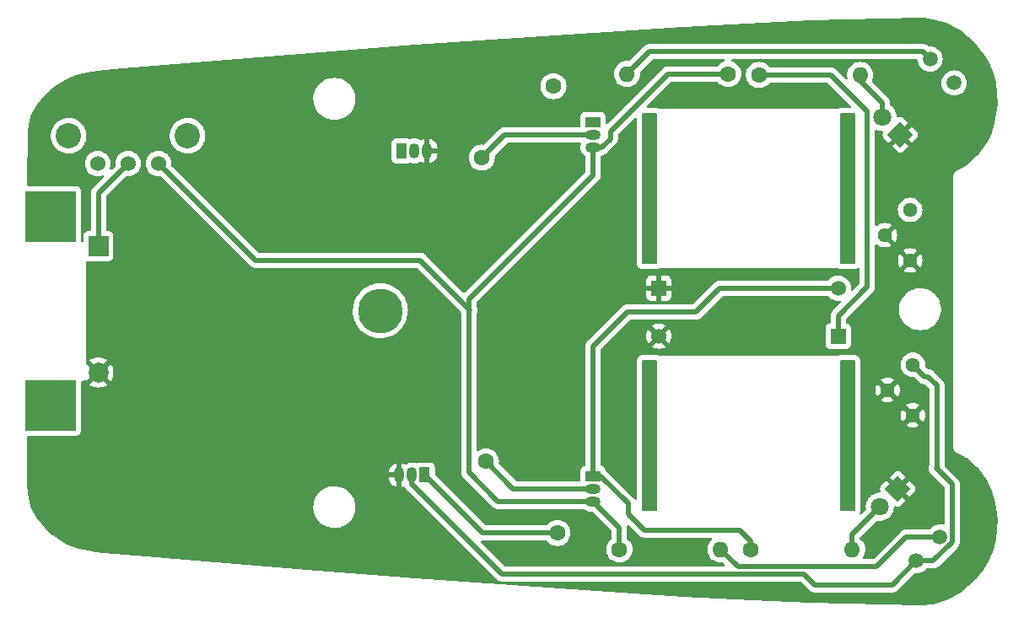
<source format=gbr>
%TF.GenerationSoftware,KiCad,Pcbnew,(6.0.2)*%
%TF.CreationDate,2022-05-16T22:42:21-04:00*%
%TF.ProjectId,Running MicroBug,52756e6e-696e-4672-904d-6963726f4275,0*%
%TF.SameCoordinates,Original*%
%TF.FileFunction,Copper,L2,Bot*%
%TF.FilePolarity,Positive*%
%FSLAX46Y46*%
G04 Gerber Fmt 4.6, Leading zero omitted, Abs format (unit mm)*
G04 Created by KiCad (PCBNEW (6.0.2)) date 2022-05-16 22:42:21*
%MOMM*%
%LPD*%
G01*
G04 APERTURE LIST*
G04 Aperture macros list*
%AMHorizOval*
0 Thick line with rounded ends*
0 $1 width*
0 $2 $3 position (X,Y) of the first rounded end (center of the circle)*
0 $4 $5 position (X,Y) of the second rounded end (center of the circle)*
0 Add line between two ends*
20,1,$1,$2,$3,$4,$5,0*
0 Add two circle primitives to create the rounded ends*
1,1,$1,$2,$3*
1,1,$1,$4,$5*%
%AMRotRect*
0 Rectangle, with rotation*
0 The origin of the aperture is its center*
0 $1 length*
0 $2 width*
0 $3 Rotation angle, in degrees counterclockwise*
0 Add horizontal line*
21,1,$1,$2,0,0,$3*%
G04 Aperture macros list end*
%TA.AperFunction,EtchedComponent*%
%ADD10C,0.200000*%
%TD*%
%TA.AperFunction,ComponentPad*%
%ADD11C,2.000000*%
%TD*%
%TA.AperFunction,ComponentPad*%
%ADD12R,2.000000X2.000000*%
%TD*%
%TA.AperFunction,WasherPad*%
%ADD13C,4.500000*%
%TD*%
%TA.AperFunction,ComponentPad*%
%ADD14C,1.524000*%
%TD*%
%TA.AperFunction,ComponentPad*%
%ADD15C,2.540000*%
%TD*%
%TA.AperFunction,ComponentPad*%
%ADD16R,5.080000X5.080000*%
%TD*%
%TA.AperFunction,ComponentPad*%
%ADD17C,1.440000*%
%TD*%
%TA.AperFunction,ComponentPad*%
%ADD18C,1.800000*%
%TD*%
%TA.AperFunction,ComponentPad*%
%ADD19RotRect,1.800000X1.800000X225.000000*%
%TD*%
%TA.AperFunction,ComponentPad*%
%ADD20R,1.050000X1.500000*%
%TD*%
%TA.AperFunction,ComponentPad*%
%ADD21O,1.050000X1.500000*%
%TD*%
%TA.AperFunction,ComponentPad*%
%ADD22C,1.600000*%
%TD*%
%TA.AperFunction,ComponentPad*%
%ADD23HorizOval,1.600000X0.000000X0.000000X0.000000X0.000000X0*%
%TD*%
%TA.AperFunction,ComponentPad*%
%ADD24C,1.500000*%
%TD*%
%TA.AperFunction,ComponentPad*%
%ADD25R,1.500000X1.050000*%
%TD*%
%TA.AperFunction,ComponentPad*%
%ADD26O,1.500000X1.050000*%
%TD*%
%TA.AperFunction,ComponentPad*%
%ADD27O,1.600000X1.600000*%
%TD*%
%TA.AperFunction,ComponentPad*%
%ADD28R,1.524000X1.524000*%
%TD*%
%TA.AperFunction,ComponentPad*%
%ADD29HorizOval,1.600000X0.000000X0.000000X0.000000X0.000000X0*%
%TD*%
%TA.AperFunction,ComponentPad*%
%ADD30RotRect,1.800000X1.800000X135.000000*%
%TD*%
%TA.AperFunction,Conductor*%
%ADD31C,0.508000*%
%TD*%
G04 APERTURE END LIST*
D10*
%TO.C,M2*%
X202370000Y-107322000D02*
X201070000Y-107322000D01*
X201070000Y-107322000D02*
X201070000Y-92322000D01*
X201070000Y-92322000D02*
X202370000Y-92322000D01*
X202370000Y-92322000D02*
X202370000Y-107322000D01*
G36*
X202370000Y-107322000D02*
G01*
X201070000Y-107322000D01*
X201070000Y-92322000D01*
X202370000Y-92322000D01*
X202370000Y-107322000D01*
G37*
X182470000Y-107322000D02*
X181170000Y-107322000D01*
X181170000Y-107322000D02*
X181170000Y-92322000D01*
X181170000Y-92322000D02*
X182470000Y-92322000D01*
X182470000Y-92322000D02*
X182470000Y-107322000D01*
G36*
X182470000Y-107322000D02*
G01*
X181170000Y-107322000D01*
X181170000Y-92322000D01*
X182470000Y-92322000D01*
X182470000Y-107322000D01*
G37*
%TO.C,M1*%
X201070000Y-67503000D02*
X202370000Y-67503000D01*
X202370000Y-67503000D02*
X202370000Y-82503000D01*
X202370000Y-82503000D02*
X201070000Y-82503000D01*
X201070000Y-82503000D02*
X201070000Y-67503000D01*
G36*
X201070000Y-67503000D02*
G01*
X202370000Y-67503000D01*
X202370000Y-82503000D01*
X201070000Y-82503000D01*
X201070000Y-67503000D01*
G37*
X181170000Y-67503000D02*
X182470000Y-67503000D01*
X182470000Y-67503000D02*
X182470000Y-82503000D01*
X182470000Y-82503000D02*
X181170000Y-82503000D01*
X181170000Y-82503000D02*
X181170000Y-67503000D01*
G36*
X181170000Y-67503000D02*
G01*
X182470000Y-67503000D01*
X182470000Y-82503000D01*
X181170000Y-82503000D01*
X181170000Y-67503000D01*
G37*
%TD*%
D11*
%TO.P,BT1,2,-*%
%TO.N,GND*%
X126512500Y-93472000D03*
D12*
%TO.P,BT1,1,+*%
%TO.N,Net-(BT1-Pad1)*%
X126512500Y-80772000D03*
D13*
%TO.P,BT1,*%
%TO.N,*%
X154812500Y-87272000D03*
%TD*%
D14*
%TO.P,SW1,3,C*%
%TO.N,+BATT*%
X132548000Y-72494000D03*
%TO.P,SW1,2,B*%
%TO.N,Net-(BT1-Pad1)*%
X129500000Y-72494000D03*
%TO.P,SW1,1,A*%
%TO.N,unconnected-(SW1-Pad1)*%
X126452000Y-72494000D03*
D15*
%TO.P,SW1,*%
%TO.N,*%
X135469000Y-69700000D03*
X123531000Y-69700000D03*
%TD*%
D16*
%TO.P,REF\u002A\u002A,1*%
%TO.N,N/C*%
X121700000Y-96800000D03*
%TO.P,REF\u002A\u002A,2*%
X121700000Y-77800000D03*
%TD*%
D17*
%TO.P,RV2,1,1*%
%TO.N,Net-(LDR2-Pad2)*%
X208000000Y-77145000D03*
%TO.P,RV2,2,2*%
%TO.N,GND*%
X205460000Y-79685000D03*
%TO.P,RV2,3,3*%
X208000000Y-82225000D03*
%TD*%
%TO.P,RV1,1,1*%
%TO.N,Net-(LDR1-Pad2)*%
X208265000Y-92710000D03*
%TO.P,RV1,2,2*%
%TO.N,GND*%
X205725000Y-95250000D03*
%TO.P,RV1,3,3*%
X208265000Y-97790000D03*
%TD*%
D18*
%TO.P,D1,2,A*%
%TO.N,Net-(D1-Pad2)*%
X204959949Y-106952051D03*
D19*
%TO.P,D1,1,K*%
%TO.N,GND*%
X206756000Y-105156000D03*
%TD*%
D20*
%TO.P,T3,1,C*%
%TO.N,Net-(R5-Pad2)*%
X156972000Y-71226000D03*
D21*
%TO.P,T3,2,B*%
%TO.N,Net-(LDR2-Pad2)*%
X158242000Y-71226000D03*
%TO.P,T3,3,E*%
%TO.N,GND*%
X159512000Y-71226000D03*
%TD*%
D22*
%TO.P,R5,1*%
%TO.N,Net-(R5-Pad1)*%
X165000000Y-71900000D03*
D23*
%TO.P,R5,2*%
%TO.N,Net-(R5-Pad2)*%
X172184205Y-64715795D03*
%TD*%
D24*
%TO.P,LDR1,1*%
%TO.N,Net-(LDR1-Pad1)*%
X211000000Y-110000000D03*
%TO.P,LDR1,2*%
%TO.N,Net-(LDR1-Pad2)*%
X208595837Y-112404163D03*
%TD*%
D20*
%TO.P,T1,1,C*%
%TO.N,Net-(R2-Pad2)*%
X159258000Y-103780000D03*
D21*
%TO.P,T1,2,B*%
%TO.N,Net-(LDR1-Pad2)*%
X157988000Y-103780000D03*
%TO.P,T1,3,E*%
%TO.N,GND*%
X156718000Y-103780000D03*
%TD*%
D24*
%TO.P,LDR2,2*%
%TO.N,Net-(LDR2-Pad2)*%
X212404163Y-64404163D03*
%TO.P,LDR2,1*%
%TO.N,Net-(LDR2-Pad1)*%
X210000000Y-62000000D03*
%TD*%
D25*
%TO.P,T2,1,C*%
%TO.N,Net-(R3-Pad1)*%
X176170000Y-103886000D03*
D26*
%TO.P,T2,2,B*%
%TO.N,Net-(R2-Pad1)*%
X176170000Y-105156000D03*
%TO.P,T2,3,E*%
%TO.N,+BATT*%
X176170000Y-106426000D03*
%TD*%
D22*
%TO.P,R3,1*%
%TO.N,Net-(R3-Pad1)*%
X192024000Y-111252000D03*
D27*
%TO.P,R3,2*%
%TO.N,Net-(D1-Pad2)*%
X202184000Y-111252000D03*
%TD*%
D14*
%TO.P,M2,2,-*%
%TO.N,GND*%
X182770000Y-89822000D03*
D28*
%TO.P,M2,1,+*%
%TO.N,Net-(R6-Pad1)*%
X200770000Y-89822000D03*
%TD*%
D27*
%TO.P,R6,2*%
%TO.N,Net-(D2-Pad2)*%
X202980000Y-63600000D03*
D22*
%TO.P,R6,1*%
%TO.N,Net-(R6-Pad1)*%
X192820000Y-63600000D03*
%TD*%
%TO.P,R2,1*%
%TO.N,Net-(R2-Pad1)*%
X165407898Y-102407898D03*
D29*
%TO.P,R2,2*%
%TO.N,Net-(R2-Pad2)*%
X172592103Y-109592103D03*
%TD*%
D26*
%TO.P,T4,3,E*%
%TO.N,+BATT*%
X176170000Y-70866000D03*
%TO.P,T4,2,B*%
%TO.N,Net-(R5-Pad1)*%
X176170000Y-69596000D03*
D25*
%TO.P,T4,1,C*%
%TO.N,Net-(R6-Pad1)*%
X176170000Y-68326000D03*
%TD*%
D30*
%TO.P,D2,1,K*%
%TO.N,GND*%
X207010000Y-69596000D03*
D18*
%TO.P,D2,2,A*%
%TO.N,Net-(D2-Pad2)*%
X205213949Y-67799949D03*
%TD*%
D22*
%TO.P,R4,1*%
%TO.N,+BATT*%
X189738000Y-63500000D03*
D27*
%TO.P,R4,2*%
%TO.N,Net-(LDR2-Pad1)*%
X179578000Y-63500000D03*
%TD*%
D28*
%TO.P,M1,1,+*%
%TO.N,GND*%
X182770000Y-85003000D03*
D14*
%TO.P,M1,2,-*%
%TO.N,Net-(R3-Pad1)*%
X200770000Y-85003000D03*
%TD*%
D22*
%TO.P,R1,1*%
%TO.N,+BATT*%
X178816000Y-111252000D03*
D27*
%TO.P,R1,2*%
%TO.N,Net-(LDR1-Pad1)*%
X188976000Y-111252000D03*
%TD*%
D31*
%TO.N,+BATT*%
X158800000Y-82200000D02*
X142254000Y-82200000D01*
X163800000Y-87200000D02*
X158800000Y-82200000D01*
X142254000Y-82200000D02*
X132548000Y-72494000D01*
X176170000Y-73666000D02*
X176170000Y-70866000D01*
X163700000Y-103500000D02*
X163700000Y-86136000D01*
X163700000Y-86136000D02*
X176170000Y-73666000D01*
X166626000Y-106426000D02*
X163700000Y-103500000D01*
X176170000Y-106426000D02*
X166626000Y-106426000D01*
X183700000Y-63500000D02*
X189738000Y-63500000D01*
X177900000Y-69300000D02*
X183700000Y-63500000D01*
X177035316Y-70866000D02*
X177900000Y-70001316D01*
X177900000Y-70001316D02*
X177900000Y-69300000D01*
X176170000Y-70866000D02*
X177035316Y-70866000D01*
%TO.N,Net-(D2-Pad2)*%
X205213949Y-66413949D02*
X205213949Y-67799949D01*
X202980000Y-64180000D02*
X205213949Y-66413949D01*
X202980000Y-63600000D02*
X202980000Y-64180000D01*
%TO.N,Net-(R6-Pad1)*%
X200013416Y-63600000D02*
X192820000Y-63600000D01*
X200770000Y-87795404D02*
X203700000Y-84865404D01*
X203700000Y-67286584D02*
X200013416Y-63600000D01*
X200770000Y-89822000D02*
X200770000Y-87795404D01*
X203700000Y-84865404D02*
X203700000Y-67286584D01*
%TO.N,Net-(R3-Pad1)*%
X179600000Y-87400000D02*
X176170000Y-90830000D01*
X186500000Y-87400000D02*
X179600000Y-87400000D01*
X176170000Y-90830000D02*
X176170000Y-103886000D01*
X200770000Y-85003000D02*
X188897000Y-85003000D01*
X188897000Y-85003000D02*
X186500000Y-87400000D01*
%TO.N,Net-(LDR2-Pad1)*%
X209250000Y-61250000D02*
X210000000Y-62000000D01*
X181828000Y-61250000D02*
X209250000Y-61250000D01*
X179578000Y-63500000D02*
X181828000Y-61250000D01*
%TO.N,Net-(BT1-Pad1)*%
X126512500Y-75481500D02*
X129500000Y-72494000D01*
X126512500Y-80772000D02*
X126512500Y-75481500D01*
%TO.N,Net-(R3-Pad1)*%
X192024000Y-110424000D02*
X192024000Y-111252000D01*
X181300000Y-109300000D02*
X190900000Y-109300000D01*
X179700000Y-106634795D02*
X179700000Y-107700000D01*
X176170000Y-103886000D02*
X176951205Y-103886000D01*
X176951205Y-103886000D02*
X179700000Y-106634795D01*
X179700000Y-107700000D02*
X181300000Y-109300000D01*
X190900000Y-109300000D02*
X192024000Y-110424000D01*
%TO.N,Net-(R5-Pad1)*%
X167304000Y-69596000D02*
X165000000Y-71900000D01*
X176170000Y-69596000D02*
X167304000Y-69596000D01*
%TO.N,Net-(LDR1-Pad2)*%
X210297860Y-112404163D02*
X208595837Y-112404163D01*
X210600000Y-103100000D02*
X212203511Y-104703511D01*
X212203511Y-110498512D02*
X210297860Y-112404163D01*
X210700000Y-103000000D02*
X210600000Y-103100000D01*
X210700000Y-94800000D02*
X210700000Y-103000000D01*
X209783511Y-93883511D02*
X210700000Y-94800000D01*
X212203511Y-104703511D02*
X212203511Y-110498512D01*
X209438511Y-93883511D02*
X209783511Y-93883511D01*
X208265000Y-92710000D02*
X209438511Y-93883511D01*
%TO.N,Net-(D1-Pad2)*%
X202184000Y-109728000D02*
X204959949Y-106952051D01*
X202184000Y-111252000D02*
X202184000Y-109728000D01*
%TO.N,Net-(LDR1-Pad1)*%
X204607520Y-112992480D02*
X207600000Y-110000000D01*
X207600000Y-110000000D02*
X211000000Y-110000000D01*
X190716480Y-112992480D02*
X204607520Y-112992480D01*
X188976000Y-111252000D02*
X190716480Y-112992480D01*
%TO.N,+BATT*%
X178816000Y-109072000D02*
X176170000Y-106426000D01*
X178816000Y-111252000D02*
X178816000Y-109072000D01*
%TO.N,Net-(R2-Pad2)*%
X165070103Y-109592103D02*
X159258000Y-103780000D01*
X172592103Y-109592103D02*
X165070103Y-109592103D01*
%TO.N,Net-(R2-Pad1)*%
X168156000Y-105156000D02*
X176170000Y-105156000D01*
X165407898Y-102407898D02*
X168156000Y-105156000D01*
%TO.N,Net-(LDR1-Pad2)*%
X198400000Y-114800000D02*
X206200000Y-114800000D01*
X197300000Y-113700000D02*
X198400000Y-114800000D01*
X166995978Y-113700000D02*
X197300000Y-113700000D01*
X157988000Y-104692022D02*
X166995978Y-113700000D01*
X206200000Y-114800000D02*
X208595837Y-112404163D01*
X157988000Y-103780000D02*
X157988000Y-104692022D01*
%TD*%
%TA.AperFunction,Conductor*%
%TO.N,GND*%
G36*
X209024936Y-57834137D02*
G01*
X209389076Y-57876480D01*
X210267979Y-57978680D01*
X210287215Y-57982453D01*
X210987071Y-58177322D01*
X211618358Y-58353098D01*
X211644111Y-58363441D01*
X213062411Y-59124079D01*
X213086007Y-59140447D01*
X214619688Y-60487461D01*
X214619878Y-60487628D01*
X214635057Y-60503509D01*
X215058716Y-61032251D01*
X215367529Y-61417662D01*
X215378076Y-61433030D01*
X215942106Y-62401341D01*
X215949982Y-62417384D01*
X216349492Y-63402297D01*
X216356384Y-63419287D01*
X216361640Y-63435214D01*
X216610021Y-64399405D01*
X216619982Y-64438074D01*
X216623633Y-64460364D01*
X216769905Y-66471793D01*
X216772457Y-66506891D01*
X216771529Y-66533803D01*
X216705812Y-66995000D01*
X216502274Y-68423410D01*
X216497491Y-68444188D01*
X216368147Y-68846643D01*
X216204425Y-69356067D01*
X216184666Y-69417546D01*
X216178558Y-69432979D01*
X215779040Y-70275430D01*
X215774571Y-70284854D01*
X215762865Y-70304642D01*
X215512456Y-70651294D01*
X214739942Y-71720716D01*
X214720833Y-71741708D01*
X213637193Y-72691081D01*
X213613899Y-72707248D01*
X213596323Y-72716712D01*
X212713419Y-73192119D01*
X212670717Y-73215112D01*
X212658177Y-73220210D01*
X212658254Y-73220382D01*
X212650055Y-73224050D01*
X212641427Y-73226516D01*
X212633837Y-73231305D01*
X212633833Y-73231307D01*
X212597892Y-73253985D01*
X212590398Y-73258361D01*
X212578041Y-73265014D01*
X212567841Y-73272548D01*
X212560246Y-73277738D01*
X212518362Y-73304166D01*
X212512419Y-73310896D01*
X212505583Y-73316714D01*
X212505563Y-73316690D01*
X212504225Y-73317916D01*
X212504247Y-73317939D01*
X212497857Y-73324240D01*
X212490634Y-73329575D01*
X212485201Y-73336720D01*
X212485200Y-73336721D01*
X212460666Y-73368986D01*
X212454812Y-73376124D01*
X212427985Y-73406502D01*
X212422039Y-73413235D01*
X212418223Y-73421363D01*
X212413296Y-73428863D01*
X212413269Y-73428846D01*
X212412328Y-73430401D01*
X212412355Y-73430416D01*
X212407989Y-73438261D01*
X212402556Y-73445406D01*
X212391557Y-73474136D01*
X212384854Y-73491644D01*
X212381242Y-73500132D01*
X212360198Y-73544956D01*
X212358816Y-73553830D01*
X212356193Y-73562411D01*
X212356163Y-73562402D01*
X212355696Y-73564156D01*
X212355727Y-73564163D01*
X212353740Y-73572912D01*
X212350528Y-73581301D01*
X212346513Y-73630679D01*
X212345433Y-73639796D01*
X212342999Y-73655432D01*
X212342999Y-73668764D01*
X212342585Y-73678976D01*
X212341375Y-73693863D01*
X212338734Y-73726337D01*
X212340547Y-73735131D01*
X212340654Y-73736873D01*
X212343001Y-73759886D01*
X212343201Y-85439196D01*
X212343445Y-99708642D01*
X212343466Y-100965907D01*
X212342010Y-100979364D01*
X212342199Y-100979378D01*
X212341542Y-100988330D01*
X212339622Y-100997098D01*
X212340240Y-101006051D01*
X212340240Y-101006053D01*
X212343169Y-101048472D01*
X212343468Y-101057151D01*
X212343468Y-101071176D01*
X212345263Y-101083713D01*
X212346233Y-101092862D01*
X212347331Y-101108766D01*
X212349025Y-101133308D01*
X212349026Y-101133312D01*
X212349644Y-101142266D01*
X212352752Y-101150690D01*
X212354633Y-101159464D01*
X212354602Y-101159471D01*
X212355052Y-101161249D01*
X212355081Y-101161240D01*
X212357602Y-101169861D01*
X212358874Y-101178743D01*
X212362588Y-101186912D01*
X212362589Y-101186914D01*
X212379368Y-101223815D01*
X212382872Y-101232338D01*
X212400008Y-101278787D01*
X212405353Y-101285997D01*
X212409623Y-101293895D01*
X212409596Y-101293909D01*
X212410528Y-101295490D01*
X212410553Y-101295474D01*
X212415390Y-101303036D01*
X212419105Y-101311207D01*
X212443107Y-101339062D01*
X212451416Y-101348705D01*
X212457184Y-101355918D01*
X212486664Y-101395686D01*
X212493824Y-101401111D01*
X212500134Y-101407487D01*
X212500112Y-101407509D01*
X212501449Y-101408765D01*
X212501470Y-101408741D01*
X212508229Y-101414637D01*
X212514093Y-101421443D01*
X212547283Y-101442955D01*
X212555626Y-101448362D01*
X212563190Y-101453669D01*
X212571888Y-101460260D01*
X212571899Y-101460267D01*
X212575779Y-101463207D01*
X212587534Y-101469536D01*
X212596324Y-101474740D01*
X212636202Y-101500587D01*
X212644801Y-101503158D01*
X212646430Y-101503911D01*
X212667755Y-101512732D01*
X213495905Y-101958655D01*
X213614371Y-102022444D01*
X213637665Y-102038611D01*
X214721304Y-102987981D01*
X214740410Y-103008970D01*
X215763331Y-104425040D01*
X215775039Y-104444831D01*
X215878336Y-104662650D01*
X216119900Y-105172027D01*
X216179021Y-105296694D01*
X216185130Y-105312127D01*
X216291957Y-105644520D01*
X216497958Y-106285492D01*
X216502741Y-106306270D01*
X216611682Y-107070807D01*
X216771464Y-108192138D01*
X216771996Y-108195875D01*
X216772924Y-108222786D01*
X216625849Y-110245263D01*
X216624100Y-110269315D01*
X216620449Y-110291605D01*
X216369272Y-111266658D01*
X216362108Y-111294468D01*
X216356851Y-111310396D01*
X215972394Y-112258198D01*
X215950453Y-112312288D01*
X215942570Y-112328345D01*
X215850572Y-112486284D01*
X215378540Y-113296655D01*
X215367993Y-113312023D01*
X215281757Y-113419649D01*
X214663282Y-114191528D01*
X214635526Y-114226168D01*
X214620347Y-114242049D01*
X213116867Y-115562539D01*
X213086474Y-115589233D01*
X213062877Y-115605602D01*
X211644576Y-116366242D01*
X211618823Y-116376585D01*
X210287682Y-116747231D01*
X210268438Y-116751006D01*
X209025407Y-116895553D01*
X209007621Y-116896355D01*
X198037827Y-116614914D01*
X198034908Y-116614805D01*
X192129617Y-116326161D01*
X185256251Y-115990199D01*
X185253996Y-115990067D01*
X176456422Y-115398362D01*
X158350392Y-114180590D01*
X158348729Y-114180467D01*
X147478267Y-113304731D01*
X136299996Y-112404197D01*
X136299431Y-112404150D01*
X131249107Y-111962479D01*
X127067170Y-111596751D01*
X127065786Y-111596622D01*
X126184949Y-111509788D01*
X125862471Y-111477997D01*
X125846978Y-111475488D01*
X125131494Y-111313264D01*
X124508564Y-111172025D01*
X124490460Y-111166461D01*
X123616564Y-110824064D01*
X123158117Y-110644442D01*
X123135031Y-110632519D01*
X123082806Y-110598301D01*
X121944681Y-109852608D01*
X121928243Y-109839774D01*
X121912795Y-109825505D01*
X121698595Y-109627661D01*
X121103862Y-109078338D01*
X121092621Y-109066518D01*
X120424181Y-108265667D01*
X120292967Y-108108461D01*
X120277828Y-108085693D01*
X120249532Y-108031087D01*
X119784011Y-107132703D01*
X148090743Y-107132703D01*
X148091302Y-107136947D01*
X148091302Y-107136951D01*
X148098346Y-107190454D01*
X148128268Y-107417734D01*
X148129401Y-107421874D01*
X148129401Y-107421876D01*
X148135326Y-107443534D01*
X148204129Y-107695036D01*
X148205813Y-107698984D01*
X148311883Y-107947659D01*
X148316923Y-107959476D01*
X148390721Y-108082783D01*
X148447261Y-108177254D01*
X148464561Y-108206161D01*
X148644313Y-108430528D01*
X148759177Y-108539530D01*
X148837481Y-108613837D01*
X148852851Y-108628423D01*
X148990128Y-108727067D01*
X149052232Y-108771693D01*
X149086317Y-108796186D01*
X149090112Y-108798195D01*
X149090113Y-108798196D01*
X149109521Y-108808472D01*
X149340392Y-108930712D01*
X149368609Y-108941038D01*
X149527307Y-108999113D01*
X149610373Y-109029511D01*
X149891264Y-109090755D01*
X149919841Y-109093004D01*
X150114282Y-109108307D01*
X150114291Y-109108307D01*
X150116739Y-109108500D01*
X150272271Y-109108500D01*
X150274407Y-109108354D01*
X150274418Y-109108354D01*
X150482548Y-109094165D01*
X150482554Y-109094164D01*
X150486825Y-109093873D01*
X150491020Y-109093004D01*
X150491022Y-109093004D01*
X150718880Y-109045817D01*
X150768342Y-109035574D01*
X151039343Y-108939607D01*
X151127362Y-108894177D01*
X151291005Y-108809715D01*
X151291006Y-108809715D01*
X151294812Y-108807750D01*
X151298313Y-108805289D01*
X151298317Y-108805287D01*
X151482289Y-108675989D01*
X151530023Y-108642441D01*
X151643002Y-108537454D01*
X151737479Y-108449661D01*
X151737481Y-108449658D01*
X151740622Y-108446740D01*
X151922713Y-108224268D01*
X152072927Y-107979142D01*
X152100896Y-107915428D01*
X152186757Y-107719830D01*
X152188483Y-107715898D01*
X152193129Y-107699590D01*
X152232243Y-107562277D01*
X152267244Y-107439406D01*
X152302646Y-107190652D01*
X152307146Y-107159036D01*
X152307146Y-107159034D01*
X152307751Y-107154784D01*
X152307780Y-107149419D01*
X152309235Y-106871583D01*
X152309235Y-106871576D01*
X152309257Y-106867297D01*
X152307798Y-106856210D01*
X152282175Y-106661587D01*
X152271732Y-106582266D01*
X152269582Y-106574405D01*
X152229286Y-106427110D01*
X152195871Y-106304964D01*
X152163966Y-106230165D01*
X152084763Y-106044476D01*
X152084761Y-106044472D01*
X152083077Y-106040524D01*
X151976720Y-105862815D01*
X151937643Y-105797521D01*
X151937640Y-105797517D01*
X151935439Y-105793839D01*
X151755687Y-105569472D01*
X151613763Y-105434791D01*
X151550258Y-105374527D01*
X151550255Y-105374525D01*
X151547149Y-105371577D01*
X151313683Y-105203814D01*
X151291843Y-105192250D01*
X151241472Y-105165580D01*
X151059608Y-105069288D01*
X150858992Y-104995873D01*
X150793658Y-104971964D01*
X150793656Y-104971963D01*
X150789627Y-104970489D01*
X150508736Y-104909245D01*
X150477685Y-104906801D01*
X150285718Y-104891693D01*
X150285709Y-104891693D01*
X150283261Y-104891500D01*
X150127729Y-104891500D01*
X150125593Y-104891646D01*
X150125582Y-104891646D01*
X149917452Y-104905835D01*
X149917446Y-104905836D01*
X149913175Y-104906127D01*
X149908980Y-104906996D01*
X149908978Y-104906996D01*
X149813913Y-104926683D01*
X149631658Y-104964426D01*
X149360657Y-105060393D01*
X149105188Y-105192250D01*
X149101687Y-105194711D01*
X149101683Y-105194713D01*
X148987583Y-105274904D01*
X148869977Y-105357559D01*
X148854892Y-105371577D01*
X148671248Y-105542230D01*
X148659378Y-105553260D01*
X148477287Y-105775732D01*
X148327073Y-106020858D01*
X148211517Y-106284102D01*
X148132756Y-106560594D01*
X148109896Y-106721218D01*
X148095248Y-106824147D01*
X148092249Y-106845216D01*
X148092227Y-106849505D01*
X148092226Y-106849512D01*
X148090765Y-107128417D01*
X148090743Y-107132703D01*
X119784011Y-107132703D01*
X119680466Y-106932878D01*
X119668509Y-106898191D01*
X119667583Y-106893263D01*
X119434631Y-105654269D01*
X119397513Y-105456850D01*
X119395349Y-105434791D01*
X119390782Y-104964426D01*
X119381932Y-104052890D01*
X155685000Y-104052890D01*
X155685300Y-104059035D01*
X155699170Y-104200481D01*
X155701553Y-104212519D01*
X155756542Y-104394651D01*
X155761217Y-104405993D01*
X155850535Y-104573977D01*
X155857322Y-104584193D01*
X155977572Y-104731634D01*
X155986216Y-104740338D01*
X156132809Y-104861610D01*
X156142980Y-104868470D01*
X156310342Y-104958962D01*
X156321647Y-104963714D01*
X156446692Y-105002422D01*
X156460795Y-105002628D01*
X156464000Y-104995873D01*
X156464000Y-104052115D01*
X156459525Y-104036876D01*
X156458135Y-104035671D01*
X156450452Y-104034000D01*
X155703115Y-104034000D01*
X155687876Y-104038475D01*
X155686671Y-104039865D01*
X155685000Y-104047548D01*
X155685000Y-104052890D01*
X119381932Y-104052890D01*
X119376641Y-103507885D01*
X155685000Y-103507885D01*
X155689475Y-103523124D01*
X155690865Y-103524329D01*
X155698548Y-103526000D01*
X156445885Y-103526000D01*
X156461124Y-103521525D01*
X156462329Y-103520135D01*
X156464000Y-103512452D01*
X156464000Y-102571014D01*
X156460027Y-102557483D01*
X156452232Y-102556363D01*
X156335068Y-102590846D01*
X156323700Y-102595439D01*
X156155089Y-102683586D01*
X156144827Y-102690302D01*
X155996557Y-102809515D01*
X155987787Y-102818103D01*
X155865501Y-102963838D01*
X155858563Y-102973969D01*
X155766906Y-103140692D01*
X155762076Y-103151962D01*
X155704548Y-103333315D01*
X155701998Y-103345309D01*
X155685393Y-103493350D01*
X155685000Y-103500374D01*
X155685000Y-103507885D01*
X119376641Y-103507885D01*
X119342349Y-99975722D01*
X119361689Y-99907412D01*
X119414890Y-99860400D01*
X119468343Y-99848500D01*
X124288134Y-99848500D01*
X124350316Y-99841745D01*
X124486705Y-99790615D01*
X124603261Y-99703261D01*
X124690615Y-99586705D01*
X124741745Y-99450316D01*
X124748500Y-99388134D01*
X124748500Y-94704670D01*
X125644660Y-94704670D01*
X125650387Y-94712320D01*
X125821542Y-94817205D01*
X125830337Y-94821687D01*
X126040488Y-94908734D01*
X126049873Y-94911783D01*
X126271054Y-94964885D01*
X126280801Y-94966428D01*
X126507570Y-94984275D01*
X126517430Y-94984275D01*
X126744199Y-94966428D01*
X126753946Y-94964885D01*
X126975127Y-94911783D01*
X126984512Y-94908734D01*
X127194663Y-94821687D01*
X127203458Y-94817205D01*
X127370945Y-94714568D01*
X127380407Y-94704110D01*
X127376624Y-94695334D01*
X126525312Y-93844022D01*
X126511368Y-93836408D01*
X126509535Y-93836539D01*
X126502920Y-93840790D01*
X125651420Y-94692290D01*
X125644660Y-94704670D01*
X124748500Y-94704670D01*
X124748500Y-94468046D01*
X124768502Y-94399925D01*
X124822158Y-94353432D01*
X124849613Y-94345469D01*
X124850270Y-94345473D01*
X124880002Y-94336975D01*
X124896211Y-94333478D01*
X124897979Y-94333217D01*
X124926792Y-94328962D01*
X124939112Y-94323296D01*
X124948835Y-94318824D01*
X124966856Y-94312148D01*
X124981555Y-94307946D01*
X124990182Y-94305480D01*
X125016328Y-94288982D01*
X125030907Y-94281075D01*
X125050838Y-94271908D01*
X125050839Y-94271908D01*
X125058993Y-94268157D01*
X125065767Y-94262269D01*
X125073310Y-94257398D01*
X125075310Y-94260495D01*
X125124034Y-94238204D01*
X125194315Y-94248260D01*
X125249482Y-94297074D01*
X125269932Y-94330445D01*
X125280390Y-94339907D01*
X125289166Y-94336124D01*
X126140478Y-93484812D01*
X126146856Y-93473132D01*
X126876908Y-93473132D01*
X126877039Y-93474965D01*
X126881290Y-93481580D01*
X127732790Y-94333080D01*
X127745170Y-94339840D01*
X127752820Y-94334113D01*
X127857705Y-94162958D01*
X127862187Y-94154163D01*
X127949234Y-93944012D01*
X127952283Y-93934627D01*
X128005385Y-93713446D01*
X128006928Y-93703699D01*
X128024775Y-93476930D01*
X128024775Y-93467070D01*
X128006928Y-93240301D01*
X128005385Y-93230554D01*
X127952283Y-93009373D01*
X127949234Y-92999988D01*
X127862187Y-92789837D01*
X127857705Y-92781042D01*
X127755068Y-92613555D01*
X127744610Y-92604093D01*
X127735834Y-92607876D01*
X126884522Y-93459188D01*
X126876908Y-93473132D01*
X126146856Y-93473132D01*
X126148092Y-93470868D01*
X126147961Y-93469035D01*
X126143710Y-93462420D01*
X125325458Y-92644168D01*
X125291432Y-92581856D01*
X125288553Y-92555078D01*
X125288552Y-92501338D01*
X125288543Y-92239890D01*
X125644593Y-92239890D01*
X125648376Y-92248666D01*
X126499688Y-93099978D01*
X126513632Y-93107592D01*
X126515465Y-93107461D01*
X126522080Y-93103210D01*
X127373580Y-92251710D01*
X127380340Y-92239330D01*
X127374613Y-92231680D01*
X127203458Y-92126795D01*
X127194663Y-92122313D01*
X126984512Y-92035266D01*
X126975127Y-92032217D01*
X126753946Y-91979115D01*
X126744199Y-91977572D01*
X126517430Y-91959725D01*
X126507570Y-91959725D01*
X126280801Y-91977572D01*
X126271054Y-91979115D01*
X126049873Y-92032217D01*
X126040488Y-92035266D01*
X125830337Y-92122313D01*
X125821542Y-92126795D01*
X125654055Y-92229432D01*
X125644593Y-92239890D01*
X125288543Y-92239890D01*
X125288363Y-87243061D01*
X152049110Y-87243061D01*
X152053320Y-87327635D01*
X152064958Y-87561406D01*
X152065647Y-87575255D01*
X152066288Y-87578986D01*
X152066289Y-87578994D01*
X152110778Y-87837898D01*
X152121974Y-87903057D01*
X152123062Y-87906696D01*
X152123063Y-87906699D01*
X152199993Y-88163933D01*
X152217274Y-88221718D01*
X152218787Y-88225189D01*
X152218789Y-88225195D01*
X152262062Y-88324479D01*
X152350166Y-88526622D01*
X152352089Y-88529893D01*
X152352091Y-88529897D01*
X152364791Y-88551500D01*
X152518726Y-88813352D01*
X152521027Y-88816367D01*
X152718212Y-89074742D01*
X152718217Y-89074748D01*
X152720512Y-89077755D01*
X152777481Y-89136235D01*
X152869310Y-89230500D01*
X152952602Y-89316002D01*
X153211632Y-89524640D01*
X153493852Y-89700648D01*
X153795172Y-89841476D01*
X154111229Y-89945085D01*
X154437444Y-90009973D01*
X154441216Y-90010260D01*
X154441224Y-90010261D01*
X154765315Y-90034914D01*
X154765320Y-90034914D01*
X154769092Y-90035201D01*
X155101369Y-90020403D01*
X155105901Y-90019649D01*
X155425720Y-89966417D01*
X155425725Y-89966416D01*
X155429461Y-89965794D01*
X155748616Y-89872164D01*
X155752083Y-89870674D01*
X155752087Y-89870673D01*
X156050728Y-89742366D01*
X156050730Y-89742365D01*
X156054212Y-89740869D01*
X156341821Y-89573813D01*
X156344843Y-89571532D01*
X156344847Y-89571529D01*
X156604253Y-89375697D01*
X156604254Y-89375696D01*
X156607277Y-89373414D01*
X156831176Y-89157574D01*
X156844008Y-89145204D01*
X156844009Y-89145203D01*
X156846735Y-89142575D01*
X157056727Y-88884641D01*
X157227002Y-88614771D01*
X157232183Y-88606560D01*
X157232185Y-88606557D01*
X157234210Y-88603347D01*
X157303065Y-88458012D01*
X157357736Y-88342614D01*
X157376614Y-88302767D01*
X157411099Y-88199405D01*
X157474729Y-88008681D01*
X157481877Y-87987257D01*
X157548472Y-87661386D01*
X157575436Y-87329875D01*
X157575938Y-87281975D01*
X157576019Y-87274221D01*
X157576019Y-87274214D01*
X157576042Y-87272000D01*
X157575909Y-87269789D01*
X157556255Y-86943772D01*
X157556254Y-86943765D01*
X157556027Y-86939997D01*
X157508303Y-86678687D01*
X157496951Y-86616530D01*
X157496950Y-86616525D01*
X157496270Y-86612803D01*
X157492480Y-86600595D01*
X157398761Y-86298771D01*
X157397639Y-86295157D01*
X157261561Y-85991662D01*
X157159886Y-85822781D01*
X157091966Y-85709966D01*
X157091962Y-85709960D01*
X157090007Y-85706713D01*
X157087680Y-85703729D01*
X157087675Y-85703722D01*
X156887794Y-85447425D01*
X156887788Y-85447418D01*
X156885463Y-85444437D01*
X156650892Y-85208634D01*
X156389691Y-85002720D01*
X156105644Y-84829677D01*
X155915306Y-84743135D01*
X155806317Y-84693580D01*
X155806309Y-84693577D01*
X155802865Y-84692011D01*
X155485740Y-84591718D01*
X155261587Y-84549566D01*
X155162587Y-84530949D01*
X155162585Y-84530949D01*
X155158864Y-84530249D01*
X154826970Y-84508496D01*
X154823190Y-84508704D01*
X154823189Y-84508704D01*
X154725418Y-84514085D01*
X154494866Y-84526773D01*
X154491139Y-84527434D01*
X154491135Y-84527434D01*
X154366256Y-84549566D01*
X154167364Y-84584815D01*
X154163739Y-84585920D01*
X154163734Y-84585921D01*
X153956183Y-84649178D01*
X153849207Y-84681782D01*
X153845743Y-84683313D01*
X153845736Y-84683316D01*
X153658551Y-84766070D01*
X153545003Y-84816269D01*
X153541749Y-84818205D01*
X153541743Y-84818208D01*
X153293754Y-84965746D01*
X153259159Y-84986328D01*
X153256158Y-84988643D01*
X153256154Y-84988646D01*
X153240472Y-85000745D01*
X152995816Y-85189496D01*
X152982794Y-85202315D01*
X152806679Y-85375685D01*
X152758788Y-85422829D01*
X152551509Y-85682949D01*
X152376981Y-85966086D01*
X152237732Y-86268140D01*
X152236573Y-86271740D01*
X152236570Y-86271747D01*
X152178576Y-86451838D01*
X152135780Y-86584735D01*
X152135061Y-86588451D01*
X152135059Y-86588459D01*
X152077223Y-86887391D01*
X152072600Y-86911285D01*
X152072333Y-86915061D01*
X152072332Y-86915066D01*
X152049378Y-87239272D01*
X152049110Y-87243061D01*
X125288363Y-87243061D01*
X125288188Y-82401795D01*
X125308188Y-82333673D01*
X125361842Y-82287178D01*
X125427795Y-82276527D01*
X125464366Y-82280500D01*
X127560634Y-82280500D01*
X127622816Y-82273745D01*
X127759205Y-82222615D01*
X127875761Y-82135261D01*
X127963115Y-82018705D01*
X128014245Y-81882316D01*
X128021000Y-81820134D01*
X128021000Y-79723866D01*
X128014245Y-79661684D01*
X127963115Y-79525295D01*
X127875761Y-79408739D01*
X127759205Y-79321385D01*
X127622816Y-79270255D01*
X127560634Y-79263500D01*
X127401000Y-79263500D01*
X127332879Y-79243498D01*
X127286386Y-79189842D01*
X127275000Y-79137500D01*
X127275000Y-75849528D01*
X127295002Y-75781407D01*
X127311905Y-75760433D01*
X129277288Y-73795050D01*
X129339600Y-73761024D01*
X129377364Y-73758624D01*
X129494524Y-73768874D01*
X129494525Y-73768874D01*
X129500000Y-73769353D01*
X129721463Y-73749978D01*
X129865051Y-73711503D01*
X129930886Y-73693863D01*
X129930888Y-73693862D01*
X129936196Y-73692440D01*
X129941178Y-73690117D01*
X130132690Y-73600814D01*
X130132695Y-73600811D01*
X130137677Y-73598488D01*
X130278132Y-73500140D01*
X130315270Y-73474136D01*
X130315273Y-73474134D01*
X130319781Y-73470977D01*
X130476977Y-73313781D01*
X130483710Y-73304166D01*
X130601331Y-73136185D01*
X130601332Y-73136183D01*
X130604488Y-73131676D01*
X130606811Y-73126694D01*
X130606814Y-73126689D01*
X130696117Y-72935178D01*
X130696118Y-72935177D01*
X130698440Y-72930196D01*
X130755978Y-72715463D01*
X130775353Y-72494000D01*
X131272647Y-72494000D01*
X131292022Y-72715463D01*
X131349560Y-72930196D01*
X131351882Y-72935177D01*
X131351883Y-72935178D01*
X131441186Y-73126689D01*
X131441189Y-73126694D01*
X131443512Y-73131676D01*
X131446668Y-73136183D01*
X131446669Y-73136185D01*
X131564291Y-73304166D01*
X131571023Y-73313781D01*
X131728219Y-73470977D01*
X131732727Y-73474134D01*
X131732730Y-73474136D01*
X131769868Y-73500140D01*
X131910323Y-73598488D01*
X131915305Y-73600811D01*
X131915310Y-73600814D01*
X132106822Y-73690117D01*
X132111804Y-73692440D01*
X132117112Y-73693862D01*
X132117114Y-73693863D01*
X132182949Y-73711503D01*
X132326537Y-73749978D01*
X132548000Y-73769353D01*
X132553475Y-73768874D01*
X132553476Y-73768874D01*
X132670636Y-73758624D01*
X132740240Y-73772613D01*
X132770712Y-73795050D01*
X141667190Y-82691528D01*
X141679577Y-82705941D01*
X141692546Y-82723564D01*
X141698129Y-82728307D01*
X141733055Y-82757979D01*
X141740571Y-82764909D01*
X141746315Y-82770653D01*
X141749189Y-82772927D01*
X141749196Y-82772933D01*
X141768711Y-82788372D01*
X141772115Y-82791163D01*
X141822472Y-82833945D01*
X141822476Y-82833948D01*
X141828051Y-82838684D01*
X141834568Y-82842012D01*
X141839632Y-82845389D01*
X141844856Y-82848616D01*
X141850600Y-82853160D01*
X141917104Y-82884242D01*
X141921001Y-82886147D01*
X141986404Y-82919543D01*
X141993518Y-82921284D01*
X141999252Y-82923416D01*
X142005048Y-82925344D01*
X142011680Y-82928444D01*
X142075199Y-82941656D01*
X142083555Y-82943394D01*
X142087839Y-82944364D01*
X142159112Y-82961804D01*
X142164714Y-82962152D01*
X142164717Y-82962152D01*
X142170330Y-82962500D01*
X142170328Y-82962537D01*
X142174227Y-82962773D01*
X142178598Y-82963163D01*
X142185757Y-82964652D01*
X142263577Y-82962546D01*
X142266986Y-82962500D01*
X158431972Y-82962500D01*
X158500093Y-82982502D01*
X158521067Y-82999405D01*
X162900595Y-87378933D01*
X162934621Y-87441245D01*
X162937500Y-87468028D01*
X162937500Y-103432624D01*
X162936067Y-103451574D01*
X162933876Y-103465973D01*
X162933876Y-103465979D01*
X162932776Y-103473208D01*
X162933369Y-103480500D01*
X162933369Y-103480503D01*
X162937085Y-103526183D01*
X162937500Y-103536398D01*
X162937500Y-103544525D01*
X162940811Y-103572924D01*
X162941238Y-103577244D01*
X162947191Y-103650426D01*
X162949447Y-103657388D01*
X162950643Y-103663376D01*
X162952051Y-103669333D01*
X162952899Y-103676607D01*
X162955397Y-103683489D01*
X162955398Y-103683493D01*
X162977945Y-103745607D01*
X162979355Y-103749711D01*
X163001987Y-103819575D01*
X163005787Y-103825838D01*
X163008325Y-103831380D01*
X163011067Y-103836856D01*
X163013566Y-103843741D01*
X163017581Y-103849865D01*
X163053815Y-103905132D01*
X163056130Y-103908800D01*
X163094227Y-103971581D01*
X163097941Y-103975786D01*
X163097943Y-103975789D01*
X163101667Y-103980005D01*
X163101638Y-103980031D01*
X163104238Y-103982962D01*
X163107042Y-103986316D01*
X163111054Y-103992435D01*
X163116366Y-103997467D01*
X163167586Y-104045988D01*
X163170028Y-104048366D01*
X166039190Y-106917528D01*
X166051577Y-106931941D01*
X166064546Y-106949564D01*
X166070129Y-106954307D01*
X166105055Y-106983979D01*
X166112571Y-106990909D01*
X166118315Y-106996653D01*
X166121189Y-106998927D01*
X166121196Y-106998933D01*
X166140711Y-107014372D01*
X166144115Y-107017163D01*
X166194472Y-107059945D01*
X166194476Y-107059948D01*
X166200051Y-107064684D01*
X166206568Y-107068012D01*
X166211632Y-107071389D01*
X166216856Y-107074616D01*
X166222600Y-107079160D01*
X166289104Y-107110242D01*
X166293001Y-107112147D01*
X166358404Y-107145543D01*
X166365518Y-107147283D01*
X166371260Y-107149419D01*
X166377051Y-107151346D01*
X166383680Y-107154444D01*
X166455569Y-107169397D01*
X166459835Y-107170363D01*
X166531112Y-107187804D01*
X166536714Y-107188152D01*
X166536717Y-107188152D01*
X166542330Y-107188500D01*
X166542328Y-107188539D01*
X166546229Y-107188772D01*
X166550588Y-107189161D01*
X166557756Y-107190652D01*
X166565073Y-107190454D01*
X166635577Y-107188546D01*
X166638986Y-107188500D01*
X175199942Y-107188500D01*
X175268063Y-107208502D01*
X175280933Y-107217979D01*
X175353557Y-107278918D01*
X175353563Y-107278922D01*
X175358281Y-107282881D01*
X175363673Y-107285845D01*
X175363677Y-107285848D01*
X175530494Y-107377556D01*
X175535891Y-107380523D01*
X175729084Y-107441807D01*
X175735201Y-107442493D01*
X175735205Y-107442494D01*
X175809348Y-107450810D01*
X175886817Y-107459500D01*
X176072972Y-107459500D01*
X176141093Y-107479502D01*
X176162067Y-107496405D01*
X178016595Y-109350933D01*
X178050621Y-109413245D01*
X178053500Y-109440028D01*
X178053500Y-110122933D01*
X178033498Y-110191054D01*
X177999772Y-110226145D01*
X177976214Y-110242641D01*
X177971700Y-110245802D01*
X177809802Y-110407700D01*
X177806645Y-110412208D01*
X177806643Y-110412211D01*
X177773379Y-110459717D01*
X177678477Y-110595251D01*
X177676154Y-110600233D01*
X177676151Y-110600238D01*
X177595765Y-110772629D01*
X177581716Y-110802757D01*
X177580294Y-110808065D01*
X177580293Y-110808067D01*
X177523881Y-111018598D01*
X177522457Y-111023913D01*
X177502502Y-111252000D01*
X177522457Y-111480087D01*
X177523881Y-111485400D01*
X177523881Y-111485402D01*
X177551434Y-111588228D01*
X177581716Y-111701243D01*
X177584039Y-111706224D01*
X177584039Y-111706225D01*
X177676151Y-111903762D01*
X177676154Y-111903767D01*
X177678477Y-111908749D01*
X177809802Y-112096300D01*
X177971700Y-112258198D01*
X177976208Y-112261355D01*
X177976211Y-112261357D01*
X178048948Y-112312288D01*
X178159251Y-112389523D01*
X178164233Y-112391846D01*
X178164238Y-112391849D01*
X178360047Y-112483155D01*
X178366757Y-112486284D01*
X178372065Y-112487706D01*
X178372067Y-112487707D01*
X178582598Y-112544119D01*
X178582600Y-112544119D01*
X178587913Y-112545543D01*
X178816000Y-112565498D01*
X179044087Y-112545543D01*
X179049400Y-112544119D01*
X179049402Y-112544119D01*
X179259933Y-112487707D01*
X179259935Y-112487706D01*
X179265243Y-112486284D01*
X179271953Y-112483155D01*
X179467762Y-112391849D01*
X179467767Y-112391846D01*
X179472749Y-112389523D01*
X179583052Y-112312288D01*
X179655789Y-112261357D01*
X179655792Y-112261355D01*
X179660300Y-112258198D01*
X179822198Y-112096300D01*
X179953523Y-111908749D01*
X179955846Y-111903767D01*
X179955849Y-111903762D01*
X180047961Y-111706225D01*
X180047961Y-111706224D01*
X180050284Y-111701243D01*
X180080567Y-111588228D01*
X180108119Y-111485402D01*
X180108119Y-111485400D01*
X180109543Y-111480087D01*
X180129498Y-111252000D01*
X180109543Y-111023913D01*
X180108119Y-111018598D01*
X180051707Y-110808067D01*
X180051706Y-110808065D01*
X180050284Y-110802757D01*
X180036235Y-110772629D01*
X179955849Y-110600238D01*
X179955846Y-110600233D01*
X179953523Y-110595251D01*
X179858621Y-110459717D01*
X179825357Y-110412211D01*
X179825355Y-110412208D01*
X179822198Y-110407700D01*
X179660300Y-110245802D01*
X179655786Y-110242641D01*
X179632228Y-110226145D01*
X179587900Y-110170688D01*
X179578500Y-110122933D01*
X179578500Y-109139376D01*
X179579933Y-109120426D01*
X179582124Y-109106027D01*
X179582124Y-109106021D01*
X179583224Y-109098792D01*
X179582571Y-109090755D01*
X179578915Y-109045817D01*
X179578500Y-109035602D01*
X179578500Y-109027475D01*
X179575189Y-108999076D01*
X179574760Y-108994736D01*
X179572312Y-108964640D01*
X179586725Y-108895122D01*
X179636435Y-108844432D01*
X179705659Y-108828664D01*
X179772418Y-108852825D01*
X179786992Y-108865330D01*
X180713190Y-109791528D01*
X180725577Y-109805941D01*
X180738546Y-109823564D01*
X180744129Y-109828307D01*
X180779055Y-109857979D01*
X180786571Y-109864909D01*
X180792315Y-109870653D01*
X180795189Y-109872927D01*
X180795196Y-109872933D01*
X180814711Y-109888372D01*
X180818115Y-109891163D01*
X180868472Y-109933945D01*
X180868476Y-109933948D01*
X180874051Y-109938684D01*
X180880568Y-109942012D01*
X180885632Y-109945389D01*
X180890856Y-109948616D01*
X180896600Y-109953160D01*
X180963104Y-109984242D01*
X180967001Y-109986147D01*
X181032404Y-110019543D01*
X181039518Y-110021284D01*
X181045252Y-110023416D01*
X181051048Y-110025344D01*
X181057680Y-110028444D01*
X181129555Y-110043394D01*
X181133839Y-110044364D01*
X181205112Y-110061804D01*
X181210714Y-110062152D01*
X181210717Y-110062152D01*
X181216330Y-110062500D01*
X181216328Y-110062537D01*
X181220227Y-110062773D01*
X181224598Y-110063163D01*
X181231757Y-110064652D01*
X181309577Y-110062546D01*
X181312986Y-110062500D01*
X188010812Y-110062500D01*
X188078933Y-110082502D01*
X188125426Y-110136158D01*
X188135530Y-110206432D01*
X188106036Y-110271012D01*
X188099907Y-110277595D01*
X187969802Y-110407700D01*
X187966645Y-110412208D01*
X187966643Y-110412211D01*
X187933379Y-110459717D01*
X187838477Y-110595251D01*
X187836154Y-110600233D01*
X187836151Y-110600238D01*
X187755765Y-110772629D01*
X187741716Y-110802757D01*
X187740294Y-110808065D01*
X187740293Y-110808067D01*
X187683881Y-111018598D01*
X187682457Y-111023913D01*
X187662502Y-111252000D01*
X187682457Y-111480087D01*
X187683881Y-111485400D01*
X187683881Y-111485402D01*
X187711434Y-111588228D01*
X187741716Y-111701243D01*
X187744039Y-111706224D01*
X187744039Y-111706225D01*
X187836151Y-111903762D01*
X187836154Y-111903767D01*
X187838477Y-111908749D01*
X187969802Y-112096300D01*
X188131700Y-112258198D01*
X188136208Y-112261355D01*
X188136211Y-112261357D01*
X188208948Y-112312288D01*
X188319251Y-112389523D01*
X188324233Y-112391846D01*
X188324238Y-112391849D01*
X188520047Y-112483155D01*
X188526757Y-112486284D01*
X188532065Y-112487706D01*
X188532067Y-112487707D01*
X188742598Y-112544119D01*
X188742600Y-112544119D01*
X188747913Y-112545543D01*
X188976000Y-112565498D01*
X188981475Y-112565019D01*
X189133711Y-112551700D01*
X189203316Y-112565689D01*
X189233788Y-112588126D01*
X189368067Y-112722405D01*
X189402093Y-112784717D01*
X189397028Y-112855532D01*
X189354481Y-112912368D01*
X189287961Y-112937179D01*
X189278972Y-112937500D01*
X167364006Y-112937500D01*
X167295885Y-112917498D01*
X167274911Y-112900595D01*
X164945331Y-110571015D01*
X164911305Y-110508703D01*
X164916370Y-110437888D01*
X164958917Y-110381052D01*
X165031017Y-110355966D01*
X165079680Y-110354649D01*
X165083089Y-110354603D01*
X171463036Y-110354603D01*
X171531157Y-110374605D01*
X171566248Y-110408331D01*
X171582744Y-110431889D01*
X171585905Y-110436403D01*
X171747803Y-110598301D01*
X171752311Y-110601458D01*
X171752314Y-110601460D01*
X171787748Y-110626271D01*
X171935354Y-110729626D01*
X171940336Y-110731949D01*
X171940341Y-110731952D01*
X172137878Y-110824064D01*
X172142860Y-110826387D01*
X172148168Y-110827809D01*
X172148170Y-110827810D01*
X172358701Y-110884222D01*
X172358703Y-110884222D01*
X172364016Y-110885646D01*
X172592103Y-110905601D01*
X172820190Y-110885646D01*
X172825503Y-110884222D01*
X172825505Y-110884222D01*
X173036036Y-110827810D01*
X173036038Y-110827809D01*
X173041346Y-110826387D01*
X173046328Y-110824064D01*
X173243865Y-110731952D01*
X173243870Y-110731949D01*
X173248852Y-110729626D01*
X173396458Y-110626271D01*
X173431892Y-110601460D01*
X173431895Y-110601458D01*
X173436403Y-110598301D01*
X173598301Y-110436403D01*
X173615241Y-110412211D01*
X173661274Y-110346468D01*
X173729626Y-110248852D01*
X173731949Y-110243870D01*
X173731952Y-110243865D01*
X173824064Y-110046328D01*
X173824064Y-110046327D01*
X173826387Y-110041346D01*
X173831192Y-110023416D01*
X173884222Y-109825505D01*
X173884222Y-109825503D01*
X173885646Y-109820190D01*
X173905601Y-109592103D01*
X173885646Y-109364016D01*
X173882913Y-109353815D01*
X173827810Y-109148170D01*
X173827809Y-109148168D01*
X173826387Y-109142860D01*
X173805838Y-109098792D01*
X173731952Y-108940341D01*
X173731949Y-108940336D01*
X173729626Y-108935354D01*
X173640782Y-108808472D01*
X173601460Y-108752314D01*
X173601458Y-108752311D01*
X173598301Y-108747803D01*
X173436403Y-108585905D01*
X173431895Y-108582748D01*
X173431892Y-108582746D01*
X173314568Y-108500595D01*
X173248852Y-108454580D01*
X173243870Y-108452257D01*
X173243865Y-108452254D01*
X173046328Y-108360142D01*
X173046327Y-108360142D01*
X173041346Y-108357819D01*
X173036038Y-108356397D01*
X173036036Y-108356396D01*
X172825505Y-108299984D01*
X172825503Y-108299984D01*
X172820190Y-108298560D01*
X172592103Y-108278605D01*
X172364016Y-108298560D01*
X172358703Y-108299984D01*
X172358701Y-108299984D01*
X172148170Y-108356396D01*
X172148168Y-108356397D01*
X172142860Y-108357819D01*
X172137879Y-108360142D01*
X172137878Y-108360142D01*
X171940341Y-108452254D01*
X171940336Y-108452257D01*
X171935354Y-108454580D01*
X171869638Y-108500595D01*
X171752314Y-108582746D01*
X171752311Y-108582748D01*
X171747803Y-108585905D01*
X171585905Y-108747803D01*
X171582746Y-108752315D01*
X171582744Y-108752317D01*
X171566248Y-108775875D01*
X171510791Y-108820203D01*
X171463036Y-108829603D01*
X165438131Y-108829603D01*
X165370010Y-108809601D01*
X165349036Y-108792698D01*
X160328405Y-103772067D01*
X160294379Y-103709755D01*
X160291500Y-103682972D01*
X160291500Y-102981866D01*
X160284745Y-102919684D01*
X160233615Y-102783295D01*
X160146261Y-102666739D01*
X160029705Y-102579385D01*
X159893316Y-102528255D01*
X159831134Y-102521500D01*
X158684866Y-102521500D01*
X158622684Y-102528255D01*
X158606466Y-102534335D01*
X158494704Y-102576232D01*
X158494701Y-102576234D01*
X158486295Y-102579385D01*
X158479106Y-102584773D01*
X158478863Y-102584906D01*
X158409506Y-102600076D01*
X158381092Y-102594752D01*
X158372587Y-102592119D01*
X158196820Y-102537710D01*
X158190695Y-102537066D01*
X158190694Y-102537066D01*
X158001378Y-102517168D01*
X158001377Y-102517168D01*
X157995250Y-102516524D01*
X157911986Y-102524102D01*
X157799543Y-102534335D01*
X157799540Y-102534336D01*
X157793404Y-102534894D01*
X157787498Y-102536632D01*
X157787494Y-102536633D01*
X157694079Y-102564127D01*
X157598971Y-102592119D01*
X157593514Y-102594972D01*
X157593511Y-102594973D01*
X157424819Y-102683162D01*
X157424815Y-102683165D01*
X157419355Y-102686019D01*
X157419103Y-102686221D01*
X157353088Y-102706201D01*
X157292115Y-102691041D01*
X157125658Y-102601038D01*
X157114353Y-102596286D01*
X156989308Y-102557578D01*
X156975205Y-102557372D01*
X156972000Y-102564127D01*
X156972000Y-103333758D01*
X156971215Y-103347803D01*
X156954500Y-103496817D01*
X156954500Y-104056004D01*
X156969277Y-104206713D01*
X156969968Y-104209002D01*
X156972000Y-104229724D01*
X156972000Y-104988986D01*
X156975973Y-105002517D01*
X156983768Y-105003637D01*
X157100932Y-104969154D01*
X157112304Y-104964559D01*
X157121381Y-104959814D01*
X157191016Y-104945979D01*
X157257077Y-104971988D01*
X157288916Y-105012202D01*
X157289967Y-105011564D01*
X157290485Y-105012417D01*
X157292628Y-105016890D01*
X157294325Y-105019033D01*
X157296326Y-105023404D01*
X157299067Y-105028878D01*
X157301566Y-105035763D01*
X157305581Y-105041887D01*
X157341815Y-105097154D01*
X157344130Y-105100822D01*
X157382227Y-105163603D01*
X157385941Y-105167808D01*
X157385943Y-105167811D01*
X157389667Y-105172027D01*
X157389638Y-105172053D01*
X157392238Y-105174984D01*
X157395042Y-105178338D01*
X157399054Y-105184457D01*
X157409881Y-105194713D01*
X157455586Y-105238010D01*
X157458028Y-105240388D01*
X166409168Y-114191528D01*
X166421555Y-114205941D01*
X166434524Y-114223564D01*
X166440107Y-114228307D01*
X166475033Y-114257979D01*
X166482549Y-114264909D01*
X166488293Y-114270653D01*
X166491167Y-114272927D01*
X166491174Y-114272933D01*
X166510689Y-114288372D01*
X166514093Y-114291163D01*
X166564450Y-114333945D01*
X166564454Y-114333948D01*
X166570029Y-114338684D01*
X166576546Y-114342012D01*
X166581610Y-114345389D01*
X166586834Y-114348616D01*
X166592578Y-114353160D01*
X166659082Y-114384242D01*
X166662979Y-114386147D01*
X166728382Y-114419543D01*
X166735496Y-114421284D01*
X166741230Y-114423416D01*
X166747026Y-114425344D01*
X166753658Y-114428444D01*
X166825533Y-114443394D01*
X166829817Y-114444364D01*
X166901090Y-114461804D01*
X166906692Y-114462152D01*
X166906695Y-114462152D01*
X166912308Y-114462500D01*
X166912306Y-114462537D01*
X166916205Y-114462773D01*
X166920576Y-114463163D01*
X166927735Y-114464652D01*
X167005555Y-114462546D01*
X167008964Y-114462500D01*
X196931972Y-114462500D01*
X197000093Y-114482502D01*
X197021067Y-114499405D01*
X197813190Y-115291528D01*
X197825577Y-115305941D01*
X197838546Y-115323564D01*
X197844129Y-115328307D01*
X197879055Y-115357979D01*
X197886571Y-115364909D01*
X197892315Y-115370653D01*
X197895189Y-115372927D01*
X197895196Y-115372933D01*
X197914711Y-115388372D01*
X197918115Y-115391163D01*
X197968472Y-115433945D01*
X197968476Y-115433948D01*
X197974051Y-115438684D01*
X197980568Y-115442012D01*
X197985632Y-115445389D01*
X197990856Y-115448616D01*
X197996600Y-115453160D01*
X198063104Y-115484242D01*
X198067001Y-115486147D01*
X198132404Y-115519543D01*
X198139518Y-115521283D01*
X198145260Y-115523419D01*
X198151051Y-115525346D01*
X198157680Y-115528444D01*
X198229569Y-115543397D01*
X198233835Y-115544363D01*
X198305112Y-115561804D01*
X198310714Y-115562152D01*
X198310717Y-115562152D01*
X198316330Y-115562500D01*
X198316328Y-115562539D01*
X198320229Y-115562772D01*
X198324588Y-115563161D01*
X198331756Y-115564652D01*
X198339073Y-115564454D01*
X198409577Y-115562546D01*
X198412986Y-115562500D01*
X206132624Y-115562500D01*
X206151574Y-115563933D01*
X206165973Y-115566124D01*
X206165979Y-115566124D01*
X206173208Y-115567224D01*
X206180500Y-115566631D01*
X206180503Y-115566631D01*
X206226183Y-115562915D01*
X206236398Y-115562500D01*
X206244525Y-115562500D01*
X206248161Y-115562076D01*
X206248163Y-115562076D01*
X206251615Y-115561673D01*
X206272924Y-115559189D01*
X206277244Y-115558762D01*
X206350426Y-115552809D01*
X206357388Y-115550553D01*
X206363376Y-115549357D01*
X206369333Y-115547949D01*
X206376607Y-115547101D01*
X206383489Y-115544603D01*
X206383493Y-115544602D01*
X206445607Y-115522055D01*
X206449711Y-115520645D01*
X206519575Y-115498013D01*
X206525838Y-115494213D01*
X206531380Y-115491675D01*
X206536856Y-115488933D01*
X206543741Y-115486434D01*
X206605132Y-115446185D01*
X206608800Y-115443870D01*
X206671581Y-115405773D01*
X206675786Y-115402059D01*
X206675789Y-115402057D01*
X206680005Y-115398333D01*
X206680031Y-115398362D01*
X206682962Y-115395762D01*
X206686316Y-115392958D01*
X206692435Y-115388946D01*
X206745989Y-115332413D01*
X206748366Y-115329972D01*
X208384202Y-113694136D01*
X208446514Y-113660110D01*
X208484275Y-113657710D01*
X208595837Y-113667470D01*
X208815208Y-113648278D01*
X209027913Y-113591283D01*
X209227491Y-113498219D01*
X209339700Y-113419649D01*
X209403364Y-113375071D01*
X209403366Y-113375069D01*
X209407875Y-113371912D01*
X209563586Y-113216201D01*
X209566741Y-113211695D01*
X209566763Y-113211669D01*
X209625874Y-113172344D01*
X209663282Y-113166663D01*
X210230484Y-113166663D01*
X210249434Y-113168096D01*
X210263833Y-113170287D01*
X210263839Y-113170287D01*
X210271068Y-113171387D01*
X210278360Y-113170794D01*
X210278363Y-113170794D01*
X210324043Y-113167078D01*
X210334258Y-113166663D01*
X210342385Y-113166663D01*
X210346021Y-113166239D01*
X210346023Y-113166239D01*
X210349475Y-113165836D01*
X210370784Y-113163352D01*
X210375104Y-113162925D01*
X210448286Y-113156972D01*
X210455248Y-113154716D01*
X210461236Y-113153520D01*
X210467193Y-113152112D01*
X210474467Y-113151264D01*
X210481349Y-113148766D01*
X210481353Y-113148765D01*
X210543467Y-113126218D01*
X210547571Y-113124808D01*
X210617435Y-113102176D01*
X210623698Y-113098376D01*
X210629240Y-113095838D01*
X210634716Y-113093096D01*
X210641601Y-113090597D01*
X210702992Y-113050348D01*
X210706660Y-113048033D01*
X210769441Y-113009936D01*
X210773646Y-113006222D01*
X210773649Y-113006220D01*
X210777865Y-113002496D01*
X210777891Y-113002525D01*
X210780822Y-112999925D01*
X210784176Y-112997121D01*
X210790295Y-112993109D01*
X210843849Y-112936576D01*
X210846226Y-112934135D01*
X212695039Y-111085322D01*
X212709452Y-111072935D01*
X212721176Y-111064307D01*
X212727075Y-111059966D01*
X212761490Y-111019457D01*
X212768420Y-111011941D01*
X212774164Y-111006197D01*
X212776435Y-111003327D01*
X212776440Y-111003321D01*
X212791908Y-110983771D01*
X212794696Y-110980371D01*
X212837454Y-110930042D01*
X212837456Y-110930040D01*
X212842195Y-110924461D01*
X212845525Y-110917940D01*
X212848916Y-110912855D01*
X212852127Y-110907656D01*
X212856671Y-110901913D01*
X212887746Y-110835423D01*
X212889678Y-110831471D01*
X212919724Y-110772629D01*
X212923054Y-110766108D01*
X212924795Y-110758995D01*
X212926923Y-110753272D01*
X212928855Y-110747463D01*
X212931954Y-110740833D01*
X212933802Y-110731952D01*
X212946900Y-110668978D01*
X212947871Y-110664689D01*
X212963980Y-110598855D01*
X212965315Y-110593400D01*
X212966011Y-110582182D01*
X212966049Y-110582184D01*
X212966284Y-110578269D01*
X212966672Y-110573918D01*
X212968162Y-110566756D01*
X212966057Y-110488956D01*
X212966011Y-110485548D01*
X212966011Y-104770887D01*
X212967444Y-104751937D01*
X212969635Y-104737538D01*
X212969635Y-104737532D01*
X212970735Y-104730303D01*
X212966426Y-104677328D01*
X212966011Y-104667113D01*
X212966011Y-104658986D01*
X212962700Y-104630587D01*
X212962271Y-104626247D01*
X212956913Y-104560378D01*
X212956320Y-104553085D01*
X212954064Y-104546123D01*
X212952868Y-104540135D01*
X212951460Y-104534178D01*
X212950612Y-104526904D01*
X212948114Y-104520022D01*
X212948113Y-104520018D01*
X212925566Y-104457904D01*
X212924156Y-104453800D01*
X212901524Y-104383936D01*
X212897724Y-104377673D01*
X212895186Y-104372131D01*
X212892444Y-104366655D01*
X212889945Y-104359770D01*
X212849696Y-104298379D01*
X212847381Y-104294711D01*
X212809284Y-104231930D01*
X212801844Y-104223506D01*
X212801873Y-104223480D01*
X212799273Y-104220549D01*
X212796469Y-104217195D01*
X212792457Y-104211076D01*
X212735924Y-104157522D01*
X212733483Y-104155145D01*
X211499405Y-102921067D01*
X211465379Y-102858755D01*
X211462500Y-102831972D01*
X211462500Y-94867368D01*
X211463933Y-94848417D01*
X211466123Y-94834024D01*
X211466123Y-94834022D01*
X211467223Y-94826792D01*
X211466444Y-94817205D01*
X211462915Y-94773825D01*
X211462500Y-94763611D01*
X211462500Y-94755475D01*
X211459186Y-94727056D01*
X211458757Y-94722711D01*
X211453403Y-94656874D01*
X211453403Y-94656872D01*
X211452809Y-94649574D01*
X211450552Y-94642607D01*
X211449353Y-94636607D01*
X211447949Y-94630667D01*
X211447101Y-94623393D01*
X211444603Y-94616511D01*
X211444602Y-94616507D01*
X211422055Y-94554393D01*
X211420645Y-94550289D01*
X211398013Y-94480425D01*
X211394213Y-94474162D01*
X211391675Y-94468620D01*
X211388933Y-94463144D01*
X211386434Y-94456259D01*
X211346185Y-94394868D01*
X211343870Y-94391200D01*
X211305773Y-94328419D01*
X211302057Y-94324212D01*
X211302054Y-94324208D01*
X211298332Y-94319995D01*
X211298360Y-94319970D01*
X211295768Y-94317045D01*
X211292958Y-94313685D01*
X211288946Y-94307565D01*
X211232416Y-94254013D01*
X211229974Y-94251636D01*
X210370321Y-93391983D01*
X210357934Y-93377570D01*
X210349306Y-93365846D01*
X210344965Y-93359947D01*
X210304456Y-93325532D01*
X210296940Y-93318602D01*
X210291196Y-93312858D01*
X210288322Y-93310584D01*
X210288315Y-93310578D01*
X210268800Y-93295139D01*
X210265396Y-93292348D01*
X210215039Y-93249566D01*
X210215035Y-93249563D01*
X210209460Y-93244827D01*
X210202943Y-93241499D01*
X210197879Y-93238122D01*
X210192655Y-93234895D01*
X210186911Y-93230351D01*
X210160620Y-93218063D01*
X210120429Y-93199279D01*
X210116478Y-93197348D01*
X210057628Y-93167298D01*
X210051107Y-93163968D01*
X210043992Y-93162227D01*
X210038246Y-93160090D01*
X210032463Y-93158166D01*
X210025832Y-93155067D01*
X209953954Y-93140117D01*
X209949682Y-93139150D01*
X209878399Y-93121707D01*
X209872800Y-93121360D01*
X209872796Y-93121359D01*
X209867181Y-93121011D01*
X209867183Y-93120972D01*
X209863282Y-93120739D01*
X209858923Y-93120350D01*
X209851755Y-93118859D01*
X209844437Y-93119057D01*
X209808998Y-93120016D01*
X209740361Y-93101864D01*
X209716494Y-93083157D01*
X209527281Y-92893943D01*
X209493256Y-92831631D01*
X209490856Y-92793867D01*
X209497714Y-92715476D01*
X209497714Y-92715475D01*
X209498193Y-92710000D01*
X209479458Y-92495858D01*
X209478034Y-92490543D01*
X209425245Y-92293533D01*
X209425244Y-92293531D01*
X209423822Y-92288223D01*
X209401023Y-92239330D01*
X209335299Y-92098385D01*
X209335297Y-92098382D01*
X209332976Y-92093404D01*
X209209681Y-91917319D01*
X209057681Y-91765319D01*
X208881597Y-91642024D01*
X208876619Y-91639703D01*
X208876616Y-91639701D01*
X208691759Y-91553501D01*
X208691758Y-91553500D01*
X208686777Y-91551178D01*
X208681469Y-91549756D01*
X208681467Y-91549755D01*
X208484457Y-91496966D01*
X208484455Y-91496966D01*
X208479142Y-91495542D01*
X208265000Y-91476807D01*
X208050858Y-91495542D01*
X208045545Y-91496966D01*
X208045543Y-91496966D01*
X207848533Y-91549755D01*
X207848531Y-91549756D01*
X207843223Y-91551178D01*
X207838243Y-91553500D01*
X207838241Y-91553501D01*
X207653385Y-91639701D01*
X207653382Y-91639703D01*
X207648404Y-91642024D01*
X207472319Y-91765319D01*
X207320319Y-91917319D01*
X207197024Y-92093404D01*
X207194703Y-92098382D01*
X207194701Y-92098385D01*
X207128977Y-92239330D01*
X207106178Y-92288223D01*
X207104756Y-92293531D01*
X207104755Y-92293533D01*
X207051966Y-92490543D01*
X207050542Y-92495858D01*
X207031807Y-92710000D01*
X207050542Y-92924142D01*
X207051966Y-92929455D01*
X207051966Y-92929457D01*
X207103027Y-93120016D01*
X207106178Y-93131777D01*
X207108500Y-93136757D01*
X207108501Y-93136759D01*
X207189555Y-93310578D01*
X207197024Y-93326596D01*
X207320319Y-93502681D01*
X207472319Y-93654681D01*
X207648403Y-93777976D01*
X207653381Y-93780297D01*
X207653384Y-93780299D01*
X207783108Y-93840790D01*
X207843223Y-93868822D01*
X207848531Y-93870244D01*
X207848533Y-93870245D01*
X208045543Y-93923034D01*
X208045545Y-93923034D01*
X208050858Y-93924458D01*
X208265000Y-93943193D01*
X208270475Y-93942714D01*
X208270476Y-93942714D01*
X208348868Y-93935856D01*
X208418473Y-93949846D01*
X208448944Y-93972282D01*
X208851701Y-94375039D01*
X208864088Y-94389452D01*
X208877057Y-94407075D01*
X208882640Y-94411818D01*
X208917566Y-94441490D01*
X208925082Y-94448420D01*
X208930826Y-94454164D01*
X208933700Y-94456438D01*
X208933707Y-94456444D01*
X208953222Y-94471883D01*
X208956626Y-94474674D01*
X209006983Y-94517456D01*
X209006987Y-94517459D01*
X209012562Y-94522195D01*
X209019079Y-94525523D01*
X209024143Y-94528900D01*
X209029367Y-94532127D01*
X209035111Y-94536671D01*
X209041742Y-94539770D01*
X209101593Y-94567743D01*
X209105544Y-94569674D01*
X209170915Y-94603054D01*
X209178030Y-94604795D01*
X209183776Y-94606932D01*
X209189559Y-94608856D01*
X209196190Y-94611955D01*
X209268068Y-94626905D01*
X209272340Y-94627872D01*
X209343623Y-94645315D01*
X209349222Y-94645662D01*
X209349226Y-94645663D01*
X209354841Y-94646011D01*
X209354839Y-94646050D01*
X209358740Y-94646283D01*
X209363099Y-94646672D01*
X209370267Y-94648163D01*
X209377585Y-94647965D01*
X209413024Y-94647006D01*
X209481661Y-94665158D01*
X209505527Y-94683865D01*
X209900595Y-95078933D01*
X209934621Y-95141245D01*
X209937500Y-95168028D01*
X209937500Y-102681038D01*
X209924528Y-102731928D01*
X209925980Y-102732513D01*
X209908410Y-102776109D01*
X209901738Y-102792664D01*
X209899021Y-102798914D01*
X209871556Y-102857679D01*
X209870066Y-102864841D01*
X209870064Y-102864848D01*
X209869600Y-102867081D01*
X209863105Y-102888526D01*
X209862252Y-102890641D01*
X209862250Y-102890647D01*
X209859518Y-102897427D01*
X209858418Y-102904656D01*
X209858418Y-102904657D01*
X209849764Y-102961543D01*
X209848557Y-102968251D01*
X209844454Y-102987978D01*
X209835348Y-103031756D01*
X209835546Y-103039068D01*
X209835608Y-103041348D01*
X209834220Y-103063716D01*
X209833876Y-103065974D01*
X209833876Y-103065979D01*
X209832776Y-103073208D01*
X209833369Y-103080500D01*
X209833369Y-103080503D01*
X209838034Y-103137856D01*
X209838403Y-103144661D01*
X209840158Y-103209495D01*
X209842033Y-103216566D01*
X209842618Y-103218771D01*
X209846412Y-103240848D01*
X209847191Y-103250426D01*
X209849449Y-103257396D01*
X209867177Y-103312123D01*
X209869101Y-103318660D01*
X209883849Y-103374280D01*
X209883851Y-103374286D01*
X209885727Y-103381360D01*
X209890257Y-103389827D01*
X209899027Y-103410438D01*
X209901987Y-103419575D01*
X209905783Y-103425830D01*
X209905784Y-103425833D01*
X209935638Y-103475030D01*
X209938994Y-103480912D01*
X209969611Y-103538132D01*
X209974456Y-103543618D01*
X209975968Y-103545330D01*
X209989243Y-103563368D01*
X209994227Y-103571581D01*
X210001667Y-103580005D01*
X210041054Y-103619392D01*
X210046400Y-103625078D01*
X210087311Y-103671402D01*
X210093290Y-103675628D01*
X210093295Y-103675632D01*
X210098158Y-103679069D01*
X210114532Y-103692870D01*
X211404106Y-104982444D01*
X211438132Y-105044756D01*
X211441011Y-105071539D01*
X211441011Y-108651067D01*
X211421009Y-108719188D01*
X211367353Y-108765681D01*
X211297079Y-108775785D01*
X211282399Y-108772773D01*
X211224691Y-108757310D01*
X211224685Y-108757309D01*
X211219371Y-108755885D01*
X211000000Y-108736693D01*
X210780629Y-108755885D01*
X210567924Y-108812880D01*
X210482261Y-108852825D01*
X210373334Y-108903618D01*
X210373329Y-108903621D01*
X210368347Y-108905944D01*
X210363840Y-108909100D01*
X210363838Y-108909101D01*
X210192473Y-109029092D01*
X210192470Y-109029094D01*
X210187962Y-109032251D01*
X210032251Y-109187962D01*
X210029096Y-109192468D01*
X210029074Y-109192494D01*
X209969963Y-109231819D01*
X209932555Y-109237500D01*
X207667376Y-109237500D01*
X207648426Y-109236067D01*
X207634027Y-109233876D01*
X207634021Y-109233876D01*
X207626792Y-109232776D01*
X207619500Y-109233369D01*
X207619497Y-109233369D01*
X207573817Y-109237085D01*
X207563602Y-109237500D01*
X207555475Y-109237500D01*
X207551839Y-109237924D01*
X207551837Y-109237924D01*
X207548385Y-109238327D01*
X207527076Y-109240811D01*
X207522756Y-109241238D01*
X207449574Y-109247191D01*
X207442612Y-109249447D01*
X207436624Y-109250643D01*
X207430667Y-109252051D01*
X207423393Y-109252899D01*
X207416511Y-109255397D01*
X207416507Y-109255398D01*
X207354393Y-109277945D01*
X207350289Y-109279355D01*
X207280425Y-109301987D01*
X207274162Y-109305787D01*
X207268620Y-109308325D01*
X207263144Y-109311067D01*
X207256259Y-109313566D01*
X207250135Y-109317581D01*
X207194868Y-109353815D01*
X207191200Y-109356130D01*
X207128419Y-109394227D01*
X207124214Y-109397941D01*
X207124211Y-109397943D01*
X207119995Y-109401667D01*
X207119969Y-109401638D01*
X207117038Y-109404238D01*
X207113684Y-109407042D01*
X207107565Y-109411054D01*
X207102533Y-109416366D01*
X207054012Y-109467586D01*
X207051634Y-109470028D01*
X204328587Y-112193075D01*
X204266275Y-112227101D01*
X204239492Y-112229980D01*
X203338638Y-112229980D01*
X203270517Y-112209978D01*
X203224024Y-112156322D01*
X203213920Y-112086048D01*
X203235425Y-112031709D01*
X203277173Y-111972087D01*
X203321523Y-111908749D01*
X203323846Y-111903767D01*
X203323849Y-111903762D01*
X203415961Y-111706225D01*
X203415961Y-111706224D01*
X203418284Y-111701243D01*
X203448567Y-111588228D01*
X203476119Y-111485402D01*
X203476119Y-111485400D01*
X203477543Y-111480087D01*
X203497498Y-111252000D01*
X203477543Y-111023913D01*
X203476119Y-111018598D01*
X203419707Y-110808067D01*
X203419706Y-110808065D01*
X203418284Y-110802757D01*
X203404235Y-110772629D01*
X203323849Y-110600238D01*
X203323846Y-110600233D01*
X203321523Y-110595251D01*
X203226621Y-110459717D01*
X203193357Y-110412211D01*
X203193355Y-110412208D01*
X203190198Y-110407700D01*
X203028300Y-110245802D01*
X203023786Y-110242641D01*
X203000228Y-110226145D01*
X202955900Y-110170688D01*
X202946500Y-110122933D01*
X202946500Y-110096028D01*
X202966502Y-110027907D01*
X202983405Y-110006933D01*
X204613690Y-108376648D01*
X204676002Y-108342622D01*
X204727902Y-108342272D01*
X204792605Y-108355436D01*
X204797780Y-108355626D01*
X204797782Y-108355626D01*
X205018898Y-108363734D01*
X205018902Y-108363734D01*
X205024062Y-108363923D01*
X205029182Y-108363267D01*
X205029184Y-108363267D01*
X205102219Y-108353911D01*
X205253796Y-108334493D01*
X205258744Y-108333008D01*
X205258751Y-108333007D01*
X205470696Y-108269420D01*
X205475639Y-108267937D01*
X205567798Y-108222789D01*
X205678998Y-108168313D01*
X205679001Y-108168311D01*
X205683633Y-108166042D01*
X205872192Y-108031545D01*
X206036252Y-107868056D01*
X206048921Y-107850426D01*
X206079866Y-107807361D01*
X206171407Y-107679968D01*
X206266111Y-107488349D01*
X206271733Y-107476973D01*
X206271734Y-107476971D01*
X206274027Y-107472331D01*
X206341357Y-107250722D01*
X206371589Y-107021092D01*
X206371985Y-107004886D01*
X206393645Y-106937274D01*
X206448420Y-106892106D01*
X206518920Y-106883722D01*
X206550097Y-106893263D01*
X206603782Y-106917672D01*
X206620841Y-106922660D01*
X206747111Y-106940743D01*
X206764889Y-106940743D01*
X206891159Y-106922660D01*
X206908214Y-106917673D01*
X207025323Y-106864427D01*
X207038667Y-106856210D01*
X207078544Y-106824147D01*
X207083622Y-106819591D01*
X207559189Y-106344024D01*
X207566803Y-106330080D01*
X207566672Y-106328247D01*
X207562421Y-106321632D01*
X206397922Y-105157132D01*
X207120408Y-105157132D01*
X207120539Y-105158966D01*
X207124790Y-105165580D01*
X207918403Y-105959192D01*
X207932341Y-105966803D01*
X207934177Y-105966671D01*
X207940789Y-105962422D01*
X208419585Y-105483626D01*
X208424147Y-105478542D01*
X208456207Y-105438669D01*
X208464429Y-105425319D01*
X208517673Y-105308214D01*
X208522660Y-105291159D01*
X208540743Y-105164889D01*
X208540743Y-105147111D01*
X208522660Y-105020841D01*
X208517673Y-105003786D01*
X208464427Y-104886677D01*
X208456210Y-104873333D01*
X208424147Y-104833456D01*
X208419591Y-104828378D01*
X207944024Y-104352811D01*
X207930080Y-104345197D01*
X207928245Y-104345328D01*
X207921635Y-104349576D01*
X207128021Y-105143189D01*
X207120408Y-105157132D01*
X206397922Y-105157132D01*
X206396790Y-105156000D01*
X205593599Y-104352810D01*
X205579658Y-104345198D01*
X205577823Y-104345329D01*
X205571209Y-104349580D01*
X205092415Y-104828374D01*
X205087853Y-104833458D01*
X205055793Y-104873331D01*
X205047571Y-104886681D01*
X204994327Y-105003786D01*
X204989340Y-105020841D01*
X204971257Y-105147111D01*
X204971257Y-105164889D01*
X204989340Y-105291159D01*
X204994327Y-105308214D01*
X205019938Y-105364542D01*
X205029924Y-105434832D01*
X205000324Y-105499364D01*
X204940534Y-105537648D01*
X204903698Y-105542684D01*
X204866530Y-105542230D01*
X204866528Y-105542230D01*
X204861360Y-105542167D01*
X204632413Y-105577201D01*
X204412263Y-105649157D01*
X204407675Y-105651545D01*
X204407671Y-105651547D01*
X204211410Y-105753714D01*
X204206821Y-105756103D01*
X204202688Y-105759206D01*
X204202685Y-105759208D01*
X204159598Y-105791559D01*
X204021604Y-105895168D01*
X204018032Y-105898906D01*
X203889074Y-106033853D01*
X203861588Y-106062615D01*
X203858674Y-106066887D01*
X203858673Y-106066888D01*
X203792964Y-106163214D01*
X203731068Y-106253950D01*
X203633551Y-106464032D01*
X203571656Y-106687220D01*
X203547044Y-106917520D01*
X203547341Y-106922673D01*
X203547341Y-106922676D01*
X203548953Y-106950633D01*
X203560376Y-107148748D01*
X203565130Y-107169840D01*
X203568021Y-107182670D01*
X203563483Y-107253521D01*
X203534198Y-107299464D01*
X203134072Y-107699590D01*
X203071760Y-107733616D01*
X203000945Y-107728551D01*
X202944109Y-107686004D01*
X202919298Y-107619484D01*
X202928568Y-107562277D01*
X202959190Y-107488349D01*
X202962350Y-107480720D01*
X202983246Y-107322000D01*
X202979078Y-107290341D01*
X202978000Y-107273895D01*
X202978000Y-103981920D01*
X205945197Y-103981920D01*
X205945328Y-103983755D01*
X205949576Y-103990365D01*
X206743189Y-104783979D01*
X206757132Y-104791592D01*
X206758966Y-104791461D01*
X206765580Y-104787210D01*
X207559192Y-103993597D01*
X207566803Y-103979659D01*
X207566671Y-103977823D01*
X207562422Y-103971211D01*
X207083626Y-103492415D01*
X207078542Y-103487853D01*
X207038669Y-103455793D01*
X207025319Y-103447571D01*
X206908214Y-103394327D01*
X206891159Y-103389340D01*
X206764889Y-103371257D01*
X206747111Y-103371257D01*
X206620841Y-103389340D01*
X206603786Y-103394327D01*
X206486677Y-103447573D01*
X206473333Y-103455790D01*
X206433456Y-103487853D01*
X206428378Y-103492409D01*
X205952811Y-103967976D01*
X205945197Y-103981920D01*
X202978000Y-103981920D01*
X202978000Y-98818621D01*
X207600933Y-98818621D01*
X207610227Y-98830635D01*
X207644146Y-98854385D01*
X207653641Y-98859868D01*
X207838413Y-98946028D01*
X207848705Y-98949774D01*
X208045632Y-99002540D01*
X208056425Y-99004443D01*
X208259525Y-99022212D01*
X208270475Y-99022212D01*
X208473575Y-99004443D01*
X208484368Y-99002540D01*
X208681295Y-98949774D01*
X208691587Y-98946028D01*
X208876359Y-98859868D01*
X208885854Y-98854385D01*
X208920607Y-98830051D01*
X208928983Y-98819572D01*
X208921916Y-98806127D01*
X208277811Y-98162021D01*
X208263868Y-98154408D01*
X208262034Y-98154539D01*
X208255420Y-98158790D01*
X207607360Y-98806851D01*
X207600933Y-98818621D01*
X202978000Y-98818621D01*
X202978000Y-97795475D01*
X207032788Y-97795475D01*
X207050557Y-97998575D01*
X207052460Y-98009368D01*
X207105226Y-98206295D01*
X207108972Y-98216587D01*
X207195135Y-98401364D01*
X207200613Y-98410850D01*
X207224949Y-98445607D01*
X207235428Y-98453983D01*
X207248872Y-98446917D01*
X207892979Y-97802811D01*
X207899356Y-97791132D01*
X208629408Y-97791132D01*
X208629539Y-97792966D01*
X208633790Y-97799580D01*
X209281851Y-98447640D01*
X209293621Y-98454067D01*
X209305635Y-98444772D01*
X209329387Y-98410850D01*
X209334865Y-98401364D01*
X209421028Y-98216587D01*
X209424774Y-98206295D01*
X209477540Y-98009368D01*
X209479443Y-97998575D01*
X209497212Y-97795475D01*
X209497212Y-97784525D01*
X209479443Y-97581425D01*
X209477540Y-97570632D01*
X209424774Y-97373705D01*
X209421028Y-97363413D01*
X209334865Y-97178636D01*
X209329387Y-97169150D01*
X209305051Y-97134393D01*
X209294572Y-97126017D01*
X209281128Y-97133083D01*
X208637021Y-97777189D01*
X208629408Y-97791132D01*
X207899356Y-97791132D01*
X207900592Y-97788868D01*
X207900461Y-97787034D01*
X207896210Y-97780420D01*
X207248149Y-97132360D01*
X207236379Y-97125933D01*
X207224365Y-97135228D01*
X207200613Y-97169150D01*
X207195135Y-97178636D01*
X207108972Y-97363413D01*
X207105226Y-97373705D01*
X207052460Y-97570632D01*
X207050557Y-97581425D01*
X207032788Y-97784525D01*
X207032788Y-97795475D01*
X202978000Y-97795475D01*
X202978000Y-96760428D01*
X207601017Y-96760428D01*
X207608083Y-96773872D01*
X208252189Y-97417979D01*
X208266132Y-97425592D01*
X208267966Y-97425461D01*
X208274580Y-97421210D01*
X208922640Y-96773149D01*
X208929067Y-96761379D01*
X208919773Y-96749365D01*
X208885854Y-96725615D01*
X208876359Y-96720132D01*
X208691587Y-96633972D01*
X208681295Y-96630226D01*
X208484368Y-96577460D01*
X208473575Y-96575557D01*
X208270475Y-96557788D01*
X208259525Y-96557788D01*
X208056425Y-96575557D01*
X208045632Y-96577460D01*
X207848705Y-96630226D01*
X207838413Y-96633972D01*
X207653636Y-96720135D01*
X207644150Y-96725613D01*
X207609393Y-96749949D01*
X207601017Y-96760428D01*
X202978000Y-96760428D01*
X202978000Y-96278621D01*
X205060933Y-96278621D01*
X205070227Y-96290635D01*
X205104146Y-96314385D01*
X205113641Y-96319868D01*
X205298413Y-96406028D01*
X205308705Y-96409774D01*
X205505632Y-96462540D01*
X205516425Y-96464443D01*
X205719525Y-96482212D01*
X205730475Y-96482212D01*
X205933575Y-96464443D01*
X205944368Y-96462540D01*
X206141295Y-96409774D01*
X206151587Y-96406028D01*
X206336359Y-96319868D01*
X206345854Y-96314385D01*
X206380607Y-96290051D01*
X206388983Y-96279572D01*
X206381916Y-96266127D01*
X205737811Y-95622021D01*
X205723868Y-95614408D01*
X205722034Y-95614539D01*
X205715420Y-95618790D01*
X205067360Y-96266851D01*
X205060933Y-96278621D01*
X202978000Y-96278621D01*
X202978000Y-95255475D01*
X204492788Y-95255475D01*
X204510557Y-95458575D01*
X204512460Y-95469368D01*
X204565226Y-95666295D01*
X204568972Y-95676587D01*
X204655135Y-95861364D01*
X204660613Y-95870850D01*
X204684949Y-95905607D01*
X204695428Y-95913983D01*
X204708872Y-95906917D01*
X205352979Y-95262811D01*
X205359356Y-95251132D01*
X206089408Y-95251132D01*
X206089539Y-95252966D01*
X206093790Y-95259580D01*
X206741851Y-95907640D01*
X206753621Y-95914067D01*
X206765635Y-95904772D01*
X206789387Y-95870850D01*
X206794865Y-95861364D01*
X206881028Y-95676587D01*
X206884774Y-95666295D01*
X206937540Y-95469368D01*
X206939443Y-95458575D01*
X206957212Y-95255475D01*
X206957212Y-95244525D01*
X206939443Y-95041425D01*
X206937540Y-95030632D01*
X206884774Y-94833705D01*
X206881028Y-94823413D01*
X206794865Y-94638636D01*
X206789387Y-94629150D01*
X206765051Y-94594393D01*
X206754572Y-94586017D01*
X206741128Y-94593083D01*
X206097021Y-95237189D01*
X206089408Y-95251132D01*
X205359356Y-95251132D01*
X205360592Y-95248868D01*
X205360461Y-95247034D01*
X205356210Y-95240420D01*
X204708149Y-94592360D01*
X204696379Y-94585933D01*
X204684365Y-94595228D01*
X204660613Y-94629150D01*
X204655135Y-94638636D01*
X204568972Y-94823413D01*
X204565226Y-94833705D01*
X204512460Y-95030632D01*
X204510557Y-95041425D01*
X204492788Y-95244525D01*
X204492788Y-95255475D01*
X202978000Y-95255475D01*
X202978000Y-94220428D01*
X205061017Y-94220428D01*
X205068083Y-94233872D01*
X205712189Y-94877979D01*
X205726132Y-94885592D01*
X205727966Y-94885461D01*
X205734580Y-94881210D01*
X206382640Y-94233149D01*
X206389067Y-94221379D01*
X206379773Y-94209365D01*
X206345854Y-94185615D01*
X206336359Y-94180132D01*
X206151587Y-94093972D01*
X206141295Y-94090226D01*
X205944368Y-94037460D01*
X205933575Y-94035557D01*
X205730475Y-94017788D01*
X205719525Y-94017788D01*
X205516425Y-94035557D01*
X205505632Y-94037460D01*
X205308705Y-94090226D01*
X205298413Y-94093972D01*
X205113636Y-94180135D01*
X205104150Y-94185613D01*
X205069393Y-94209949D01*
X205061017Y-94220428D01*
X202978000Y-94220428D01*
X202978000Y-92370105D01*
X202979078Y-92353659D01*
X202982168Y-92330188D01*
X202983246Y-92322000D01*
X202962350Y-92163280D01*
X202901087Y-92015377D01*
X202803630Y-91888370D01*
X202783221Y-91872709D01*
X202683176Y-91795941D01*
X202683174Y-91795940D01*
X202676623Y-91790913D01*
X202602671Y-91760281D01*
X202536350Y-91732810D01*
X202536347Y-91732809D01*
X202528720Y-91729650D01*
X202409847Y-91714000D01*
X202370000Y-91708754D01*
X202361812Y-91709832D01*
X202338341Y-91712922D01*
X202321895Y-91714000D01*
X201118105Y-91714000D01*
X201101659Y-91712922D01*
X201078188Y-91709832D01*
X201070000Y-91708754D01*
X201030153Y-91714000D01*
X200911280Y-91729650D01*
X200903653Y-91732809D01*
X200903650Y-91732810D01*
X200848415Y-91755689D01*
X200763377Y-91790913D01*
X200756827Y-91795939D01*
X200754783Y-91797119D01*
X200691783Y-91814000D01*
X182848217Y-91814000D01*
X182785217Y-91797119D01*
X182783173Y-91795939D01*
X182776623Y-91790913D01*
X182691585Y-91755689D01*
X182636350Y-91732810D01*
X182636347Y-91732809D01*
X182628720Y-91729650D01*
X182509847Y-91714000D01*
X182470000Y-91708754D01*
X182461812Y-91709832D01*
X182438341Y-91712922D01*
X182421895Y-91714000D01*
X181218105Y-91714000D01*
X181201659Y-91712922D01*
X181178188Y-91709832D01*
X181170000Y-91708754D01*
X181130153Y-91714000D01*
X181011280Y-91729650D01*
X181003653Y-91732809D01*
X181003650Y-91732810D01*
X180937329Y-91760281D01*
X180863377Y-91790913D01*
X180856826Y-91795940D01*
X180856824Y-91795941D01*
X180756779Y-91872709D01*
X180736370Y-91888370D01*
X180638913Y-92015377D01*
X180577650Y-92163280D01*
X180556754Y-92322000D01*
X180557832Y-92330188D01*
X180560922Y-92353659D01*
X180562000Y-92370105D01*
X180562000Y-106134941D01*
X180541998Y-106203062D01*
X180488342Y-106249555D01*
X180418068Y-106259659D01*
X180353488Y-106230165D01*
X180328282Y-106200307D01*
X180308689Y-106168020D01*
X180305773Y-106163214D01*
X180302057Y-106159007D01*
X180302054Y-106159003D01*
X180298332Y-106154790D01*
X180298362Y-106154764D01*
X180295764Y-106151836D01*
X180292960Y-106148482D01*
X180288946Y-106142360D01*
X180232395Y-106088789D01*
X180229954Y-106086412D01*
X177538015Y-103394472D01*
X177525628Y-103380059D01*
X177521375Y-103374280D01*
X177512659Y-103362436D01*
X177472150Y-103328021D01*
X177464634Y-103321091D01*
X177458890Y-103315347D01*
X177459020Y-103315217D01*
X177422027Y-103253277D01*
X177421745Y-103250684D01*
X177418975Y-103243295D01*
X177418974Y-103243291D01*
X177373767Y-103122703D01*
X177370615Y-103114295D01*
X177283261Y-102997739D01*
X177166705Y-102910385D01*
X177114038Y-102890641D01*
X177037714Y-102862028D01*
X177037711Y-102862027D01*
X177030316Y-102859255D01*
X177027430Y-102858942D01*
X176967709Y-102824825D01*
X176934887Y-102761870D01*
X176932500Y-102737458D01*
X176932500Y-91198028D01*
X176952502Y-91129907D01*
X176969405Y-91108933D01*
X177197561Y-90880777D01*
X182075777Y-90880777D01*
X182085074Y-90892793D01*
X182128069Y-90922898D01*
X182137555Y-90928376D01*
X182328993Y-91017645D01*
X182339285Y-91021391D01*
X182543309Y-91076059D01*
X182554104Y-91077962D01*
X182764525Y-91096372D01*
X182775475Y-91096372D01*
X182985896Y-91077962D01*
X182996691Y-91076059D01*
X183200715Y-91021391D01*
X183211007Y-91017645D01*
X183402445Y-90928376D01*
X183411931Y-90922898D01*
X183455764Y-90892207D01*
X183464139Y-90881729D01*
X183457071Y-90868281D01*
X182782812Y-90194022D01*
X182768868Y-90186408D01*
X182767035Y-90186539D01*
X182760420Y-90190790D01*
X182082207Y-90869003D01*
X182075777Y-90880777D01*
X177197561Y-90880777D01*
X178250863Y-89827475D01*
X181495628Y-89827475D01*
X181514038Y-90037896D01*
X181515941Y-90048691D01*
X181570609Y-90252715D01*
X181574355Y-90263007D01*
X181663623Y-90454441D01*
X181669103Y-90463932D01*
X181699794Y-90507765D01*
X181710271Y-90516140D01*
X181723718Y-90509072D01*
X182397978Y-89834812D01*
X182404356Y-89823132D01*
X183134408Y-89823132D01*
X183134539Y-89824965D01*
X183138790Y-89831580D01*
X183817003Y-90509793D01*
X183828777Y-90516223D01*
X183840793Y-90506926D01*
X183870897Y-90463932D01*
X183876377Y-90454441D01*
X183965645Y-90263007D01*
X183969391Y-90252715D01*
X184024059Y-90048691D01*
X184025962Y-90037896D01*
X184044372Y-89827475D01*
X184044372Y-89816525D01*
X184025962Y-89606104D01*
X184024059Y-89595309D01*
X183969391Y-89391285D01*
X183965645Y-89380993D01*
X183876377Y-89189559D01*
X183870897Y-89180068D01*
X183840206Y-89136235D01*
X183829729Y-89127860D01*
X183816282Y-89134928D01*
X183142022Y-89809188D01*
X183134408Y-89823132D01*
X182404356Y-89823132D01*
X182405592Y-89820868D01*
X182405461Y-89819035D01*
X182401210Y-89812420D01*
X181722997Y-89134207D01*
X181711223Y-89127777D01*
X181699207Y-89137074D01*
X181669103Y-89180068D01*
X181663623Y-89189559D01*
X181574355Y-89380993D01*
X181570609Y-89391285D01*
X181515941Y-89595309D01*
X181514038Y-89606104D01*
X181495628Y-89816525D01*
X181495628Y-89827475D01*
X178250863Y-89827475D01*
X179316067Y-88762271D01*
X182075860Y-88762271D01*
X182082928Y-88775718D01*
X182757188Y-89449978D01*
X182771132Y-89457592D01*
X182772965Y-89457461D01*
X182779580Y-89453210D01*
X183457793Y-88774997D01*
X183464223Y-88763223D01*
X183454926Y-88751207D01*
X183411931Y-88721102D01*
X183402445Y-88715624D01*
X183211007Y-88626355D01*
X183200715Y-88622609D01*
X182996691Y-88567941D01*
X182985896Y-88566038D01*
X182775475Y-88547628D01*
X182764525Y-88547628D01*
X182554104Y-88566038D01*
X182543309Y-88567941D01*
X182339285Y-88622609D01*
X182328993Y-88626355D01*
X182137559Y-88715623D01*
X182128068Y-88721103D01*
X182084235Y-88751794D01*
X182075860Y-88762271D01*
X179316067Y-88762271D01*
X179878933Y-88199405D01*
X179941245Y-88165379D01*
X179968028Y-88162500D01*
X186432624Y-88162500D01*
X186451574Y-88163933D01*
X186465973Y-88166124D01*
X186465979Y-88166124D01*
X186473208Y-88167224D01*
X186480500Y-88166631D01*
X186480503Y-88166631D01*
X186526183Y-88162915D01*
X186536398Y-88162500D01*
X186544525Y-88162500D01*
X186548161Y-88162076D01*
X186548163Y-88162076D01*
X186551615Y-88161673D01*
X186572924Y-88159189D01*
X186577244Y-88158762D01*
X186650426Y-88152809D01*
X186657388Y-88150553D01*
X186663376Y-88149357D01*
X186669333Y-88147949D01*
X186676607Y-88147101D01*
X186683489Y-88144603D01*
X186683493Y-88144602D01*
X186745607Y-88122055D01*
X186749711Y-88120645D01*
X186819575Y-88098013D01*
X186825838Y-88094213D01*
X186831380Y-88091675D01*
X186836856Y-88088933D01*
X186843741Y-88086434D01*
X186905132Y-88046185D01*
X186908800Y-88043870D01*
X186971581Y-88005773D01*
X186975786Y-88002059D01*
X186975789Y-88002057D01*
X186980005Y-87998333D01*
X186980031Y-87998362D01*
X186982962Y-87995762D01*
X186986316Y-87992958D01*
X186992435Y-87988946D01*
X187045989Y-87932413D01*
X187048366Y-87929972D01*
X189175933Y-85802405D01*
X189238245Y-85768379D01*
X189265028Y-85765500D01*
X199687323Y-85765500D01*
X199755444Y-85785502D01*
X199785699Y-85814583D01*
X199786327Y-85814056D01*
X199789870Y-85818278D01*
X199793023Y-85822781D01*
X199950219Y-85979977D01*
X199954727Y-85983134D01*
X199954730Y-85983136D01*
X199971861Y-85995131D01*
X200132323Y-86107488D01*
X200137305Y-86109811D01*
X200137310Y-86109814D01*
X200242441Y-86158837D01*
X200333804Y-86201440D01*
X200339112Y-86202862D01*
X200339114Y-86202863D01*
X200364951Y-86209786D01*
X200548537Y-86258978D01*
X200770000Y-86278353D01*
X200775475Y-86277874D01*
X200905911Y-86266463D01*
X200975516Y-86280453D01*
X201026508Y-86329852D01*
X201042698Y-86398978D01*
X201018945Y-86465884D01*
X201005987Y-86481079D01*
X200278472Y-87208594D01*
X200264059Y-87220981D01*
X200246436Y-87233950D01*
X200241692Y-87239533D01*
X200241693Y-87239533D01*
X200212021Y-87274459D01*
X200205091Y-87281975D01*
X200199347Y-87287719D01*
X200197073Y-87290593D01*
X200197067Y-87290600D01*
X200181628Y-87310115D01*
X200178837Y-87313519D01*
X200136055Y-87363876D01*
X200136052Y-87363880D01*
X200131316Y-87369455D01*
X200127988Y-87375972D01*
X200124611Y-87381036D01*
X200121384Y-87386260D01*
X200116840Y-87392004D01*
X200113741Y-87398635D01*
X200085768Y-87458486D01*
X200083837Y-87462437D01*
X200050457Y-87527808D01*
X200048716Y-87534923D01*
X200046579Y-87540669D01*
X200044655Y-87546452D01*
X200041556Y-87553083D01*
X200027854Y-87618962D01*
X200026608Y-87624951D01*
X200025639Y-87629233D01*
X200008196Y-87700516D01*
X200007500Y-87711734D01*
X200007461Y-87711732D01*
X200007228Y-87715633D01*
X200006839Y-87719992D01*
X200005348Y-87727160D01*
X200005546Y-87734477D01*
X200007454Y-87804981D01*
X200007500Y-87808390D01*
X200007500Y-88433604D01*
X199987498Y-88501725D01*
X199933842Y-88548218D01*
X199910649Y-88556186D01*
X199905535Y-88557402D01*
X199897684Y-88558255D01*
X199761295Y-88609385D01*
X199644739Y-88696739D01*
X199557385Y-88813295D01*
X199506255Y-88949684D01*
X199499500Y-89011866D01*
X199499500Y-90632134D01*
X199506255Y-90694316D01*
X199557385Y-90830705D01*
X199644739Y-90947261D01*
X199761295Y-91034615D01*
X199897684Y-91085745D01*
X199959866Y-91092500D01*
X201580134Y-91092500D01*
X201642316Y-91085745D01*
X201778705Y-91034615D01*
X201895261Y-90947261D01*
X201982615Y-90830705D01*
X202033745Y-90694316D01*
X202040500Y-90632134D01*
X202040500Y-89011866D01*
X202033745Y-88949684D01*
X201982615Y-88813295D01*
X201895261Y-88696739D01*
X201778705Y-88609385D01*
X201642316Y-88558255D01*
X201634465Y-88557402D01*
X201629351Y-88556186D01*
X201567706Y-88520968D01*
X201534887Y-88458012D01*
X201532500Y-88433604D01*
X201532500Y-88163432D01*
X201552502Y-88095311D01*
X201569405Y-88074337D01*
X202389039Y-87254703D01*
X206890743Y-87254703D01*
X206891302Y-87258947D01*
X206891302Y-87258951D01*
X206900934Y-87332110D01*
X206928268Y-87539734D01*
X207004129Y-87817036D01*
X207005813Y-87820984D01*
X207101361Y-88044991D01*
X207116923Y-88081476D01*
X207128693Y-88101142D01*
X207251421Y-88306205D01*
X207264561Y-88328161D01*
X207444313Y-88552528D01*
X207652851Y-88750423D01*
X207886317Y-88918186D01*
X207890112Y-88920195D01*
X207890113Y-88920196D01*
X207911869Y-88931715D01*
X208140392Y-89052712D01*
X208164699Y-89061607D01*
X208363088Y-89134207D01*
X208410373Y-89151511D01*
X208691264Y-89212755D01*
X208719841Y-89215004D01*
X208914282Y-89230307D01*
X208914291Y-89230307D01*
X208916739Y-89230500D01*
X209072271Y-89230500D01*
X209074407Y-89230354D01*
X209074418Y-89230354D01*
X209282548Y-89216165D01*
X209282554Y-89216164D01*
X209286825Y-89215873D01*
X209291020Y-89215004D01*
X209291022Y-89215004D01*
X209459722Y-89180068D01*
X209568342Y-89157574D01*
X209839343Y-89061607D01*
X210040970Y-88957540D01*
X210091005Y-88931715D01*
X210091006Y-88931715D01*
X210094812Y-88929750D01*
X210098313Y-88927289D01*
X210098317Y-88927287D01*
X210256140Y-88816367D01*
X210330023Y-88764441D01*
X210500275Y-88606233D01*
X210537479Y-88571661D01*
X210537481Y-88571658D01*
X210540622Y-88568740D01*
X210722713Y-88346268D01*
X210872927Y-88101142D01*
X210897052Y-88046185D01*
X210986757Y-87841830D01*
X210988483Y-87837898D01*
X210997376Y-87806681D01*
X211066068Y-87565534D01*
X211067244Y-87561406D01*
X211107751Y-87276784D01*
X211107777Y-87272000D01*
X211109235Y-86993583D01*
X211109235Y-86993576D01*
X211109257Y-86989297D01*
X211071732Y-86704266D01*
X210995871Y-86426964D01*
X210932278Y-86277874D01*
X210884763Y-86166476D01*
X210884761Y-86166472D01*
X210883077Y-86162524D01*
X210778868Y-85988404D01*
X210737643Y-85919521D01*
X210737640Y-85919517D01*
X210735439Y-85915839D01*
X210555687Y-85691472D01*
X210432289Y-85574372D01*
X210350258Y-85496527D01*
X210350255Y-85496525D01*
X210347149Y-85493577D01*
X210113683Y-85325814D01*
X210091843Y-85314250D01*
X210059134Y-85296932D01*
X209859608Y-85191288D01*
X209665220Y-85120152D01*
X209593658Y-85093964D01*
X209593656Y-85093963D01*
X209589627Y-85092489D01*
X209308736Y-85031245D01*
X209277685Y-85028801D01*
X209085718Y-85013693D01*
X209085709Y-85013693D01*
X209083261Y-85013500D01*
X208927729Y-85013500D01*
X208925593Y-85013646D01*
X208925582Y-85013646D01*
X208717452Y-85027835D01*
X208717446Y-85027836D01*
X208713175Y-85028127D01*
X208708980Y-85028996D01*
X208708978Y-85028996D01*
X208572416Y-85057277D01*
X208431658Y-85086426D01*
X208160657Y-85182393D01*
X207905188Y-85314250D01*
X207901687Y-85316711D01*
X207901683Y-85316713D01*
X207817775Y-85375685D01*
X207669977Y-85479559D01*
X207459378Y-85675260D01*
X207277287Y-85897732D01*
X207127073Y-86142858D01*
X207125347Y-86146791D01*
X207125346Y-86146792D01*
X207070107Y-86272631D01*
X207011517Y-86406102D01*
X206932756Y-86682594D01*
X206915298Y-86805261D01*
X206895586Y-86943772D01*
X206892249Y-86967216D01*
X206892227Y-86971505D01*
X206892226Y-86971512D01*
X206890822Y-87239533D01*
X206890743Y-87254703D01*
X202389039Y-87254703D01*
X204191528Y-85452214D01*
X204205941Y-85439827D01*
X204223564Y-85426858D01*
X204257979Y-85386349D01*
X204264909Y-85378833D01*
X204270653Y-85373089D01*
X204272927Y-85370215D01*
X204272933Y-85370208D01*
X204288372Y-85350693D01*
X204291163Y-85347289D01*
X204333945Y-85296932D01*
X204333948Y-85296928D01*
X204338684Y-85291353D01*
X204342012Y-85284836D01*
X204345389Y-85279772D01*
X204348616Y-85274548D01*
X204353160Y-85268804D01*
X204384242Y-85202300D01*
X204386147Y-85198403D01*
X204419543Y-85133000D01*
X204421284Y-85125886D01*
X204423416Y-85120152D01*
X204425344Y-85114356D01*
X204428444Y-85107724D01*
X204443395Y-85035844D01*
X204444365Y-85031560D01*
X204445205Y-85028127D01*
X204461804Y-84960292D01*
X204462500Y-84949074D01*
X204462537Y-84949076D01*
X204462773Y-84945177D01*
X204463163Y-84940806D01*
X204464652Y-84933647D01*
X204462546Y-84855827D01*
X204462500Y-84852418D01*
X204462500Y-83253621D01*
X207335933Y-83253621D01*
X207345227Y-83265635D01*
X207379146Y-83289385D01*
X207388641Y-83294868D01*
X207573413Y-83381028D01*
X207583705Y-83384774D01*
X207780632Y-83437540D01*
X207791425Y-83439443D01*
X207994525Y-83457212D01*
X208005475Y-83457212D01*
X208208575Y-83439443D01*
X208219368Y-83437540D01*
X208416295Y-83384774D01*
X208426587Y-83381028D01*
X208611359Y-83294868D01*
X208620854Y-83289385D01*
X208655607Y-83265051D01*
X208663983Y-83254572D01*
X208656916Y-83241127D01*
X208012811Y-82597021D01*
X207998868Y-82589408D01*
X207997034Y-82589539D01*
X207990420Y-82593790D01*
X207342360Y-83241851D01*
X207335933Y-83253621D01*
X204462500Y-83253621D01*
X204462500Y-82230475D01*
X206767788Y-82230475D01*
X206785557Y-82433575D01*
X206787460Y-82444368D01*
X206840226Y-82641295D01*
X206843972Y-82651587D01*
X206930135Y-82836364D01*
X206935613Y-82845850D01*
X206959949Y-82880607D01*
X206970428Y-82888983D01*
X206983872Y-82881917D01*
X207627979Y-82237811D01*
X207634356Y-82226132D01*
X208364408Y-82226132D01*
X208364539Y-82227966D01*
X208368790Y-82234580D01*
X209016851Y-82882640D01*
X209028621Y-82889067D01*
X209040635Y-82879772D01*
X209064387Y-82845850D01*
X209069865Y-82836364D01*
X209156028Y-82651587D01*
X209159774Y-82641295D01*
X209212540Y-82444368D01*
X209214443Y-82433575D01*
X209232212Y-82230475D01*
X209232212Y-82219525D01*
X209214443Y-82016425D01*
X209212540Y-82005632D01*
X209159774Y-81808705D01*
X209156028Y-81798413D01*
X209069865Y-81613636D01*
X209064387Y-81604150D01*
X209040051Y-81569393D01*
X209029572Y-81561017D01*
X209016128Y-81568083D01*
X208372021Y-82212189D01*
X208364408Y-82226132D01*
X207634356Y-82226132D01*
X207635592Y-82223868D01*
X207635461Y-82222034D01*
X207631210Y-82215420D01*
X206983149Y-81567360D01*
X206971379Y-81560933D01*
X206959365Y-81570228D01*
X206935613Y-81604150D01*
X206930135Y-81613636D01*
X206843972Y-81798413D01*
X206840226Y-81808705D01*
X206787460Y-82005632D01*
X206785557Y-82016425D01*
X206767788Y-82219525D01*
X206767788Y-82230475D01*
X204462500Y-82230475D01*
X204462500Y-81195428D01*
X207336017Y-81195428D01*
X207343083Y-81208872D01*
X207987189Y-81852979D01*
X208001132Y-81860592D01*
X208002966Y-81860461D01*
X208009580Y-81856210D01*
X208657640Y-81208149D01*
X208664067Y-81196379D01*
X208654773Y-81184365D01*
X208620854Y-81160615D01*
X208611359Y-81155132D01*
X208426587Y-81068972D01*
X208416295Y-81065226D01*
X208219368Y-81012460D01*
X208208575Y-81010557D01*
X208005475Y-80992788D01*
X207994525Y-80992788D01*
X207791425Y-81010557D01*
X207780632Y-81012460D01*
X207583705Y-81065226D01*
X207573413Y-81068972D01*
X207388636Y-81155135D01*
X207379150Y-81160613D01*
X207344393Y-81184949D01*
X207336017Y-81195428D01*
X204462500Y-81195428D01*
X204462500Y-80726744D01*
X204482502Y-80658623D01*
X204536158Y-80612130D01*
X204606432Y-80602026D01*
X204667587Y-80629372D01*
X204667641Y-80629296D01*
X204668038Y-80629574D01*
X204669494Y-80630225D01*
X204672146Y-80632450D01*
X204839146Y-80749385D01*
X204848641Y-80754868D01*
X205033413Y-80841028D01*
X205043705Y-80844774D01*
X205240632Y-80897540D01*
X205251425Y-80899443D01*
X205454525Y-80917212D01*
X205465475Y-80917212D01*
X205668575Y-80899443D01*
X205679368Y-80897540D01*
X205876295Y-80844774D01*
X205886587Y-80841028D01*
X206071359Y-80754868D01*
X206080854Y-80749385D01*
X206115607Y-80725051D01*
X206123983Y-80714572D01*
X206116916Y-80701128D01*
X205189884Y-79774095D01*
X205155859Y-79711783D01*
X205157694Y-79686132D01*
X205824408Y-79686132D01*
X205824539Y-79687966D01*
X205828790Y-79694580D01*
X206476851Y-80342640D01*
X206488621Y-80349067D01*
X206500635Y-80339772D01*
X206524387Y-80305850D01*
X206529865Y-80296364D01*
X206616028Y-80111587D01*
X206619774Y-80101295D01*
X206672540Y-79904368D01*
X206674443Y-79893575D01*
X206692212Y-79690475D01*
X206692212Y-79679525D01*
X206674443Y-79476425D01*
X206672540Y-79465632D01*
X206619774Y-79268705D01*
X206616028Y-79258413D01*
X206529865Y-79073636D01*
X206524387Y-79064150D01*
X206500051Y-79029393D01*
X206489572Y-79021017D01*
X206476128Y-79028083D01*
X205832021Y-79672189D01*
X205824408Y-79686132D01*
X205157694Y-79686132D01*
X205160924Y-79640967D01*
X205189885Y-79595905D01*
X205460000Y-79325790D01*
X206117636Y-78668153D01*
X206124066Y-78656378D01*
X206114770Y-78644363D01*
X206080854Y-78620615D01*
X206071359Y-78615132D01*
X205886587Y-78528972D01*
X205876295Y-78525226D01*
X205679368Y-78472460D01*
X205668575Y-78470557D01*
X205465475Y-78452788D01*
X205454525Y-78452788D01*
X205251425Y-78470557D01*
X205240632Y-78472460D01*
X205043705Y-78525226D01*
X205033413Y-78528972D01*
X204848642Y-78615132D01*
X204839146Y-78620615D01*
X204672146Y-78737550D01*
X204669494Y-78739775D01*
X204668090Y-78740389D01*
X204667641Y-78740704D01*
X204667578Y-78740614D01*
X204604455Y-78768242D01*
X204534350Y-78757027D01*
X204481437Y-78709690D01*
X204462500Y-78643256D01*
X204462500Y-77145000D01*
X206766807Y-77145000D01*
X206785542Y-77359142D01*
X206841178Y-77566777D01*
X206932024Y-77761596D01*
X207055319Y-77937681D01*
X207207319Y-78089681D01*
X207383403Y-78212976D01*
X207388381Y-78215297D01*
X207388384Y-78215299D01*
X207573241Y-78301499D01*
X207578223Y-78303822D01*
X207583531Y-78305244D01*
X207583533Y-78305245D01*
X207780543Y-78358034D01*
X207780545Y-78358034D01*
X207785858Y-78359458D01*
X208000000Y-78378193D01*
X208214142Y-78359458D01*
X208219455Y-78358034D01*
X208219457Y-78358034D01*
X208416467Y-78305245D01*
X208416469Y-78305244D01*
X208421777Y-78303822D01*
X208426759Y-78301499D01*
X208611616Y-78215299D01*
X208611619Y-78215297D01*
X208616597Y-78212976D01*
X208792681Y-78089681D01*
X208944681Y-77937681D01*
X209067976Y-77761596D01*
X209158822Y-77566777D01*
X209214458Y-77359142D01*
X209233193Y-77145000D01*
X209214458Y-76930858D01*
X209158822Y-76723223D01*
X209067976Y-76528404D01*
X208944681Y-76352319D01*
X208792681Y-76200319D01*
X208616597Y-76077024D01*
X208611619Y-76074703D01*
X208611616Y-76074701D01*
X208426759Y-75988501D01*
X208426758Y-75988500D01*
X208421777Y-75986178D01*
X208416469Y-75984756D01*
X208416467Y-75984755D01*
X208219457Y-75931966D01*
X208219455Y-75931966D01*
X208214142Y-75930542D01*
X208000000Y-75911807D01*
X207785858Y-75930542D01*
X207780545Y-75931966D01*
X207780543Y-75931966D01*
X207583533Y-75984755D01*
X207583531Y-75984756D01*
X207578223Y-75986178D01*
X207573243Y-75988500D01*
X207573241Y-75988501D01*
X207388385Y-76074701D01*
X207388382Y-76074703D01*
X207383404Y-76077024D01*
X207207319Y-76200319D01*
X207055319Y-76352319D01*
X206932024Y-76528404D01*
X206841178Y-76723223D01*
X206785542Y-76930858D01*
X206766807Y-77145000D01*
X204462500Y-77145000D01*
X204462500Y-70772341D01*
X206199197Y-70772341D01*
X206199329Y-70774177D01*
X206203578Y-70780789D01*
X206682374Y-71259585D01*
X206687458Y-71264147D01*
X206727331Y-71296207D01*
X206740681Y-71304429D01*
X206857786Y-71357673D01*
X206874841Y-71362660D01*
X207001111Y-71380743D01*
X207018889Y-71380743D01*
X207145159Y-71362660D01*
X207162214Y-71357673D01*
X207279323Y-71304427D01*
X207292667Y-71296210D01*
X207332544Y-71264147D01*
X207337622Y-71259591D01*
X207813189Y-70784024D01*
X207820803Y-70770080D01*
X207820672Y-70768245D01*
X207816424Y-70761635D01*
X207022811Y-69968021D01*
X207008868Y-69960408D01*
X207007034Y-69960539D01*
X207000420Y-69964790D01*
X206206808Y-70758403D01*
X206199197Y-70772341D01*
X204462500Y-70772341D01*
X204462500Y-69203767D01*
X204482502Y-69135646D01*
X204536158Y-69089153D01*
X204606432Y-69079049D01*
X204633450Y-69086057D01*
X204819643Y-69157158D01*
X204824709Y-69158189D01*
X204824710Y-69158189D01*
X204877795Y-69168989D01*
X205046605Y-69203334D01*
X205164640Y-69207662D01*
X205231982Y-69230146D01*
X205276478Y-69285470D01*
X205284000Y-69356067D01*
X205274724Y-69385727D01*
X205248328Y-69443783D01*
X205243340Y-69460841D01*
X205225257Y-69587111D01*
X205225257Y-69604889D01*
X205243340Y-69731159D01*
X205248327Y-69748214D01*
X205301573Y-69865323D01*
X205309790Y-69878667D01*
X205341853Y-69918544D01*
X205346409Y-69923622D01*
X205821976Y-70399189D01*
X205835920Y-70406803D01*
X205837753Y-70406672D01*
X205844368Y-70402421D01*
X206649658Y-69597132D01*
X207374408Y-69597132D01*
X207374539Y-69598966D01*
X207378790Y-69605580D01*
X208172403Y-70399192D01*
X208186341Y-70406803D01*
X208188177Y-70406671D01*
X208194789Y-70402422D01*
X208673585Y-69923626D01*
X208678147Y-69918542D01*
X208710207Y-69878669D01*
X208718429Y-69865319D01*
X208771673Y-69748214D01*
X208776660Y-69731159D01*
X208794743Y-69604889D01*
X208794743Y-69587111D01*
X208776660Y-69460841D01*
X208771673Y-69443786D01*
X208718427Y-69326677D01*
X208710210Y-69313333D01*
X208678147Y-69273456D01*
X208673591Y-69268378D01*
X208198024Y-68792811D01*
X208184080Y-68785197D01*
X208182245Y-68785328D01*
X208175635Y-68789576D01*
X207382021Y-69583189D01*
X207374408Y-69597132D01*
X206649658Y-69597132D01*
X207010000Y-69236790D01*
X207813190Y-68433599D01*
X207820802Y-68419658D01*
X207820671Y-68417823D01*
X207816420Y-68411209D01*
X207337626Y-67932415D01*
X207332542Y-67927853D01*
X207292669Y-67895793D01*
X207279319Y-67887571D01*
X207162214Y-67834327D01*
X207145159Y-67829340D01*
X207018889Y-67811257D01*
X207001111Y-67811257D01*
X206874841Y-67829340D01*
X206857782Y-67834328D01*
X206801356Y-67859983D01*
X206731065Y-67869969D01*
X206666534Y-67840368D01*
X206628250Y-67780577D01*
X206623630Y-67755606D01*
X206623405Y-67752866D01*
X206608298Y-67569116D01*
X206576726Y-67443421D01*
X206553133Y-67349493D01*
X206553132Y-67349489D01*
X206551874Y-67344482D01*
X206501046Y-67227586D01*
X206461579Y-67136817D01*
X206461577Y-67136814D01*
X206459519Y-67132080D01*
X206333713Y-66937614D01*
X206177836Y-66766307D01*
X206173785Y-66763108D01*
X206173781Y-66763104D01*
X206024357Y-66645097D01*
X205983294Y-66587180D01*
X205976449Y-66546215D01*
X205976449Y-66481325D01*
X205977882Y-66462375D01*
X205980073Y-66447976D01*
X205980073Y-66447970D01*
X205981173Y-66440741D01*
X205978956Y-66413478D01*
X205976864Y-66387766D01*
X205976449Y-66377551D01*
X205976449Y-66369424D01*
X205973138Y-66341025D01*
X205972709Y-66336685D01*
X205967351Y-66270816D01*
X205966758Y-66263523D01*
X205964502Y-66256561D01*
X205963306Y-66250573D01*
X205961898Y-66244616D01*
X205961050Y-66237342D01*
X205958552Y-66230460D01*
X205958551Y-66230456D01*
X205936004Y-66168342D01*
X205934594Y-66164238D01*
X205911962Y-66094374D01*
X205908162Y-66088111D01*
X205905624Y-66082569D01*
X205902882Y-66077093D01*
X205900383Y-66070208D01*
X205860790Y-66009817D01*
X205860134Y-66008817D01*
X205857819Y-66005149D01*
X205819722Y-65942368D01*
X205812282Y-65933944D01*
X205812311Y-65933918D01*
X205809711Y-65930987D01*
X205806907Y-65927633D01*
X205802895Y-65921514D01*
X205746362Y-65867960D01*
X205743921Y-65865583D01*
X204282501Y-64404163D01*
X211140856Y-64404163D01*
X211160048Y-64623534D01*
X211217043Y-64836239D01*
X211243100Y-64892119D01*
X211307781Y-65030829D01*
X211307784Y-65030834D01*
X211310107Y-65035816D01*
X211313263Y-65040323D01*
X211313264Y-65040325D01*
X211404078Y-65170020D01*
X211436414Y-65216201D01*
X211592125Y-65371912D01*
X211596634Y-65375069D01*
X211596636Y-65375071D01*
X211671404Y-65427424D01*
X211772509Y-65498219D01*
X211972087Y-65591283D01*
X212184792Y-65648278D01*
X212404163Y-65667470D01*
X212623534Y-65648278D01*
X212836239Y-65591283D01*
X213035817Y-65498219D01*
X213136922Y-65427424D01*
X213211690Y-65375071D01*
X213211692Y-65375069D01*
X213216201Y-65371912D01*
X213371912Y-65216201D01*
X213404249Y-65170020D01*
X213495062Y-65040325D01*
X213495063Y-65040323D01*
X213498219Y-65035816D01*
X213500542Y-65030834D01*
X213500545Y-65030829D01*
X213565226Y-64892119D01*
X213591283Y-64836239D01*
X213648278Y-64623534D01*
X213667470Y-64404163D01*
X213648278Y-64184792D01*
X213591283Y-63972087D01*
X213526617Y-63833409D01*
X213500545Y-63777497D01*
X213500542Y-63777492D01*
X213498219Y-63772510D01*
X213495062Y-63768001D01*
X213375071Y-63596636D01*
X213375069Y-63596633D01*
X213371912Y-63592125D01*
X213216201Y-63436414D01*
X213198010Y-63423676D01*
X213131911Y-63377393D01*
X213035817Y-63310107D01*
X212836239Y-63217043D01*
X212623534Y-63160048D01*
X212404163Y-63140856D01*
X212184792Y-63160048D01*
X211972087Y-63217043D01*
X211914031Y-63244115D01*
X211777497Y-63307781D01*
X211777492Y-63307784D01*
X211772510Y-63310107D01*
X211768003Y-63313263D01*
X211768001Y-63313264D01*
X211596636Y-63433255D01*
X211596633Y-63433257D01*
X211592125Y-63436414D01*
X211436414Y-63592125D01*
X211433257Y-63596633D01*
X211433255Y-63596636D01*
X211313264Y-63768001D01*
X211310107Y-63772510D01*
X211307784Y-63777492D01*
X211307781Y-63777497D01*
X211281709Y-63833409D01*
X211217043Y-63972087D01*
X211160048Y-64184792D01*
X211140856Y-64404163D01*
X204282501Y-64404163D01*
X204185494Y-64307156D01*
X204151468Y-64244844D01*
X204156533Y-64174029D01*
X204160394Y-64164812D01*
X204211958Y-64054232D01*
X204211961Y-64054225D01*
X204214284Y-64049243D01*
X204273543Y-63828087D01*
X204293498Y-63600000D01*
X204273543Y-63371913D01*
X204248216Y-63277393D01*
X204215707Y-63156067D01*
X204215706Y-63156065D01*
X204214284Y-63150757D01*
X204209991Y-63141551D01*
X204119849Y-62948238D01*
X204119846Y-62948233D01*
X204117523Y-62943251D01*
X204026716Y-62813566D01*
X203989357Y-62760211D01*
X203989355Y-62760208D01*
X203986198Y-62755700D01*
X203824300Y-62593802D01*
X203819792Y-62590645D01*
X203819789Y-62590643D01*
X203687051Y-62497699D01*
X203636749Y-62462477D01*
X203631767Y-62460154D01*
X203631762Y-62460151D01*
X203434225Y-62368039D01*
X203434224Y-62368039D01*
X203429243Y-62365716D01*
X203423935Y-62364294D01*
X203423933Y-62364293D01*
X203213402Y-62307881D01*
X203213400Y-62307881D01*
X203208087Y-62306457D01*
X202980000Y-62286502D01*
X202751913Y-62306457D01*
X202746600Y-62307881D01*
X202746598Y-62307881D01*
X202536067Y-62364293D01*
X202536065Y-62364294D01*
X202530757Y-62365716D01*
X202525776Y-62368039D01*
X202525775Y-62368039D01*
X202328238Y-62460151D01*
X202328233Y-62460154D01*
X202323251Y-62462477D01*
X202272949Y-62497699D01*
X202140211Y-62590643D01*
X202140208Y-62590645D01*
X202135700Y-62593802D01*
X201973802Y-62755700D01*
X201970645Y-62760208D01*
X201970643Y-62760211D01*
X201933284Y-62813566D01*
X201842477Y-62943251D01*
X201840154Y-62948233D01*
X201840151Y-62948238D01*
X201750009Y-63141551D01*
X201745716Y-63150757D01*
X201744294Y-63156065D01*
X201744293Y-63156067D01*
X201711784Y-63277393D01*
X201686457Y-63371913D01*
X201666502Y-63600000D01*
X201686457Y-63828087D01*
X201687880Y-63833398D01*
X201687882Y-63833409D01*
X201698941Y-63874679D01*
X201697252Y-63945655D01*
X201657459Y-64004451D01*
X201592195Y-64032400D01*
X201522181Y-64020627D01*
X201488140Y-63996386D01*
X200600226Y-63108472D01*
X200587839Y-63094059D01*
X200587837Y-63094056D01*
X200574870Y-63076436D01*
X200534361Y-63042021D01*
X200526845Y-63035091D01*
X200521101Y-63029347D01*
X200518227Y-63027073D01*
X200518220Y-63027067D01*
X200498705Y-63011628D01*
X200495301Y-63008837D01*
X200444944Y-62966055D01*
X200444940Y-62966052D01*
X200439365Y-62961316D01*
X200432848Y-62957988D01*
X200427784Y-62954611D01*
X200422560Y-62951384D01*
X200416816Y-62946840D01*
X200351613Y-62916366D01*
X200350334Y-62915768D01*
X200346383Y-62913837D01*
X200287533Y-62883787D01*
X200281012Y-62880457D01*
X200273897Y-62878716D01*
X200268151Y-62876579D01*
X200262368Y-62874655D01*
X200255737Y-62871556D01*
X200183859Y-62856606D01*
X200179587Y-62855639D01*
X200108304Y-62838196D01*
X200102705Y-62837849D01*
X200102701Y-62837848D01*
X200097086Y-62837500D01*
X200097088Y-62837461D01*
X200093187Y-62837228D01*
X200088828Y-62836839D01*
X200081660Y-62835348D01*
X200074343Y-62835546D01*
X200003839Y-62837454D01*
X200000430Y-62837500D01*
X193949067Y-62837500D01*
X193880946Y-62817498D01*
X193845855Y-62783772D01*
X193829359Y-62760214D01*
X193829357Y-62760212D01*
X193826198Y-62755700D01*
X193664300Y-62593802D01*
X193659792Y-62590645D01*
X193659789Y-62590643D01*
X193527051Y-62497699D01*
X193476749Y-62462477D01*
X193471767Y-62460154D01*
X193471762Y-62460151D01*
X193274225Y-62368039D01*
X193274224Y-62368039D01*
X193269243Y-62365716D01*
X193263935Y-62364294D01*
X193263933Y-62364293D01*
X193053402Y-62307881D01*
X193053400Y-62307881D01*
X193048087Y-62306457D01*
X192820000Y-62286502D01*
X192591913Y-62306457D01*
X192586600Y-62307881D01*
X192586598Y-62307881D01*
X192376067Y-62364293D01*
X192376065Y-62364294D01*
X192370757Y-62365716D01*
X192365776Y-62368039D01*
X192365775Y-62368039D01*
X192168238Y-62460151D01*
X192168233Y-62460154D01*
X192163251Y-62462477D01*
X192112949Y-62497699D01*
X191980211Y-62590643D01*
X191980208Y-62590645D01*
X191975700Y-62593802D01*
X191813802Y-62755700D01*
X191810645Y-62760208D01*
X191810643Y-62760211D01*
X191773284Y-62813566D01*
X191682477Y-62943251D01*
X191680154Y-62948233D01*
X191680151Y-62948238D01*
X191590009Y-63141551D01*
X191585716Y-63150757D01*
X191584294Y-63156065D01*
X191584293Y-63156067D01*
X191551784Y-63277393D01*
X191526457Y-63371913D01*
X191506502Y-63600000D01*
X191526457Y-63828087D01*
X191527881Y-63833400D01*
X191527881Y-63833402D01*
X191547290Y-63905835D01*
X191585716Y-64049243D01*
X191588039Y-64054224D01*
X191588039Y-64054225D01*
X191680151Y-64251762D01*
X191680154Y-64251767D01*
X191682477Y-64256749D01*
X191724125Y-64316228D01*
X191794146Y-64416228D01*
X191813802Y-64444300D01*
X191975700Y-64606198D01*
X191980208Y-64609355D01*
X191980211Y-64609357D01*
X192023758Y-64639849D01*
X192163251Y-64737523D01*
X192168233Y-64739846D01*
X192168238Y-64739849D01*
X192326181Y-64813498D01*
X192370757Y-64834284D01*
X192376065Y-64835706D01*
X192376067Y-64835707D01*
X192586598Y-64892119D01*
X192586600Y-64892119D01*
X192591913Y-64893543D01*
X192820000Y-64913498D01*
X193048087Y-64893543D01*
X193053400Y-64892119D01*
X193053402Y-64892119D01*
X193263933Y-64835707D01*
X193263935Y-64835706D01*
X193269243Y-64834284D01*
X193313819Y-64813498D01*
X193471762Y-64739849D01*
X193471767Y-64739846D01*
X193476749Y-64737523D01*
X193616242Y-64639849D01*
X193659789Y-64609357D01*
X193659792Y-64609355D01*
X193664300Y-64606198D01*
X193826198Y-64444300D01*
X193829359Y-64439786D01*
X193845855Y-64416228D01*
X193901312Y-64371900D01*
X193949067Y-64362500D01*
X199645388Y-64362500D01*
X199713509Y-64382502D01*
X199734483Y-64399405D01*
X202014983Y-66679905D01*
X202049009Y-66742217D01*
X202043944Y-66813032D01*
X202001397Y-66869868D01*
X201934877Y-66894679D01*
X201925888Y-66895000D01*
X201118105Y-66895000D01*
X201101659Y-66893922D01*
X201078188Y-66890832D01*
X201070000Y-66889754D01*
X201030153Y-66895000D01*
X200911280Y-66910650D01*
X200903653Y-66913809D01*
X200903650Y-66913810D01*
X200855422Y-66933787D01*
X200763377Y-66971913D01*
X200756827Y-66976939D01*
X200754783Y-66978119D01*
X200691783Y-66995000D01*
X182848217Y-66995000D01*
X182785217Y-66978119D01*
X182783173Y-66976939D01*
X182776623Y-66971913D01*
X182684578Y-66933787D01*
X182636350Y-66913810D01*
X182636347Y-66913809D01*
X182628720Y-66910650D01*
X182509847Y-66895000D01*
X182470000Y-66889754D01*
X182461812Y-66890832D01*
X182438341Y-66893922D01*
X182421895Y-66895000D01*
X181687528Y-66895000D01*
X181619407Y-66874998D01*
X181572914Y-66821342D01*
X181562810Y-66751068D01*
X181592304Y-66686488D01*
X181598433Y-66679905D01*
X183978933Y-64299405D01*
X184041245Y-64265379D01*
X184068028Y-64262500D01*
X188608933Y-64262500D01*
X188677054Y-64282502D01*
X188712145Y-64316228D01*
X188728641Y-64339786D01*
X188731802Y-64344300D01*
X188893700Y-64506198D01*
X188898208Y-64509355D01*
X188898211Y-64509357D01*
X188956740Y-64550339D01*
X189081251Y-64637523D01*
X189086233Y-64639846D01*
X189086238Y-64639849D01*
X189249107Y-64715795D01*
X189288757Y-64734284D01*
X189294065Y-64735706D01*
X189294067Y-64735707D01*
X189504598Y-64792119D01*
X189504600Y-64792119D01*
X189509913Y-64793543D01*
X189738000Y-64813498D01*
X189966087Y-64793543D01*
X189971400Y-64792119D01*
X189971402Y-64792119D01*
X190181933Y-64735707D01*
X190181935Y-64735706D01*
X190187243Y-64734284D01*
X190226893Y-64715795D01*
X190389762Y-64639849D01*
X190389767Y-64639846D01*
X190394749Y-64637523D01*
X190519260Y-64550339D01*
X190577789Y-64509357D01*
X190577792Y-64509355D01*
X190582300Y-64506198D01*
X190744198Y-64344300D01*
X190763855Y-64316228D01*
X190802126Y-64261570D01*
X190875523Y-64156749D01*
X190877846Y-64151767D01*
X190877849Y-64151762D01*
X190969961Y-63954225D01*
X190969961Y-63954224D01*
X190972284Y-63949243D01*
X191031543Y-63728087D01*
X191051498Y-63500000D01*
X191031543Y-63271913D01*
X191024223Y-63244594D01*
X190973707Y-63056067D01*
X190973706Y-63056065D01*
X190972284Y-63050757D01*
X190969961Y-63045775D01*
X190877849Y-62848238D01*
X190877846Y-62848233D01*
X190875523Y-62843251D01*
X190794893Y-62728100D01*
X190747357Y-62660211D01*
X190747355Y-62660208D01*
X190744198Y-62655700D01*
X190582300Y-62493802D01*
X190577792Y-62490645D01*
X190577789Y-62490643D01*
X190494146Y-62432076D01*
X190394749Y-62362477D01*
X190389767Y-62360154D01*
X190389762Y-62360151D01*
X190192225Y-62268039D01*
X190192224Y-62268039D01*
X190187243Y-62265716D01*
X190181935Y-62264294D01*
X190181933Y-62264293D01*
X190166683Y-62260207D01*
X190106060Y-62223255D01*
X190075039Y-62159395D01*
X190083467Y-62088900D01*
X190128670Y-62034153D01*
X190199294Y-62012500D01*
X208622328Y-62012500D01*
X208690449Y-62032502D01*
X208736942Y-62086158D01*
X208747849Y-62127518D01*
X208755885Y-62219371D01*
X208812880Y-62432076D01*
X208856415Y-62525438D01*
X208903618Y-62626666D01*
X208903621Y-62626671D01*
X208905944Y-62631653D01*
X208909100Y-62636160D01*
X208909101Y-62636162D01*
X209008379Y-62777945D01*
X209032251Y-62812038D01*
X209187962Y-62967749D01*
X209368346Y-63094056D01*
X209567924Y-63187120D01*
X209780629Y-63244115D01*
X210000000Y-63263307D01*
X210219371Y-63244115D01*
X210432076Y-63187120D01*
X210631654Y-63094056D01*
X210812038Y-62967749D01*
X210967749Y-62812038D01*
X210991622Y-62777945D01*
X211090899Y-62636162D01*
X211090900Y-62636160D01*
X211094056Y-62631653D01*
X211096379Y-62626671D01*
X211096382Y-62626666D01*
X211143585Y-62525438D01*
X211187120Y-62432076D01*
X211244115Y-62219371D01*
X211263307Y-62000000D01*
X211244115Y-61780629D01*
X211187120Y-61567924D01*
X211117052Y-61417662D01*
X211096382Y-61373334D01*
X211096379Y-61373329D01*
X211094056Y-61368347D01*
X211090899Y-61363838D01*
X210970908Y-61192473D01*
X210970906Y-61192470D01*
X210967749Y-61187962D01*
X210812038Y-61032251D01*
X210631654Y-60905944D01*
X210432076Y-60812880D01*
X210219371Y-60755885D01*
X210000000Y-60736693D01*
X209892444Y-60746103D01*
X209822840Y-60732114D01*
X209799883Y-60716606D01*
X209770944Y-60692020D01*
X209763429Y-60685091D01*
X209757685Y-60679347D01*
X209754811Y-60677073D01*
X209754804Y-60677067D01*
X209735289Y-60661628D01*
X209731885Y-60658837D01*
X209681528Y-60616055D01*
X209681524Y-60616052D01*
X209675949Y-60611316D01*
X209669432Y-60607988D01*
X209664368Y-60604611D01*
X209659144Y-60601384D01*
X209653400Y-60596840D01*
X209590799Y-60567582D01*
X209586918Y-60565768D01*
X209582967Y-60563837D01*
X209524117Y-60533787D01*
X209517596Y-60530457D01*
X209510481Y-60528716D01*
X209504735Y-60526579D01*
X209498952Y-60524655D01*
X209492321Y-60521556D01*
X209420443Y-60506606D01*
X209416171Y-60505639D01*
X209344888Y-60488196D01*
X209339289Y-60487849D01*
X209339285Y-60487848D01*
X209333670Y-60487500D01*
X209333672Y-60487461D01*
X209329771Y-60487228D01*
X209325412Y-60486839D01*
X209318244Y-60485348D01*
X209310927Y-60485546D01*
X209240423Y-60487454D01*
X209237014Y-60487500D01*
X181895376Y-60487500D01*
X181876426Y-60486067D01*
X181862027Y-60483876D01*
X181862023Y-60483876D01*
X181854793Y-60482776D01*
X181847501Y-60483369D01*
X181847498Y-60483369D01*
X181801814Y-60487085D01*
X181791600Y-60487500D01*
X181783475Y-60487500D01*
X181779840Y-60487924D01*
X181779837Y-60487924D01*
X181766065Y-60489530D01*
X181755110Y-60490807D01*
X181750739Y-60491240D01*
X181677574Y-60497190D01*
X181670617Y-60499444D01*
X181664663Y-60500633D01*
X181658665Y-60502051D01*
X181651393Y-60502899D01*
X181582383Y-60527948D01*
X181578270Y-60529360D01*
X181543816Y-60540522D01*
X181515386Y-60549732D01*
X181515384Y-60549733D01*
X181508426Y-60551987D01*
X181502173Y-60555782D01*
X181496613Y-60558327D01*
X181491139Y-60561069D01*
X181484259Y-60563566D01*
X181478134Y-60567582D01*
X181422876Y-60603810D01*
X181419158Y-60606156D01*
X181356420Y-60644227D01*
X181347995Y-60651667D01*
X181347970Y-60651638D01*
X181345044Y-60654234D01*
X181341690Y-60657039D01*
X181335565Y-60661054D01*
X181330530Y-60666369D01*
X181330529Y-60666370D01*
X181282012Y-60717586D01*
X181279634Y-60720028D01*
X179835788Y-62163874D01*
X179773476Y-62197900D01*
X179735711Y-62200300D01*
X179583475Y-62186981D01*
X179578000Y-62186502D01*
X179349913Y-62206457D01*
X179344600Y-62207881D01*
X179344598Y-62207881D01*
X179134067Y-62264293D01*
X179134065Y-62264294D01*
X179128757Y-62265716D01*
X179123776Y-62268039D01*
X179123775Y-62268039D01*
X178926238Y-62360151D01*
X178926233Y-62360154D01*
X178921251Y-62362477D01*
X178821854Y-62432076D01*
X178738211Y-62490643D01*
X178738208Y-62490645D01*
X178733700Y-62493802D01*
X178571802Y-62655700D01*
X178568645Y-62660208D01*
X178568643Y-62660211D01*
X178521107Y-62728100D01*
X178440477Y-62843251D01*
X178438154Y-62848233D01*
X178438151Y-62848238D01*
X178346039Y-63045775D01*
X178343716Y-63050757D01*
X178342294Y-63056065D01*
X178342293Y-63056067D01*
X178291777Y-63244594D01*
X178284457Y-63271913D01*
X178264502Y-63500000D01*
X178284457Y-63728087D01*
X178343716Y-63949243D01*
X178346039Y-63954224D01*
X178346039Y-63954225D01*
X178438151Y-64151762D01*
X178438154Y-64151767D01*
X178440477Y-64156749D01*
X178513874Y-64261570D01*
X178552146Y-64316228D01*
X178571802Y-64344300D01*
X178733700Y-64506198D01*
X178738208Y-64509355D01*
X178738211Y-64509357D01*
X178796740Y-64550339D01*
X178921251Y-64637523D01*
X178926233Y-64639846D01*
X178926238Y-64639849D01*
X179089107Y-64715795D01*
X179128757Y-64734284D01*
X179134065Y-64735706D01*
X179134067Y-64735707D01*
X179344598Y-64792119D01*
X179344600Y-64792119D01*
X179349913Y-64793543D01*
X179578000Y-64813498D01*
X179806087Y-64793543D01*
X179811400Y-64792119D01*
X179811402Y-64792119D01*
X180021933Y-64735707D01*
X180021935Y-64735706D01*
X180027243Y-64734284D01*
X180066893Y-64715795D01*
X180229762Y-64639849D01*
X180229767Y-64639846D01*
X180234749Y-64637523D01*
X180359260Y-64550339D01*
X180417789Y-64509357D01*
X180417792Y-64509355D01*
X180422300Y-64506198D01*
X180584198Y-64344300D01*
X180603855Y-64316228D01*
X180642126Y-64261570D01*
X180715523Y-64156749D01*
X180717846Y-64151767D01*
X180717849Y-64151762D01*
X180809961Y-63954225D01*
X180809961Y-63954224D01*
X180812284Y-63949243D01*
X180871543Y-63728087D01*
X180891498Y-63500000D01*
X180885830Y-63435216D01*
X180877700Y-63342289D01*
X180891689Y-63272684D01*
X180914126Y-63242212D01*
X182106933Y-62049405D01*
X182169245Y-62015379D01*
X182196028Y-62012500D01*
X189276706Y-62012500D01*
X189344827Y-62032502D01*
X189391320Y-62086158D01*
X189401424Y-62156432D01*
X189371930Y-62221012D01*
X189309317Y-62260207D01*
X189294067Y-62264293D01*
X189294065Y-62264294D01*
X189288757Y-62265716D01*
X189283776Y-62268039D01*
X189283775Y-62268039D01*
X189086238Y-62360151D01*
X189086233Y-62360154D01*
X189081251Y-62362477D01*
X188981854Y-62432076D01*
X188898211Y-62490643D01*
X188898208Y-62490645D01*
X188893700Y-62493802D01*
X188731802Y-62655700D01*
X188728643Y-62660212D01*
X188728641Y-62660214D01*
X188712145Y-62683772D01*
X188656688Y-62728100D01*
X188608933Y-62737500D01*
X183767377Y-62737500D01*
X183748427Y-62736067D01*
X183734028Y-62733876D01*
X183734022Y-62733876D01*
X183726793Y-62732776D01*
X183719501Y-62733369D01*
X183719498Y-62733369D01*
X183673818Y-62737085D01*
X183663603Y-62737500D01*
X183655475Y-62737500D01*
X183651853Y-62737922D01*
X183651840Y-62737923D01*
X183627086Y-62740809D01*
X183622727Y-62741240D01*
X183549574Y-62747191D01*
X183542612Y-62749447D01*
X183536624Y-62750643D01*
X183530667Y-62752051D01*
X183523393Y-62752899D01*
X183516511Y-62755397D01*
X183516507Y-62755398D01*
X183454393Y-62777945D01*
X183450289Y-62779355D01*
X183380425Y-62801987D01*
X183374162Y-62805787D01*
X183368620Y-62808325D01*
X183363144Y-62811067D01*
X183356259Y-62813566D01*
X183350135Y-62817581D01*
X183294868Y-62853815D01*
X183291200Y-62856130D01*
X183228419Y-62894227D01*
X183224214Y-62897941D01*
X183224211Y-62897943D01*
X183219995Y-62901667D01*
X183219969Y-62901638D01*
X183217038Y-62904238D01*
X183213684Y-62907042D01*
X183207565Y-62911054D01*
X183173665Y-62946840D01*
X183154012Y-62967586D01*
X183151634Y-62970028D01*
X177643595Y-68478067D01*
X177581283Y-68512093D01*
X177510468Y-68507028D01*
X177453632Y-68464481D01*
X177428821Y-68397961D01*
X177428500Y-68388972D01*
X177428500Y-67752866D01*
X177421745Y-67690684D01*
X177370615Y-67554295D01*
X177283261Y-67437739D01*
X177166705Y-67350385D01*
X177030316Y-67299255D01*
X176968134Y-67292500D01*
X175371866Y-67292500D01*
X175309684Y-67299255D01*
X175173295Y-67350385D01*
X175056739Y-67437739D01*
X174969385Y-67554295D01*
X174918255Y-67690684D01*
X174911500Y-67752866D01*
X174911500Y-68707500D01*
X174891498Y-68775621D01*
X174837842Y-68822114D01*
X174785500Y-68833500D01*
X167371376Y-68833500D01*
X167352426Y-68832067D01*
X167338027Y-68829876D01*
X167338021Y-68829876D01*
X167330792Y-68828776D01*
X167323500Y-68829369D01*
X167323497Y-68829369D01*
X167277817Y-68833085D01*
X167267602Y-68833500D01*
X167259475Y-68833500D01*
X167255839Y-68833924D01*
X167255837Y-68833924D01*
X167252385Y-68834327D01*
X167231076Y-68836811D01*
X167226756Y-68837238D01*
X167153574Y-68843191D01*
X167146612Y-68845447D01*
X167140624Y-68846643D01*
X167134667Y-68848051D01*
X167127393Y-68848899D01*
X167120511Y-68851397D01*
X167120507Y-68851398D01*
X167058393Y-68873945D01*
X167054289Y-68875355D01*
X166984425Y-68897987D01*
X166978162Y-68901787D01*
X166972620Y-68904325D01*
X166967144Y-68907067D01*
X166960259Y-68909566D01*
X166954135Y-68913581D01*
X166898868Y-68949815D01*
X166895200Y-68952130D01*
X166832419Y-68990227D01*
X166828214Y-68993941D01*
X166828211Y-68993943D01*
X166823995Y-68997667D01*
X166823969Y-68997638D01*
X166821038Y-69000238D01*
X166817684Y-69003042D01*
X166811565Y-69007054D01*
X166806533Y-69012366D01*
X166758012Y-69063586D01*
X166755634Y-69066028D01*
X165257788Y-70563874D01*
X165195476Y-70597900D01*
X165157711Y-70600300D01*
X165005475Y-70586981D01*
X165000000Y-70586502D01*
X164771913Y-70606457D01*
X164766600Y-70607881D01*
X164766598Y-70607881D01*
X164556067Y-70664293D01*
X164556065Y-70664294D01*
X164550757Y-70665716D01*
X164545776Y-70668039D01*
X164545775Y-70668039D01*
X164348238Y-70760151D01*
X164348233Y-70760154D01*
X164343251Y-70762477D01*
X164281925Y-70805418D01*
X164160211Y-70890643D01*
X164160208Y-70890645D01*
X164155700Y-70893802D01*
X163993802Y-71055700D01*
X163990645Y-71060208D01*
X163990643Y-71060211D01*
X163935902Y-71138389D01*
X163862477Y-71243251D01*
X163860154Y-71248233D01*
X163860151Y-71248238D01*
X163778385Y-71423588D01*
X163765716Y-71450757D01*
X163764294Y-71456065D01*
X163764293Y-71456067D01*
X163737241Y-71557027D01*
X163706457Y-71671913D01*
X163686502Y-71900000D01*
X163706457Y-72128087D01*
X163707881Y-72133400D01*
X163707881Y-72133402D01*
X163756728Y-72315698D01*
X163765716Y-72349243D01*
X163768039Y-72354224D01*
X163768039Y-72354225D01*
X163860151Y-72551762D01*
X163860154Y-72551767D01*
X163862477Y-72556749D01*
X163930853Y-72654400D01*
X163974485Y-72716712D01*
X163993802Y-72744300D01*
X164155700Y-72906198D01*
X164160208Y-72909355D01*
X164160211Y-72909357D01*
X164238389Y-72964098D01*
X164343251Y-73037523D01*
X164348233Y-73039846D01*
X164348238Y-73039849D01*
X164534469Y-73126689D01*
X164550757Y-73134284D01*
X164556065Y-73135706D01*
X164556067Y-73135707D01*
X164766598Y-73192119D01*
X164766600Y-73192119D01*
X164771913Y-73193543D01*
X165000000Y-73213498D01*
X165228087Y-73193543D01*
X165233400Y-73192119D01*
X165233402Y-73192119D01*
X165443933Y-73135707D01*
X165443935Y-73135706D01*
X165449243Y-73134284D01*
X165465531Y-73126689D01*
X165651762Y-73039849D01*
X165651767Y-73039846D01*
X165656749Y-73037523D01*
X165761611Y-72964098D01*
X165839789Y-72909357D01*
X165839792Y-72909355D01*
X165844300Y-72906198D01*
X166006198Y-72744300D01*
X166025516Y-72716712D01*
X166069147Y-72654400D01*
X166137523Y-72556749D01*
X166139846Y-72551767D01*
X166139849Y-72551762D01*
X166231961Y-72354225D01*
X166231961Y-72354224D01*
X166234284Y-72349243D01*
X166243273Y-72315698D01*
X166292119Y-72133402D01*
X166292119Y-72133400D01*
X166293543Y-72128087D01*
X166313498Y-71900000D01*
X166299700Y-71742289D01*
X166313689Y-71672684D01*
X166336126Y-71642212D01*
X167582933Y-70395405D01*
X167645245Y-70361379D01*
X167672028Y-70358500D01*
X174849265Y-70358500D01*
X174917386Y-70378502D01*
X174963879Y-70432158D01*
X174973983Y-70502432D01*
X174969630Y-70521758D01*
X174927710Y-70657180D01*
X174927066Y-70663305D01*
X174927066Y-70663306D01*
X174907918Y-70845488D01*
X174906524Y-70858750D01*
X174909427Y-70890643D01*
X174924094Y-71051803D01*
X174924894Y-71060596D01*
X174982119Y-71255029D01*
X174984972Y-71260486D01*
X174984973Y-71260489D01*
X175004522Y-71297883D01*
X175076019Y-71434645D01*
X175203019Y-71592601D01*
X175305664Y-71678730D01*
X175358281Y-71722881D01*
X175357333Y-71724010D01*
X175397595Y-71773318D01*
X175407500Y-71822286D01*
X175407500Y-73297973D01*
X175387498Y-73366094D01*
X175370595Y-73387068D01*
X163307095Y-85450567D01*
X163244783Y-85484593D01*
X163173968Y-85479528D01*
X163128905Y-85450567D01*
X159386810Y-81708472D01*
X159374423Y-81694059D01*
X159365795Y-81682335D01*
X159361454Y-81676436D01*
X159320945Y-81642021D01*
X159313429Y-81635091D01*
X159307685Y-81629347D01*
X159304811Y-81627073D01*
X159304804Y-81627067D01*
X159285289Y-81611628D01*
X159281885Y-81608837D01*
X159231528Y-81566055D01*
X159231524Y-81566052D01*
X159225949Y-81561316D01*
X159219432Y-81557988D01*
X159214368Y-81554611D01*
X159209144Y-81551384D01*
X159203400Y-81546840D01*
X159177109Y-81534552D01*
X159136918Y-81515768D01*
X159132967Y-81513837D01*
X159074117Y-81483787D01*
X159067596Y-81480457D01*
X159060481Y-81478716D01*
X159054735Y-81476579D01*
X159048952Y-81474655D01*
X159042321Y-81471556D01*
X158970443Y-81456606D01*
X158966171Y-81455639D01*
X158894888Y-81438196D01*
X158889289Y-81437849D01*
X158889285Y-81437848D01*
X158883670Y-81437500D01*
X158883672Y-81437461D01*
X158879771Y-81437228D01*
X158875412Y-81436839D01*
X158868244Y-81435348D01*
X158860927Y-81435546D01*
X158790423Y-81437454D01*
X158787014Y-81437500D01*
X142622028Y-81437500D01*
X142553907Y-81417498D01*
X142532933Y-81400595D01*
X133849050Y-72716712D01*
X133815024Y-72654400D01*
X133812624Y-72616636D01*
X133822874Y-72499476D01*
X133822874Y-72499475D01*
X133823353Y-72494000D01*
X133803978Y-72272537D01*
X133746440Y-72057804D01*
X133734422Y-72032031D01*
X133730740Y-72024134D01*
X155938500Y-72024134D01*
X155945255Y-72086316D01*
X155996385Y-72222705D01*
X156083739Y-72339261D01*
X156200295Y-72426615D01*
X156336684Y-72477745D01*
X156398866Y-72484500D01*
X157545134Y-72484500D01*
X157607316Y-72477745D01*
X157648623Y-72462260D01*
X157735296Y-72429768D01*
X157735299Y-72429766D01*
X157743705Y-72426615D01*
X157750894Y-72421227D01*
X157751137Y-72421094D01*
X157820494Y-72405924D01*
X157848907Y-72411248D01*
X158033180Y-72468290D01*
X158039305Y-72468934D01*
X158039306Y-72468934D01*
X158228622Y-72488832D01*
X158228623Y-72488832D01*
X158234750Y-72489476D01*
X158318014Y-72481898D01*
X158430457Y-72471665D01*
X158430460Y-72471664D01*
X158436596Y-72471106D01*
X158442502Y-72469368D01*
X158442506Y-72469367D01*
X158606521Y-72421094D01*
X158631029Y-72413881D01*
X158636486Y-72411028D01*
X158636489Y-72411027D01*
X158805181Y-72322838D01*
X158805185Y-72322835D01*
X158810645Y-72319981D01*
X158810897Y-72319779D01*
X158876912Y-72299799D01*
X158937885Y-72314959D01*
X159104342Y-72404962D01*
X159115647Y-72409714D01*
X159240692Y-72448422D01*
X159254795Y-72448628D01*
X159258000Y-72441873D01*
X159258000Y-72434986D01*
X159766000Y-72434986D01*
X159769973Y-72448517D01*
X159777768Y-72449637D01*
X159894932Y-72415154D01*
X159906300Y-72410561D01*
X160074911Y-72322414D01*
X160085173Y-72315698D01*
X160233443Y-72196485D01*
X160242213Y-72187897D01*
X160364499Y-72042162D01*
X160371437Y-72032031D01*
X160463094Y-71865308D01*
X160467924Y-71854038D01*
X160525452Y-71672684D01*
X160528002Y-71660691D01*
X160544607Y-71512650D01*
X160545000Y-71505626D01*
X160545000Y-71498115D01*
X160540525Y-71482876D01*
X160539135Y-71481671D01*
X160531452Y-71480000D01*
X159784115Y-71480000D01*
X159768876Y-71484475D01*
X159767671Y-71485865D01*
X159766000Y-71493548D01*
X159766000Y-72434986D01*
X159258000Y-72434986D01*
X159258000Y-71672242D01*
X159258785Y-71658197D01*
X159263590Y-71615357D01*
X159275500Y-71509183D01*
X159275500Y-70953885D01*
X159766000Y-70953885D01*
X159770475Y-70969124D01*
X159771865Y-70970329D01*
X159779548Y-70972000D01*
X160526885Y-70972000D01*
X160542124Y-70967525D01*
X160543329Y-70966135D01*
X160545000Y-70958452D01*
X160545000Y-70953110D01*
X160544700Y-70946965D01*
X160530830Y-70805519D01*
X160528447Y-70793481D01*
X160473458Y-70611349D01*
X160468783Y-70600007D01*
X160379465Y-70432023D01*
X160372678Y-70421807D01*
X160252428Y-70274366D01*
X160243784Y-70265662D01*
X160097191Y-70144390D01*
X160087020Y-70137530D01*
X159919658Y-70047038D01*
X159908353Y-70042286D01*
X159783308Y-70003578D01*
X159769205Y-70003372D01*
X159766000Y-70010127D01*
X159766000Y-70953885D01*
X159275500Y-70953885D01*
X159275500Y-70949996D01*
X159260723Y-70799287D01*
X159260032Y-70796998D01*
X159258000Y-70776276D01*
X159258000Y-70017014D01*
X159254027Y-70003483D01*
X159246232Y-70002363D01*
X159129068Y-70036846D01*
X159117700Y-70041439D01*
X158949093Y-70129584D01*
X158946017Y-70131597D01*
X158944178Y-70132154D01*
X158943630Y-70132440D01*
X158943576Y-70132336D01*
X158878064Y-70152161D01*
X158817094Y-70137001D01*
X158785502Y-70119919D01*
X158644435Y-70043644D01*
X158511078Y-70002363D01*
X158456707Y-69985532D01*
X158456704Y-69985531D01*
X158450820Y-69983710D01*
X158444695Y-69983066D01*
X158444694Y-69983066D01*
X158255378Y-69963168D01*
X158255377Y-69963168D01*
X158249250Y-69962524D01*
X158165986Y-69970102D01*
X158053543Y-69980335D01*
X158053540Y-69980336D01*
X158047404Y-69980894D01*
X158041498Y-69982632D01*
X158041494Y-69982633D01*
X157858879Y-70036380D01*
X157858877Y-70036381D01*
X157857493Y-70036788D01*
X157852971Y-70038119D01*
X157852718Y-70037260D01*
X157787338Y-70043714D01*
X157750594Y-70030548D01*
X157743705Y-70025385D01*
X157735304Y-70022236D01*
X157735301Y-70022234D01*
X157623534Y-69980335D01*
X157607316Y-69974255D01*
X157545134Y-69967500D01*
X156398866Y-69967500D01*
X156336684Y-69974255D01*
X156200295Y-70025385D01*
X156083739Y-70112739D01*
X155996385Y-70229295D01*
X155945255Y-70365684D01*
X155938500Y-70427866D01*
X155938500Y-72024134D01*
X133730740Y-72024134D01*
X133654814Y-71861311D01*
X133654811Y-71861306D01*
X133652488Y-71856324D01*
X133649331Y-71851815D01*
X133528136Y-71678730D01*
X133528134Y-71678727D01*
X133524977Y-71674219D01*
X133367781Y-71517023D01*
X133363273Y-71513866D01*
X133363270Y-71513864D01*
X133271540Y-71449634D01*
X133185677Y-71389512D01*
X133180695Y-71387189D01*
X133180690Y-71387186D01*
X132989178Y-71297883D01*
X132989177Y-71297882D01*
X132984196Y-71295560D01*
X132978888Y-71294138D01*
X132978886Y-71294137D01*
X132853310Y-71260489D01*
X132769463Y-71238022D01*
X132548000Y-71218647D01*
X132326537Y-71238022D01*
X132242690Y-71260489D01*
X132117114Y-71294137D01*
X132117112Y-71294138D01*
X132111804Y-71295560D01*
X132106823Y-71297882D01*
X132106822Y-71297883D01*
X131915311Y-71387186D01*
X131915306Y-71387189D01*
X131910324Y-71389512D01*
X131905817Y-71392668D01*
X131905815Y-71392669D01*
X131732730Y-71513864D01*
X131732727Y-71513866D01*
X131728219Y-71517023D01*
X131571023Y-71674219D01*
X131567866Y-71678727D01*
X131567864Y-71678730D01*
X131446669Y-71851815D01*
X131443512Y-71856324D01*
X131441189Y-71861306D01*
X131441186Y-71861311D01*
X131361578Y-72032031D01*
X131349560Y-72057804D01*
X131292022Y-72272537D01*
X131272647Y-72494000D01*
X130775353Y-72494000D01*
X130755978Y-72272537D01*
X130698440Y-72057804D01*
X130686422Y-72032031D01*
X130606814Y-71861311D01*
X130606811Y-71861306D01*
X130604488Y-71856324D01*
X130601331Y-71851815D01*
X130480136Y-71678730D01*
X130480134Y-71678727D01*
X130476977Y-71674219D01*
X130319781Y-71517023D01*
X130315273Y-71513866D01*
X130315270Y-71513864D01*
X130223540Y-71449634D01*
X130137677Y-71389512D01*
X130132695Y-71387189D01*
X130132690Y-71387186D01*
X129941178Y-71297883D01*
X129941177Y-71297882D01*
X129936196Y-71295560D01*
X129930888Y-71294138D01*
X129930886Y-71294137D01*
X129805310Y-71260489D01*
X129721463Y-71238022D01*
X129500000Y-71218647D01*
X129278537Y-71238022D01*
X129194690Y-71260489D01*
X129069114Y-71294137D01*
X129069112Y-71294138D01*
X129063804Y-71295560D01*
X129058823Y-71297882D01*
X129058822Y-71297883D01*
X128867311Y-71387186D01*
X128867306Y-71387189D01*
X128862324Y-71389512D01*
X128857817Y-71392668D01*
X128857815Y-71392669D01*
X128684730Y-71513864D01*
X128684727Y-71513866D01*
X128680219Y-71517023D01*
X128523023Y-71674219D01*
X128519866Y-71678727D01*
X128519864Y-71678730D01*
X128398669Y-71851815D01*
X128395512Y-71856324D01*
X128393189Y-71861306D01*
X128393186Y-71861311D01*
X128313578Y-72032031D01*
X128301560Y-72057804D01*
X128244022Y-72272537D01*
X128224647Y-72494000D01*
X128225126Y-72499475D01*
X128225126Y-72499476D01*
X128235376Y-72616636D01*
X128221387Y-72686240D01*
X128198950Y-72716712D01*
X127859801Y-73055861D01*
X127797489Y-73089887D01*
X127726674Y-73084822D01*
X127669838Y-73042275D01*
X127645027Y-72975755D01*
X127651359Y-72930442D01*
X127650440Y-72930196D01*
X127656870Y-72906198D01*
X127707978Y-72715463D01*
X127727353Y-72494000D01*
X127707978Y-72272537D01*
X127650440Y-72057804D01*
X127638422Y-72032031D01*
X127558814Y-71861311D01*
X127558811Y-71861306D01*
X127556488Y-71856324D01*
X127553331Y-71851815D01*
X127432136Y-71678730D01*
X127432134Y-71678727D01*
X127428977Y-71674219D01*
X127271781Y-71517023D01*
X127267273Y-71513866D01*
X127267270Y-71513864D01*
X127175540Y-71449634D01*
X127089677Y-71389512D01*
X127084695Y-71387189D01*
X127084690Y-71387186D01*
X126893178Y-71297883D01*
X126893177Y-71297882D01*
X126888196Y-71295560D01*
X126882888Y-71294138D01*
X126882886Y-71294137D01*
X126757310Y-71260489D01*
X126673463Y-71238022D01*
X126452000Y-71218647D01*
X126230537Y-71238022D01*
X126146690Y-71260489D01*
X126021114Y-71294137D01*
X126021112Y-71294138D01*
X126015804Y-71295560D01*
X126010823Y-71297882D01*
X126010822Y-71297883D01*
X125819311Y-71387186D01*
X125819306Y-71387189D01*
X125814324Y-71389512D01*
X125809817Y-71392668D01*
X125809815Y-71392669D01*
X125636730Y-71513864D01*
X125636727Y-71513866D01*
X125632219Y-71517023D01*
X125475023Y-71674219D01*
X125471866Y-71678727D01*
X125471864Y-71678730D01*
X125350669Y-71851815D01*
X125347512Y-71856324D01*
X125345189Y-71861306D01*
X125345186Y-71861311D01*
X125265578Y-72032031D01*
X125253560Y-72057804D01*
X125196022Y-72272537D01*
X125176647Y-72494000D01*
X125196022Y-72715463D01*
X125253560Y-72930196D01*
X125255882Y-72935177D01*
X125255883Y-72935178D01*
X125345186Y-73126689D01*
X125345189Y-73126694D01*
X125347512Y-73131676D01*
X125350668Y-73136183D01*
X125350669Y-73136185D01*
X125468291Y-73304166D01*
X125475023Y-73313781D01*
X125632219Y-73470977D01*
X125636727Y-73474134D01*
X125636730Y-73474136D01*
X125673868Y-73500140D01*
X125814323Y-73598488D01*
X125819305Y-73600811D01*
X125819310Y-73600814D01*
X126010822Y-73690117D01*
X126015804Y-73692440D01*
X126021112Y-73693862D01*
X126021114Y-73693863D01*
X126086949Y-73711503D01*
X126230537Y-73749978D01*
X126452000Y-73769353D01*
X126673463Y-73749978D01*
X126888196Y-73692440D01*
X126888578Y-73693866D01*
X126952524Y-73689802D01*
X127014565Y-73724319D01*
X127048095Y-73786899D01*
X127042469Y-73857673D01*
X127013861Y-73901801D01*
X126020972Y-74894690D01*
X126006559Y-74907077D01*
X125988936Y-74920046D01*
X125984192Y-74925629D01*
X125984193Y-74925629D01*
X125954521Y-74960555D01*
X125947591Y-74968071D01*
X125941847Y-74973815D01*
X125939573Y-74976689D01*
X125939567Y-74976696D01*
X125924128Y-74996211D01*
X125921337Y-74999615D01*
X125878555Y-75049972D01*
X125878552Y-75049976D01*
X125873816Y-75055551D01*
X125870488Y-75062068D01*
X125867111Y-75067132D01*
X125863884Y-75072356D01*
X125859340Y-75078100D01*
X125856241Y-75084731D01*
X125828268Y-75144582D01*
X125826337Y-75148533D01*
X125821738Y-75157540D01*
X125792957Y-75213904D01*
X125791216Y-75221019D01*
X125789079Y-75226765D01*
X125787155Y-75232548D01*
X125784056Y-75239179D01*
X125782566Y-75246343D01*
X125769108Y-75311047D01*
X125768139Y-75315329D01*
X125750696Y-75386612D01*
X125750000Y-75397830D01*
X125749961Y-75397828D01*
X125749728Y-75401729D01*
X125749339Y-75406088D01*
X125747848Y-75413256D01*
X125748046Y-75420573D01*
X125749954Y-75491077D01*
X125750000Y-75494486D01*
X125750000Y-79137500D01*
X125729998Y-79205621D01*
X125676342Y-79252114D01*
X125624000Y-79263500D01*
X125464366Y-79263500D01*
X125402184Y-79270255D01*
X125265795Y-79321385D01*
X125149239Y-79408739D01*
X125061885Y-79525295D01*
X125010755Y-79661684D01*
X125004000Y-79723866D01*
X125004000Y-80262279D01*
X124983998Y-80330400D01*
X124930342Y-80376893D01*
X124861145Y-80386646D01*
X124855974Y-80385100D01*
X124853096Y-80385083D01*
X124791462Y-80356523D01*
X124753409Y-80296585D01*
X124748500Y-80261756D01*
X124748500Y-75211866D01*
X124741745Y-75149684D01*
X124690615Y-75013295D01*
X124603261Y-74896739D01*
X124486705Y-74809385D01*
X124350316Y-74758255D01*
X124288134Y-74751500D01*
X119469135Y-74751500D01*
X119401014Y-74731498D01*
X119354521Y-74677842D01*
X119343141Y-74624277D01*
X119346748Y-74252810D01*
X119391402Y-69653314D01*
X121748124Y-69653314D01*
X121748348Y-69657980D01*
X121748348Y-69657985D01*
X121750518Y-69703160D01*
X121760807Y-69917352D01*
X121779261Y-70010127D01*
X121810987Y-70169622D01*
X121812378Y-70176616D01*
X121813957Y-70181014D01*
X121813959Y-70181021D01*
X121880260Y-70365684D01*
X121901704Y-70425410D01*
X121903921Y-70429536D01*
X121998984Y-70606457D01*
X122026822Y-70658267D01*
X122029617Y-70662011D01*
X122029619Y-70662013D01*
X122182192Y-70866333D01*
X122184985Y-70870073D01*
X122188292Y-70873351D01*
X122188297Y-70873357D01*
X122369402Y-71052887D01*
X122372718Y-71056174D01*
X122585896Y-71212483D01*
X122590031Y-71214659D01*
X122590035Y-71214661D01*
X122675422Y-71259585D01*
X122819836Y-71335565D01*
X123069400Y-71422716D01*
X123073993Y-71423588D01*
X123324515Y-71471151D01*
X123324518Y-71471151D01*
X123329104Y-71472022D01*
X123461173Y-71477211D01*
X123588575Y-71482218D01*
X123588581Y-71482218D01*
X123593243Y-71482401D01*
X123856015Y-71453622D01*
X123860526Y-71452434D01*
X123860528Y-71452434D01*
X124107124Y-71387511D01*
X124107126Y-71387510D01*
X124111647Y-71386320D01*
X124226191Y-71337108D01*
X124350229Y-71283817D01*
X124350231Y-71283816D01*
X124354523Y-71281972D01*
X124579307Y-71142871D01*
X124676950Y-71060211D01*
X124777496Y-70975093D01*
X124777498Y-70975091D01*
X124781063Y-70972073D01*
X124955356Y-70773329D01*
X124958627Y-70768245D01*
X125075527Y-70586502D01*
X125098359Y-70551006D01*
X125206930Y-70309988D01*
X125214019Y-70284854D01*
X125243302Y-70181021D01*
X125278683Y-70055570D01*
X125290789Y-69960408D01*
X125311645Y-69796471D01*
X125311645Y-69796465D01*
X125312043Y-69793340D01*
X125314487Y-69700000D01*
X125311018Y-69653314D01*
X133686124Y-69653314D01*
X133686348Y-69657980D01*
X133686348Y-69657985D01*
X133688518Y-69703160D01*
X133698807Y-69917352D01*
X133717261Y-70010127D01*
X133748987Y-70169622D01*
X133750378Y-70176616D01*
X133751957Y-70181014D01*
X133751959Y-70181021D01*
X133818260Y-70365684D01*
X133839704Y-70425410D01*
X133841921Y-70429536D01*
X133936984Y-70606457D01*
X133964822Y-70658267D01*
X133967617Y-70662011D01*
X133967619Y-70662013D01*
X134120192Y-70866333D01*
X134122985Y-70870073D01*
X134126292Y-70873351D01*
X134126297Y-70873357D01*
X134307402Y-71052887D01*
X134310718Y-71056174D01*
X134523896Y-71212483D01*
X134528031Y-71214659D01*
X134528035Y-71214661D01*
X134613422Y-71259585D01*
X134757836Y-71335565D01*
X135007400Y-71422716D01*
X135011993Y-71423588D01*
X135262515Y-71471151D01*
X135262518Y-71471151D01*
X135267104Y-71472022D01*
X135399173Y-71477211D01*
X135526575Y-71482218D01*
X135526581Y-71482218D01*
X135531243Y-71482401D01*
X135794015Y-71453622D01*
X135798526Y-71452434D01*
X135798528Y-71452434D01*
X136045124Y-71387511D01*
X136045126Y-71387510D01*
X136049647Y-71386320D01*
X136164191Y-71337108D01*
X136288229Y-71283817D01*
X136288231Y-71283816D01*
X136292523Y-71281972D01*
X136517307Y-71142871D01*
X136614950Y-71060211D01*
X136715496Y-70975093D01*
X136715498Y-70975091D01*
X136719063Y-70972073D01*
X136893356Y-70773329D01*
X136896627Y-70768245D01*
X137013527Y-70586502D01*
X137036359Y-70551006D01*
X137144930Y-70309988D01*
X137152019Y-70284854D01*
X137181302Y-70181021D01*
X137216683Y-70055570D01*
X137228789Y-69960408D01*
X137249645Y-69796471D01*
X137249645Y-69796465D01*
X137250043Y-69793340D01*
X137252487Y-69700000D01*
X137246233Y-69615838D01*
X137233243Y-69441036D01*
X137233242Y-69441032D01*
X137232897Y-69436384D01*
X137174557Y-69178559D01*
X137157869Y-69135646D01*
X137080442Y-68936542D01*
X137080441Y-68936540D01*
X137078749Y-68932189D01*
X137062824Y-68904325D01*
X137024481Y-68837240D01*
X136947578Y-68702687D01*
X136783925Y-68495094D01*
X136623436Y-68344121D01*
X136594791Y-68317174D01*
X136591385Y-68313970D01*
X136554212Y-68288182D01*
X136378026Y-68165958D01*
X136378021Y-68165955D01*
X136374188Y-68163296D01*
X136369997Y-68161229D01*
X136141294Y-68048445D01*
X136141291Y-68048444D01*
X136137106Y-68046380D01*
X136103349Y-68035574D01*
X135889792Y-67967214D01*
X135889794Y-67967214D01*
X135885347Y-67965791D01*
X135652398Y-67927853D01*
X135629053Y-67924051D01*
X135629052Y-67924051D01*
X135624441Y-67923300D01*
X135492281Y-67921570D01*
X135364798Y-67919901D01*
X135364795Y-67919901D01*
X135360121Y-67919840D01*
X135098192Y-67955486D01*
X135093702Y-67956795D01*
X135093696Y-67956796D01*
X134985732Y-67988265D01*
X134844410Y-68029457D01*
X134840163Y-68031415D01*
X134840160Y-68031416D01*
X134749950Y-68073004D01*
X134604348Y-68140127D01*
X134600439Y-68142690D01*
X134387195Y-68282499D01*
X134387190Y-68282503D01*
X134383282Y-68285065D01*
X134379790Y-68288182D01*
X134205000Y-68444188D01*
X134186067Y-68461086D01*
X134017036Y-68664324D01*
X133879901Y-68890314D01*
X133878095Y-68894622D01*
X133878094Y-68894623D01*
X133802652Y-69074533D01*
X133777677Y-69134091D01*
X133776526Y-69138623D01*
X133776525Y-69138626D01*
X133758992Y-69207662D01*
X133712608Y-69390301D01*
X133686124Y-69653314D01*
X125311018Y-69653314D01*
X125308233Y-69615838D01*
X125295243Y-69441036D01*
X125295242Y-69441032D01*
X125294897Y-69436384D01*
X125236557Y-69178559D01*
X125219869Y-69135646D01*
X125142442Y-68936542D01*
X125142441Y-68936540D01*
X125140749Y-68932189D01*
X125124824Y-68904325D01*
X125086481Y-68837240D01*
X125009578Y-68702687D01*
X124845925Y-68495094D01*
X124685436Y-68344121D01*
X124656791Y-68317174D01*
X124653385Y-68313970D01*
X124616212Y-68288182D01*
X124440026Y-68165958D01*
X124440021Y-68165955D01*
X124436188Y-68163296D01*
X124431997Y-68161229D01*
X124203294Y-68048445D01*
X124203291Y-68048444D01*
X124199106Y-68046380D01*
X124165349Y-68035574D01*
X123951792Y-67967214D01*
X123951794Y-67967214D01*
X123947347Y-67965791D01*
X123714398Y-67927853D01*
X123691053Y-67924051D01*
X123691052Y-67924051D01*
X123686441Y-67923300D01*
X123554281Y-67921570D01*
X123426798Y-67919901D01*
X123426795Y-67919901D01*
X123422121Y-67919840D01*
X123160192Y-67955486D01*
X123155702Y-67956795D01*
X123155696Y-67956796D01*
X123047732Y-67988265D01*
X122906410Y-68029457D01*
X122902163Y-68031415D01*
X122902160Y-68031416D01*
X122811950Y-68073004D01*
X122666348Y-68140127D01*
X122662439Y-68142690D01*
X122449195Y-68282499D01*
X122449190Y-68282503D01*
X122445282Y-68285065D01*
X122441790Y-68288182D01*
X122267000Y-68444188D01*
X122248067Y-68461086D01*
X122079036Y-68664324D01*
X121941901Y-68890314D01*
X121940095Y-68894622D01*
X121940094Y-68894623D01*
X121864652Y-69074533D01*
X121839677Y-69134091D01*
X121838526Y-69138623D01*
X121838525Y-69138626D01*
X121820992Y-69207662D01*
X121774608Y-69390301D01*
X121748124Y-69653314D01*
X119391402Y-69653314D01*
X119394882Y-69294898D01*
X119397046Y-69272839D01*
X119510706Y-68668317D01*
X119668041Y-67831498D01*
X119679998Y-67796811D01*
X119702770Y-67752866D01*
X120277363Y-66643994D01*
X120292503Y-66621225D01*
X120332287Y-66573561D01*
X120584976Y-66270816D01*
X120700254Y-66132703D01*
X148090743Y-66132703D01*
X148091302Y-66136947D01*
X148091302Y-66136951D01*
X148093084Y-66150488D01*
X148128268Y-66417734D01*
X148204129Y-66695036D01*
X148205813Y-66698984D01*
X148305966Y-66933787D01*
X148316923Y-66959476D01*
X148464561Y-67206161D01*
X148644313Y-67430528D01*
X148767164Y-67547109D01*
X148783597Y-67562703D01*
X148852851Y-67628423D01*
X149086317Y-67796186D01*
X149090112Y-67798195D01*
X149090113Y-67798196D01*
X149111869Y-67809715D01*
X149340392Y-67930712D01*
X149475383Y-67980112D01*
X149585826Y-68020528D01*
X149610373Y-68029511D01*
X149891264Y-68090755D01*
X149919841Y-68093004D01*
X150114282Y-68108307D01*
X150114291Y-68108307D01*
X150116739Y-68108500D01*
X150272271Y-68108500D01*
X150274407Y-68108354D01*
X150274418Y-68108354D01*
X150482548Y-68094165D01*
X150482554Y-68094164D01*
X150486825Y-68093873D01*
X150491020Y-68093004D01*
X150491022Y-68093004D01*
X150627583Y-68064724D01*
X150768342Y-68035574D01*
X151039343Y-67939607D01*
X151294812Y-67807750D01*
X151298313Y-67805289D01*
X151298317Y-67805287D01*
X151471908Y-67683285D01*
X151530023Y-67642441D01*
X151740622Y-67446740D01*
X151922713Y-67224268D01*
X152072927Y-66979142D01*
X152092837Y-66933787D01*
X152186757Y-66719830D01*
X152188483Y-66715898D01*
X152267244Y-66439406D01*
X152297515Y-66226704D01*
X152307146Y-66159036D01*
X152307146Y-66159034D01*
X152307751Y-66154784D01*
X152307845Y-66136951D01*
X152309235Y-65871583D01*
X152309235Y-65871576D01*
X152309257Y-65867297D01*
X152271732Y-65582266D01*
X152195871Y-65304964D01*
X152083077Y-65040524D01*
X151965163Y-64843504D01*
X151937643Y-64797521D01*
X151937640Y-64797517D01*
X151935439Y-64793839D01*
X151872914Y-64715795D01*
X170870707Y-64715795D01*
X170890662Y-64943882D01*
X170892086Y-64949195D01*
X170892086Y-64949197D01*
X170913960Y-65030829D01*
X170949921Y-65165038D01*
X170952244Y-65170019D01*
X170952244Y-65170020D01*
X171044356Y-65367557D01*
X171044359Y-65367562D01*
X171046682Y-65372544D01*
X171178007Y-65560095D01*
X171339905Y-65721993D01*
X171344413Y-65725150D01*
X171344416Y-65725152D01*
X171422594Y-65779893D01*
X171527456Y-65853318D01*
X171532438Y-65855641D01*
X171532443Y-65855644D01*
X171728704Y-65947161D01*
X171734962Y-65950079D01*
X171740270Y-65951501D01*
X171740272Y-65951502D01*
X171950803Y-66007914D01*
X171950805Y-66007914D01*
X171956118Y-66009338D01*
X172184205Y-66029293D01*
X172412292Y-66009338D01*
X172417605Y-66007914D01*
X172417607Y-66007914D01*
X172628138Y-65951502D01*
X172628140Y-65951501D01*
X172633448Y-65950079D01*
X172639706Y-65947161D01*
X172835967Y-65855644D01*
X172835972Y-65855641D01*
X172840954Y-65853318D01*
X172945816Y-65779893D01*
X173023994Y-65725152D01*
X173023997Y-65725150D01*
X173028505Y-65721993D01*
X173190403Y-65560095D01*
X173321728Y-65372544D01*
X173324051Y-65367562D01*
X173324054Y-65367557D01*
X173416166Y-65170020D01*
X173416166Y-65170019D01*
X173418489Y-65165038D01*
X173454451Y-65030829D01*
X173476324Y-64949197D01*
X173476324Y-64949195D01*
X173477748Y-64943882D01*
X173497703Y-64715795D01*
X173477748Y-64487708D01*
X173470422Y-64460367D01*
X173419912Y-64271862D01*
X173419911Y-64271860D01*
X173418489Y-64266552D01*
X173413918Y-64256749D01*
X173324054Y-64064033D01*
X173324051Y-64064028D01*
X173321728Y-64059046D01*
X173190403Y-63871495D01*
X173028505Y-63709597D01*
X173023997Y-63706440D01*
X173023994Y-63706438D01*
X172945816Y-63651697D01*
X172840954Y-63578272D01*
X172835972Y-63575949D01*
X172835967Y-63575946D01*
X172638430Y-63483834D01*
X172638429Y-63483834D01*
X172633448Y-63481511D01*
X172628140Y-63480089D01*
X172628138Y-63480088D01*
X172417607Y-63423676D01*
X172417605Y-63423676D01*
X172412292Y-63422252D01*
X172184205Y-63402297D01*
X171956118Y-63422252D01*
X171950805Y-63423676D01*
X171950803Y-63423676D01*
X171740272Y-63480088D01*
X171740270Y-63480089D01*
X171734962Y-63481511D01*
X171729981Y-63483834D01*
X171729980Y-63483834D01*
X171532443Y-63575946D01*
X171532438Y-63575949D01*
X171527456Y-63578272D01*
X171422594Y-63651697D01*
X171344416Y-63706438D01*
X171344413Y-63706440D01*
X171339905Y-63709597D01*
X171178007Y-63871495D01*
X171046682Y-64059046D01*
X171044359Y-64064028D01*
X171044356Y-64064033D01*
X170954492Y-64256749D01*
X170949921Y-64266552D01*
X170948499Y-64271860D01*
X170948498Y-64271862D01*
X170897988Y-64460367D01*
X170890662Y-64487708D01*
X170870707Y-64715795D01*
X151872914Y-64715795D01*
X151755687Y-64569472D01*
X151617222Y-64438074D01*
X151550258Y-64374527D01*
X151550255Y-64374525D01*
X151547149Y-64371577D01*
X151313683Y-64203814D01*
X151291843Y-64192250D01*
X151224793Y-64156749D01*
X151059608Y-64069288D01*
X150789627Y-63970489D01*
X150508736Y-63909245D01*
X150477685Y-63906801D01*
X150285718Y-63891693D01*
X150285709Y-63891693D01*
X150283261Y-63891500D01*
X150127729Y-63891500D01*
X150125593Y-63891646D01*
X150125582Y-63891646D01*
X149917452Y-63905835D01*
X149917446Y-63905836D01*
X149913175Y-63906127D01*
X149908980Y-63906996D01*
X149908978Y-63906996D01*
X149772416Y-63935277D01*
X149631658Y-63964426D01*
X149360657Y-64060393D01*
X149105188Y-64192250D01*
X149101687Y-64194711D01*
X149101683Y-64194713D01*
X149005232Y-64262500D01*
X148869977Y-64357559D01*
X148819825Y-64404163D01*
X148710023Y-64506198D01*
X148659378Y-64553260D01*
X148477287Y-64775732D01*
X148327073Y-65020858D01*
X148325347Y-65024791D01*
X148325346Y-65024792D01*
X148318440Y-65040524D01*
X148211517Y-65284102D01*
X148132756Y-65560594D01*
X148092249Y-65845216D01*
X148092227Y-65849505D01*
X148092226Y-65849512D01*
X148090926Y-66097680D01*
X148090743Y-66132703D01*
X120700254Y-66132703D01*
X121092160Y-65663165D01*
X121103401Y-65651345D01*
X121781749Y-65024792D01*
X121927775Y-64889916D01*
X121944213Y-64877083D01*
X122070985Y-64794022D01*
X123134558Y-64097171D01*
X123157641Y-64085249D01*
X123695076Y-63874679D01*
X124489984Y-63563230D01*
X124508088Y-63557666D01*
X125846500Y-63254203D01*
X125861998Y-63251692D01*
X127065376Y-63133062D01*
X127066723Y-63132936D01*
X127345627Y-63108472D01*
X128003610Y-63050757D01*
X136271346Y-62325553D01*
X136272239Y-62325478D01*
X158323685Y-60549235D01*
X158325351Y-60549112D01*
X185244280Y-58739629D01*
X185246583Y-58739495D01*
X198031719Y-58114887D01*
X198034636Y-58114778D01*
X209007152Y-57833335D01*
X209024936Y-57834137D01*
G37*
%TD.AperFunction*%
%TA.AperFunction,Conductor*%
G36*
X180480032Y-67902472D02*
G01*
X180536868Y-67945019D01*
X180561679Y-68011539D01*
X180562000Y-68020528D01*
X180562000Y-82454895D01*
X180560922Y-82471341D01*
X180556754Y-82503000D01*
X180562000Y-82542847D01*
X180577650Y-82661720D01*
X180638913Y-82809623D01*
X180643940Y-82816174D01*
X180643941Y-82816176D01*
X180696165Y-82884235D01*
X180736370Y-82936630D01*
X180742920Y-82941656D01*
X180855072Y-83027714D01*
X180863377Y-83034087D01*
X180937328Y-83064718D01*
X181003650Y-83092190D01*
X181003653Y-83092191D01*
X181011280Y-83095350D01*
X181170000Y-83116246D01*
X181178188Y-83115168D01*
X181201659Y-83112078D01*
X181218105Y-83111000D01*
X182421895Y-83111000D01*
X182438341Y-83112078D01*
X182470000Y-83116246D01*
X182478188Y-83115168D01*
X182509847Y-83111000D01*
X182620532Y-83096428D01*
X182628720Y-83095350D01*
X182636347Y-83092191D01*
X182636350Y-83092190D01*
X182691585Y-83069311D01*
X182776623Y-83034087D01*
X182783173Y-83029061D01*
X182785217Y-83027881D01*
X182848217Y-83011000D01*
X200691783Y-83011000D01*
X200754783Y-83027881D01*
X200756827Y-83029061D01*
X200763377Y-83034087D01*
X200848415Y-83069311D01*
X200903650Y-83092190D01*
X200903653Y-83092191D01*
X200911280Y-83095350D01*
X201070000Y-83116246D01*
X201078188Y-83115168D01*
X201101659Y-83112078D01*
X201118105Y-83111000D01*
X202321895Y-83111000D01*
X202338341Y-83112078D01*
X202370000Y-83116246D01*
X202378188Y-83115168D01*
X202409847Y-83111000D01*
X202520532Y-83096428D01*
X202528720Y-83095350D01*
X202536347Y-83092191D01*
X202536350Y-83092190D01*
X202602672Y-83064718D01*
X202676623Y-83034087D01*
X202734795Y-82989449D01*
X202801016Y-82963848D01*
X202870565Y-82978113D01*
X202921361Y-83027714D01*
X202937500Y-83089411D01*
X202937500Y-84497376D01*
X202917498Y-84565497D01*
X202900595Y-84586471D01*
X202248079Y-85238987D01*
X202185767Y-85273013D01*
X202114952Y-85267948D01*
X202058116Y-85225401D01*
X202033305Y-85158881D01*
X202033463Y-85138911D01*
X202044874Y-85008475D01*
X202045353Y-85003000D01*
X202025978Y-84781537D01*
X201973710Y-84586471D01*
X201969863Y-84572114D01*
X201969862Y-84572112D01*
X201968440Y-84566804D01*
X201960402Y-84549566D01*
X201876814Y-84370311D01*
X201876811Y-84370306D01*
X201874488Y-84365324D01*
X201871331Y-84360815D01*
X201750136Y-84187730D01*
X201750134Y-84187727D01*
X201746977Y-84183219D01*
X201589781Y-84026023D01*
X201585273Y-84022866D01*
X201585270Y-84022864D01*
X201509505Y-83969813D01*
X201407677Y-83898512D01*
X201402695Y-83896189D01*
X201402690Y-83896186D01*
X201211178Y-83806883D01*
X201211177Y-83806882D01*
X201206196Y-83804560D01*
X201200888Y-83803138D01*
X201200886Y-83803137D01*
X201135051Y-83785497D01*
X200991463Y-83747022D01*
X200770000Y-83727647D01*
X200548537Y-83747022D01*
X200404949Y-83785497D01*
X200339114Y-83803137D01*
X200339112Y-83803138D01*
X200333804Y-83804560D01*
X200328823Y-83806882D01*
X200328822Y-83806883D01*
X200137311Y-83896186D01*
X200137306Y-83896189D01*
X200132324Y-83898512D01*
X200127817Y-83901668D01*
X200127815Y-83901669D01*
X199954730Y-84022864D01*
X199954727Y-84022866D01*
X199950219Y-84026023D01*
X199793023Y-84183219D01*
X199789870Y-84187722D01*
X199786327Y-84191944D01*
X199785221Y-84191016D01*
X199735089Y-84231095D01*
X199687323Y-84240500D01*
X188964376Y-84240500D01*
X188945426Y-84239067D01*
X188931027Y-84236876D01*
X188931021Y-84236876D01*
X188923792Y-84235776D01*
X188916500Y-84236369D01*
X188916497Y-84236369D01*
X188870817Y-84240085D01*
X188860602Y-84240500D01*
X188852475Y-84240500D01*
X188848839Y-84240924D01*
X188848837Y-84240924D01*
X188845385Y-84241327D01*
X188824076Y-84243811D01*
X188819756Y-84244238D01*
X188746574Y-84250191D01*
X188739612Y-84252447D01*
X188733624Y-84253643D01*
X188727667Y-84255051D01*
X188720393Y-84255899D01*
X188713511Y-84258397D01*
X188713507Y-84258398D01*
X188651393Y-84280945D01*
X188647289Y-84282355D01*
X188577425Y-84304987D01*
X188571162Y-84308787D01*
X188565620Y-84311325D01*
X188560144Y-84314067D01*
X188553259Y-84316566D01*
X188547135Y-84320581D01*
X188491868Y-84356815D01*
X188488200Y-84359130D01*
X188425419Y-84397227D01*
X188421214Y-84400941D01*
X188421211Y-84400943D01*
X188416995Y-84404667D01*
X188416969Y-84404638D01*
X188414038Y-84407238D01*
X188410684Y-84410042D01*
X188404565Y-84414054D01*
X188399533Y-84419366D01*
X188351012Y-84470586D01*
X188348634Y-84473028D01*
X186221067Y-86600595D01*
X186158755Y-86634621D01*
X186131972Y-86637500D01*
X179667376Y-86637500D01*
X179648426Y-86636067D01*
X179634027Y-86633876D01*
X179634023Y-86633876D01*
X179626793Y-86632776D01*
X179619501Y-86633369D01*
X179619498Y-86633369D01*
X179573814Y-86637085D01*
X179563600Y-86637500D01*
X179555475Y-86637500D01*
X179551840Y-86637924D01*
X179551837Y-86637924D01*
X179533911Y-86640014D01*
X179527110Y-86640807D01*
X179522739Y-86641240D01*
X179449574Y-86647190D01*
X179442617Y-86649444D01*
X179436663Y-86650633D01*
X179430665Y-86652051D01*
X179423393Y-86652899D01*
X179354383Y-86677948D01*
X179350270Y-86679360D01*
X179315816Y-86690522D01*
X179287386Y-86699732D01*
X179287384Y-86699733D01*
X179280426Y-86701987D01*
X179274173Y-86705782D01*
X179268613Y-86708327D01*
X179263139Y-86711069D01*
X179256259Y-86713566D01*
X179250134Y-86717582D01*
X179194876Y-86753810D01*
X179191158Y-86756156D01*
X179128420Y-86794227D01*
X179119995Y-86801667D01*
X179119970Y-86801638D01*
X179117044Y-86804234D01*
X179113690Y-86807039D01*
X179107565Y-86811054D01*
X179102530Y-86816369D01*
X179102529Y-86816370D01*
X179054012Y-86867586D01*
X179051634Y-86870028D01*
X175678472Y-90243190D01*
X175664059Y-90255577D01*
X175646436Y-90268546D01*
X175641692Y-90274129D01*
X175641693Y-90274129D01*
X175612021Y-90309055D01*
X175605091Y-90316571D01*
X175599347Y-90322315D01*
X175597073Y-90325189D01*
X175597067Y-90325196D01*
X175581628Y-90344711D01*
X175578837Y-90348115D01*
X175536055Y-90398472D01*
X175536052Y-90398476D01*
X175531316Y-90404051D01*
X175527988Y-90410568D01*
X175524611Y-90415632D01*
X175521384Y-90420856D01*
X175516840Y-90426600D01*
X175513741Y-90433231D01*
X175485768Y-90493082D01*
X175483837Y-90497033D01*
X175474081Y-90516140D01*
X175450457Y-90562404D01*
X175448716Y-90569519D01*
X175446579Y-90575265D01*
X175444655Y-90581048D01*
X175441556Y-90587679D01*
X175440066Y-90594843D01*
X175426608Y-90659547D01*
X175425639Y-90663829D01*
X175408196Y-90735112D01*
X175407500Y-90746330D01*
X175407461Y-90746328D01*
X175407228Y-90750229D01*
X175406839Y-90754588D01*
X175405348Y-90761756D01*
X175405546Y-90769073D01*
X175407454Y-90839577D01*
X175407500Y-90842986D01*
X175407500Y-102737458D01*
X175387498Y-102805579D01*
X175333842Y-102852072D01*
X175314435Y-102858739D01*
X175309684Y-102859255D01*
X175302289Y-102862027D01*
X175302286Y-102862028D01*
X175225962Y-102890641D01*
X175173295Y-102910385D01*
X175056739Y-102997739D01*
X174969385Y-103114295D01*
X174918255Y-103250684D01*
X174911500Y-103312866D01*
X174911500Y-104267500D01*
X174891498Y-104335621D01*
X174837842Y-104382114D01*
X174785500Y-104393500D01*
X168524027Y-104393500D01*
X168455906Y-104373498D01*
X168434932Y-104356595D01*
X166744024Y-102665687D01*
X166709998Y-102603375D01*
X166707598Y-102565610D01*
X166720917Y-102413373D01*
X166721396Y-102407898D01*
X166701441Y-102179811D01*
X166663606Y-102038611D01*
X166643605Y-101963965D01*
X166643604Y-101963963D01*
X166642182Y-101958655D01*
X166639859Y-101953673D01*
X166547747Y-101756136D01*
X166547744Y-101756131D01*
X166545421Y-101751149D01*
X166414096Y-101563598D01*
X166252198Y-101401700D01*
X166247690Y-101398543D01*
X166247687Y-101398541D01*
X166122961Y-101311207D01*
X166064647Y-101270375D01*
X166059665Y-101268052D01*
X166059660Y-101268049D01*
X165862123Y-101175937D01*
X165862122Y-101175937D01*
X165857141Y-101173614D01*
X165851833Y-101172192D01*
X165851831Y-101172191D01*
X165641300Y-101115779D01*
X165641298Y-101115779D01*
X165635985Y-101114355D01*
X165407898Y-101094400D01*
X165179811Y-101114355D01*
X165174498Y-101115779D01*
X165174496Y-101115779D01*
X164963965Y-101172191D01*
X164963963Y-101172192D01*
X164958655Y-101173614D01*
X164953674Y-101175937D01*
X164953673Y-101175937D01*
X164756136Y-101268049D01*
X164756131Y-101268052D01*
X164751149Y-101270375D01*
X164660770Y-101333659D01*
X164593497Y-101356347D01*
X164524637Y-101339062D01*
X164476052Y-101287293D01*
X164462500Y-101230446D01*
X164462500Y-87618962D01*
X164475472Y-87568073D01*
X164474020Y-87567488D01*
X164517143Y-87460485D01*
X164540482Y-87402573D01*
X164559619Y-87276784D01*
X164566124Y-87234025D01*
X164566124Y-87234022D01*
X164567224Y-87226792D01*
X164552809Y-87049574D01*
X164534671Y-86993583D01*
X164500270Y-86887391D01*
X164500269Y-86887388D01*
X164498013Y-86880425D01*
X164494216Y-86874169D01*
X164494213Y-86874161D01*
X164480782Y-86852028D01*
X164462500Y-86786662D01*
X164462500Y-86504028D01*
X164482502Y-86435907D01*
X164499405Y-86414933D01*
X165104669Y-85809669D01*
X181500001Y-85809669D01*
X181500371Y-85816490D01*
X181505895Y-85867352D01*
X181509521Y-85882604D01*
X181554676Y-86003054D01*
X181563214Y-86018649D01*
X181639715Y-86120724D01*
X181652276Y-86133285D01*
X181754351Y-86209786D01*
X181769946Y-86218324D01*
X181890394Y-86263478D01*
X181905649Y-86267105D01*
X181956514Y-86272631D01*
X181963328Y-86273000D01*
X182497885Y-86273000D01*
X182513124Y-86268525D01*
X182514329Y-86267135D01*
X182516000Y-86259452D01*
X182516000Y-86254884D01*
X183024000Y-86254884D01*
X183028475Y-86270123D01*
X183029865Y-86271328D01*
X183037548Y-86272999D01*
X183576669Y-86272999D01*
X183583490Y-86272629D01*
X183634352Y-86267105D01*
X183649604Y-86263479D01*
X183770054Y-86218324D01*
X183785649Y-86209786D01*
X183887724Y-86133285D01*
X183900285Y-86120724D01*
X183976786Y-86018649D01*
X183985324Y-86003054D01*
X184030478Y-85882606D01*
X184034105Y-85867351D01*
X184039631Y-85816486D01*
X184040000Y-85809672D01*
X184040000Y-85275115D01*
X184035525Y-85259876D01*
X184034135Y-85258671D01*
X184026452Y-85257000D01*
X183042115Y-85257000D01*
X183026876Y-85261475D01*
X183025671Y-85262865D01*
X183024000Y-85270548D01*
X183024000Y-86254884D01*
X182516000Y-86254884D01*
X182516000Y-85275115D01*
X182511525Y-85259876D01*
X182510135Y-85258671D01*
X182502452Y-85257000D01*
X181518116Y-85257000D01*
X181502877Y-85261475D01*
X181501672Y-85262865D01*
X181500001Y-85270548D01*
X181500001Y-85809669D01*
X165104669Y-85809669D01*
X166183453Y-84730885D01*
X181500000Y-84730885D01*
X181504475Y-84746124D01*
X181505865Y-84747329D01*
X181513548Y-84749000D01*
X182497885Y-84749000D01*
X182513124Y-84744525D01*
X182514329Y-84743135D01*
X182516000Y-84735452D01*
X182516000Y-84730885D01*
X183024000Y-84730885D01*
X183028475Y-84746124D01*
X183029865Y-84747329D01*
X183037548Y-84749000D01*
X184021884Y-84749000D01*
X184037123Y-84744525D01*
X184038328Y-84743135D01*
X184039999Y-84735452D01*
X184039999Y-84196331D01*
X184039629Y-84189510D01*
X184034105Y-84138648D01*
X184030479Y-84123396D01*
X183985324Y-84002946D01*
X183976786Y-83987351D01*
X183900285Y-83885276D01*
X183887724Y-83872715D01*
X183785649Y-83796214D01*
X183770054Y-83787676D01*
X183649606Y-83742522D01*
X183634351Y-83738895D01*
X183583486Y-83733369D01*
X183576672Y-83733000D01*
X183042115Y-83733000D01*
X183026876Y-83737475D01*
X183025671Y-83738865D01*
X183024000Y-83746548D01*
X183024000Y-84730885D01*
X182516000Y-84730885D01*
X182516000Y-83751116D01*
X182511525Y-83735877D01*
X182510135Y-83734672D01*
X182502452Y-83733001D01*
X181963331Y-83733001D01*
X181956510Y-83733371D01*
X181905648Y-83738895D01*
X181890396Y-83742521D01*
X181769946Y-83787676D01*
X181754351Y-83796214D01*
X181652276Y-83872715D01*
X181639715Y-83885276D01*
X181563214Y-83987351D01*
X181554676Y-84002946D01*
X181509522Y-84123394D01*
X181505895Y-84138649D01*
X181500369Y-84189514D01*
X181500000Y-84196328D01*
X181500000Y-84730885D01*
X166183453Y-84730885D01*
X176661528Y-74252810D01*
X176675941Y-74240423D01*
X176687665Y-74231795D01*
X176693564Y-74227454D01*
X176727979Y-74186945D01*
X176734909Y-74179429D01*
X176740653Y-74173685D01*
X176742927Y-74170811D01*
X176742933Y-74170804D01*
X176758372Y-74151289D01*
X176761163Y-74147885D01*
X176803945Y-74097528D01*
X176803948Y-74097524D01*
X176808684Y-74091949D01*
X176812012Y-74085432D01*
X176815389Y-74080368D01*
X176818616Y-74075144D01*
X176823160Y-74069400D01*
X176854232Y-74002918D01*
X176856163Y-73998967D01*
X176886213Y-73940117D01*
X176889543Y-73933596D01*
X176891284Y-73926481D01*
X176893421Y-73920735D01*
X176895345Y-73914952D01*
X176898444Y-73908321D01*
X176913394Y-73836443D01*
X176914363Y-73832162D01*
X176923445Y-73795050D01*
X176931804Y-73760888D01*
X176932500Y-73749670D01*
X176932539Y-73749672D01*
X176932772Y-73745771D01*
X176933161Y-73741412D01*
X176934652Y-73734244D01*
X176932546Y-73656423D01*
X176932500Y-73653014D01*
X176932500Y-71821157D01*
X176952502Y-71753036D01*
X176978865Y-71723514D01*
X177068185Y-71650667D01*
X177137604Y-71622725D01*
X177157178Y-71621133D01*
X177185742Y-71618809D01*
X177192704Y-71616553D01*
X177198692Y-71615357D01*
X177204649Y-71613949D01*
X177211923Y-71613101D01*
X177218805Y-71610603D01*
X177218809Y-71610602D01*
X177280923Y-71588055D01*
X177285027Y-71586645D01*
X177354891Y-71564013D01*
X177361154Y-71560213D01*
X177366696Y-71557675D01*
X177372172Y-71554933D01*
X177379057Y-71552434D01*
X177440448Y-71512185D01*
X177444116Y-71509870D01*
X177506897Y-71471773D01*
X177511102Y-71468059D01*
X177511105Y-71468057D01*
X177515321Y-71464333D01*
X177515347Y-71464362D01*
X177518278Y-71461762D01*
X177521632Y-71458958D01*
X177527751Y-71454946D01*
X177581305Y-71398413D01*
X177583682Y-71395972D01*
X178391528Y-70588126D01*
X178405941Y-70575739D01*
X178417665Y-70567111D01*
X178423564Y-70562770D01*
X178457979Y-70522261D01*
X178464909Y-70514745D01*
X178470653Y-70509001D01*
X178472927Y-70506127D01*
X178472933Y-70506120D01*
X178488372Y-70486605D01*
X178491163Y-70483201D01*
X178533945Y-70432844D01*
X178533948Y-70432840D01*
X178538684Y-70427265D01*
X178542012Y-70420748D01*
X178545389Y-70415684D01*
X178548616Y-70410460D01*
X178553160Y-70404716D01*
X178584242Y-70338212D01*
X178586147Y-70334315D01*
X178619543Y-70268912D01*
X178621284Y-70261798D01*
X178623416Y-70256064D01*
X178625344Y-70250268D01*
X178628444Y-70243636D01*
X178643395Y-70171756D01*
X178644365Y-70167472D01*
X178661804Y-70096204D01*
X178662500Y-70084986D01*
X178662537Y-70084988D01*
X178662773Y-70081089D01*
X178663163Y-70076718D01*
X178664652Y-70069559D01*
X178662546Y-69991739D01*
X178662500Y-69988330D01*
X178662500Y-69668028D01*
X178682502Y-69599907D01*
X178699405Y-69578933D01*
X180346905Y-67931433D01*
X180409217Y-67897407D01*
X180480032Y-67902472D01*
G37*
%TD.AperFunction*%
%TD*%
M02*

</source>
